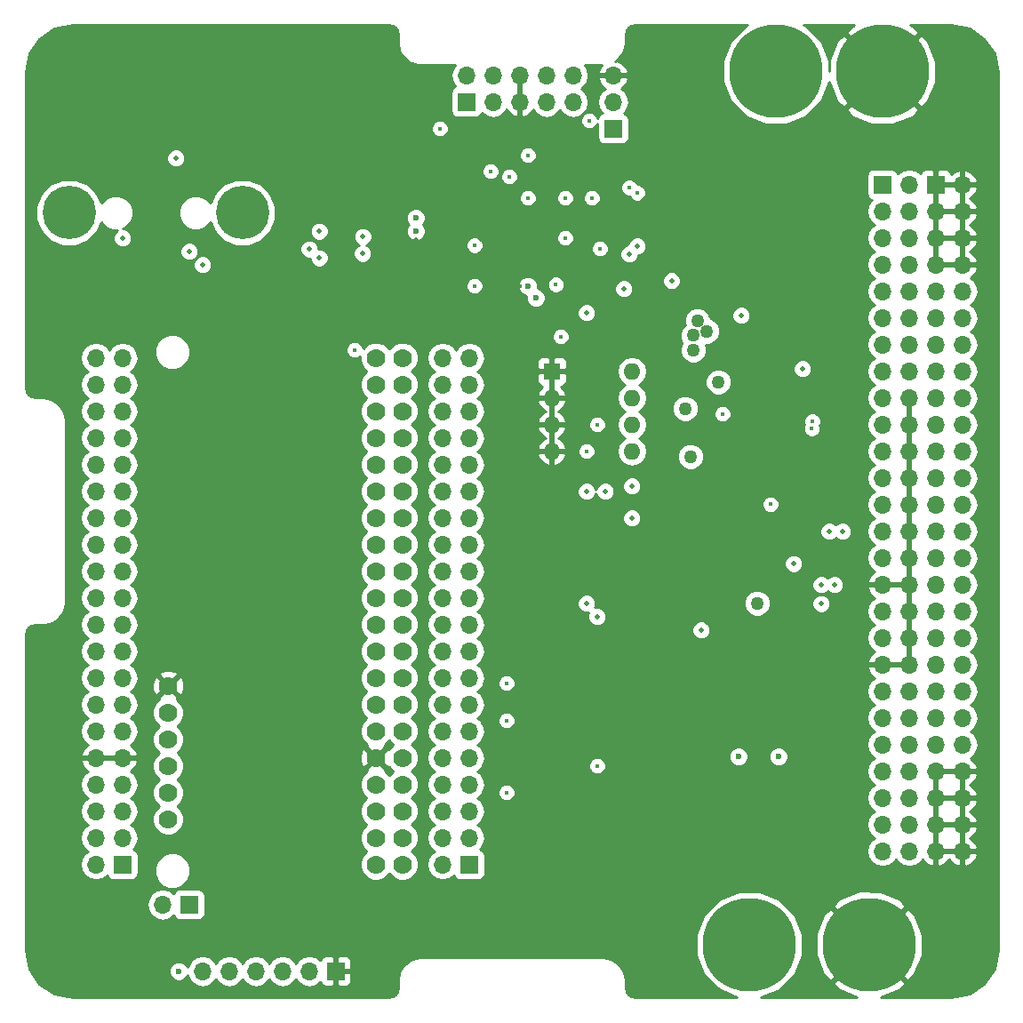
<source format=gbr>
G04 #@! TF.FileFunction,Copper,L2,Inr,Signal*
%FSLAX46Y46*%
G04 Gerber Fmt 4.6, Leading zero omitted, Abs format (unit mm)*
G04 Created by KiCad (PCBNEW 4.0.7) date 11/09/17 22:03:39*
%MOMM*%
%LPD*%
G01*
G04 APERTURE LIST*
%ADD10C,0.100000*%
%ADD11R,1.700000X1.700000*%
%ADD12O,1.700000X1.700000*%
%ADD13C,8.890000*%
%ADD14C,1.778000*%
%ADD15R,1.600000X1.600000*%
%ADD16O,1.600000X1.600000*%
%ADD17C,5.080000*%
%ADD18C,6.350000*%
%ADD19C,1.270000*%
%ADD20C,0.508000*%
%ADD21C,0.381000*%
%ADD22C,0.600000*%
%ADD23C,0.254000*%
G04 APERTURE END LIST*
D10*
D11*
X211952960Y-43408720D03*
D12*
X214492960Y-43408720D03*
X211952960Y-45948720D03*
X214492960Y-45948720D03*
X211952960Y-48488720D03*
X214492960Y-48488720D03*
X211952960Y-51028720D03*
X214492960Y-51028720D03*
X211952960Y-53568720D03*
X214492960Y-53568720D03*
X211952960Y-56108720D03*
X214492960Y-56108720D03*
X211952960Y-58648720D03*
X214492960Y-58648720D03*
X211952960Y-61188720D03*
X214492960Y-61188720D03*
X211952960Y-63728720D03*
X214492960Y-63728720D03*
X211952960Y-66268720D03*
X214492960Y-66268720D03*
X211952960Y-68808720D03*
X214492960Y-68808720D03*
X211952960Y-71348720D03*
X214492960Y-71348720D03*
X211952960Y-73888720D03*
X214492960Y-73888720D03*
X211952960Y-76428720D03*
X214492960Y-76428720D03*
X211952960Y-78968720D03*
X214492960Y-78968720D03*
X211952960Y-81508720D03*
X214492960Y-81508720D03*
X211952960Y-84048720D03*
X214492960Y-84048720D03*
X211952960Y-86588720D03*
X214492960Y-86588720D03*
X211952960Y-89128720D03*
X214492960Y-89128720D03*
X211952960Y-91668720D03*
X214492960Y-91668720D03*
X211952960Y-94208720D03*
X214492960Y-94208720D03*
X211952960Y-96748720D03*
X214492960Y-96748720D03*
X211952960Y-99288720D03*
X214492960Y-99288720D03*
X211952960Y-101828720D03*
X214492960Y-101828720D03*
X211952960Y-104368720D03*
X214492960Y-104368720D03*
X211952960Y-106908720D03*
X214492960Y-106908720D03*
D11*
X217032960Y-43408720D03*
D12*
X219572960Y-43408720D03*
X217032960Y-45948720D03*
X219572960Y-45948720D03*
X217032960Y-48488720D03*
X219572960Y-48488720D03*
X217032960Y-51028720D03*
X219572960Y-51028720D03*
X217032960Y-53568720D03*
X219572960Y-53568720D03*
X217032960Y-56108720D03*
X219572960Y-56108720D03*
X217032960Y-58648720D03*
X219572960Y-58648720D03*
X217032960Y-61188720D03*
X219572960Y-61188720D03*
X217032960Y-63728720D03*
X219572960Y-63728720D03*
X217032960Y-66268720D03*
X219572960Y-66268720D03*
X217032960Y-68808720D03*
X219572960Y-68808720D03*
X217032960Y-71348720D03*
X219572960Y-71348720D03*
X217032960Y-73888720D03*
X219572960Y-73888720D03*
X217032960Y-76428720D03*
X219572960Y-76428720D03*
X217032960Y-78968720D03*
X219572960Y-78968720D03*
X217032960Y-81508720D03*
X219572960Y-81508720D03*
X217032960Y-84048720D03*
X219572960Y-84048720D03*
X217032960Y-86588720D03*
X219572960Y-86588720D03*
X217032960Y-89128720D03*
X219572960Y-89128720D03*
X217032960Y-91668720D03*
X219572960Y-91668720D03*
X217032960Y-94208720D03*
X219572960Y-94208720D03*
X217032960Y-96748720D03*
X219572960Y-96748720D03*
X217032960Y-99288720D03*
X219572960Y-99288720D03*
X217032960Y-101828720D03*
X219572960Y-101828720D03*
X217032960Y-104368720D03*
X219572960Y-104368720D03*
X217032960Y-106908720D03*
X219572960Y-106908720D03*
D11*
X172328960Y-35534720D03*
D12*
X172328960Y-32994720D03*
X174868960Y-35534720D03*
X174868960Y-32994720D03*
X177408960Y-35534720D03*
X177408960Y-32994720D03*
X179948960Y-35534720D03*
X179948960Y-32994720D03*
X182488960Y-35534720D03*
X182488960Y-32994720D03*
D11*
X186298960Y-38074720D03*
D12*
X186298960Y-35534720D03*
X186298960Y-32994720D03*
D11*
X139562960Y-108178720D03*
D12*
X137022960Y-108178720D03*
X139562960Y-105638720D03*
X137022960Y-105638720D03*
X139562960Y-103098720D03*
X137022960Y-103098720D03*
X139562960Y-100558720D03*
X137022960Y-100558720D03*
X139562960Y-98018720D03*
X137022960Y-98018720D03*
X139562960Y-95478720D03*
X137022960Y-95478720D03*
X139562960Y-92938720D03*
X137022960Y-92938720D03*
X139562960Y-90398720D03*
X137022960Y-90398720D03*
X139562960Y-87858720D03*
X137022960Y-87858720D03*
X139562960Y-85318720D03*
X137022960Y-85318720D03*
X139562960Y-82778720D03*
X137022960Y-82778720D03*
X139562960Y-80238720D03*
X137022960Y-80238720D03*
X139562960Y-77698720D03*
X137022960Y-77698720D03*
X139562960Y-75158720D03*
X137022960Y-75158720D03*
X139562960Y-72618720D03*
X137022960Y-72618720D03*
X139562960Y-70078720D03*
X137022960Y-70078720D03*
X139562960Y-67538720D03*
X137022960Y-67538720D03*
X139562960Y-64998720D03*
X137022960Y-64998720D03*
X139562960Y-62458720D03*
X137022960Y-62458720D03*
X139562960Y-59918720D03*
X137022960Y-59918720D03*
D11*
X159882960Y-118338720D03*
D12*
X157342960Y-118338720D03*
X154802960Y-118338720D03*
X152262960Y-118338720D03*
X149722960Y-118338720D03*
X147182960Y-118338720D03*
D11*
X172582960Y-108178720D03*
D12*
X170042960Y-108178720D03*
X172582960Y-105638720D03*
X170042960Y-105638720D03*
X172582960Y-103098720D03*
X170042960Y-103098720D03*
X172582960Y-100558720D03*
X170042960Y-100558720D03*
X172582960Y-98018720D03*
X170042960Y-98018720D03*
X172582960Y-95478720D03*
X170042960Y-95478720D03*
X172582960Y-92938720D03*
X170042960Y-92938720D03*
X172582960Y-90398720D03*
X170042960Y-90398720D03*
X172582960Y-87858720D03*
X170042960Y-87858720D03*
X172582960Y-85318720D03*
X170042960Y-85318720D03*
X172582960Y-82778720D03*
X170042960Y-82778720D03*
X172582960Y-80238720D03*
X170042960Y-80238720D03*
X172582960Y-77698720D03*
X170042960Y-77698720D03*
X172582960Y-75158720D03*
X170042960Y-75158720D03*
X172582960Y-72618720D03*
X170042960Y-72618720D03*
X172582960Y-70078720D03*
X170042960Y-70078720D03*
X172582960Y-67538720D03*
X170042960Y-67538720D03*
X172582960Y-64998720D03*
X170042960Y-64998720D03*
X172582960Y-62458720D03*
X170042960Y-62458720D03*
X172582960Y-59918720D03*
X170042960Y-59918720D03*
D13*
X199252960Y-115798720D03*
X210682960Y-115798720D03*
X201792960Y-32613720D03*
X211952960Y-32613720D03*
D11*
X145912960Y-111988720D03*
D12*
X143372960Y-111988720D03*
D14*
X163692960Y-108178720D03*
X166232960Y-108178720D03*
X163692960Y-105638720D03*
X166232960Y-105638720D03*
X163692960Y-103098720D03*
X166232960Y-103098720D03*
X163692960Y-100558720D03*
X166232960Y-100558720D03*
X163692960Y-98018720D03*
X166232960Y-98018720D03*
X163692960Y-95478720D03*
X166232960Y-95478720D03*
X163692960Y-92938720D03*
X166232960Y-92938720D03*
X163692960Y-90398720D03*
X166232960Y-90398720D03*
X163692960Y-87858720D03*
X166232960Y-87858720D03*
X163692960Y-85318720D03*
X166232960Y-85318720D03*
X163692960Y-82778720D03*
X166232960Y-82778720D03*
X163692960Y-80238720D03*
X166232960Y-80238720D03*
X163692960Y-77698720D03*
X166232960Y-77698720D03*
X163692960Y-75158720D03*
X166232960Y-75158720D03*
X163692960Y-72618720D03*
X166232960Y-72618720D03*
X163692960Y-70078720D03*
X166232960Y-70078720D03*
X163692960Y-67538720D03*
X166232960Y-67538720D03*
X163692960Y-64998720D03*
X166232960Y-64998720D03*
X163692960Y-62458720D03*
X166232960Y-62458720D03*
X163692960Y-59918720D03*
X166232960Y-59918720D03*
X143912960Y-103868720D03*
X143912960Y-101328720D03*
X143912960Y-98788720D03*
X143912960Y-96248720D03*
X143912960Y-93708720D03*
X143912960Y-91168720D03*
D15*
X180456960Y-61188720D03*
D16*
X188076960Y-68808720D03*
X180456960Y-63728720D03*
X188076960Y-66268720D03*
X180456960Y-66268720D03*
X188076960Y-63728720D03*
X180456960Y-68808720D03*
X188076960Y-61188720D03*
D17*
X134467960Y-46083720D03*
X150977960Y-46083720D03*
D18*
X133847960Y-34518720D03*
X219572960Y-38328720D03*
X133847960Y-114528720D03*
X219572960Y-111988720D03*
D19*
X193944371Y-59156720D03*
D20*
X191861550Y-52552720D03*
D19*
X194325370Y-56362720D03*
X193944371Y-57782741D03*
D21*
X180837960Y-52933720D03*
D20*
X204332960Y-60934720D03*
X198490960Y-55854720D03*
X207380960Y-81508720D03*
X194680960Y-85826720D03*
D19*
X195188960Y-57378720D03*
D20*
X188076960Y-72110720D03*
X188076960Y-75158720D03*
D21*
X176392960Y-42646720D03*
X184774960Y-98780720D03*
X173090960Y-53060720D03*
X185028960Y-49504720D03*
X184012960Y-37312720D03*
X169788960Y-38074720D03*
D20*
X158299450Y-47853720D03*
X158299450Y-50393720D03*
X162454737Y-48351908D03*
X139562960Y-48488720D03*
X157342960Y-49536720D03*
X162422960Y-49970720D03*
X191861550Y-55416390D03*
D22*
X190997960Y-63093720D03*
D20*
X202554960Y-58140720D03*
X196966960Y-55346720D03*
X199760960Y-59268318D03*
X189600960Y-52806720D03*
X186552960Y-57886720D03*
X186552960Y-56616720D03*
X204586960Y-70626720D03*
X206618958Y-73634720D03*
X208523960Y-81635720D03*
X190362960Y-84810720D03*
X195188960Y-85064720D03*
X199252960Y-88112720D03*
D21*
X175376960Y-47472720D03*
X181980960Y-40868720D03*
X176392960Y-48488720D03*
X178678960Y-48488720D03*
X184774960Y-106146720D03*
X184774960Y-107416720D03*
X184520960Y-108686720D03*
X178424960Y-108940720D03*
X184774960Y-100050720D03*
X185790960Y-101828720D03*
X178424960Y-101574720D03*
X182234960Y-41884720D03*
X182488960Y-52298720D03*
X185028960Y-45186720D03*
X182234964Y-38074720D03*
X169788960Y-40868724D03*
X177408962Y-53060720D03*
D22*
X195061960Y-76174720D03*
D21*
X200776960Y-64744720D03*
X200776960Y-61888720D03*
X199341960Y-62204720D03*
X202211960Y-62204720D03*
X202046960Y-67119720D03*
X198871960Y-65719720D03*
X199151960Y-66369720D03*
X199341960Y-67284720D03*
X196966960Y-67669720D03*
X190362960Y-31978720D03*
D22*
X195382960Y-30708720D03*
X195382960Y-31978720D03*
X193482960Y-29303720D03*
X191082960Y-29303720D03*
X189182960Y-30708720D03*
X189182960Y-31978720D03*
D21*
X200141960Y-94716720D03*
X200776960Y-95351720D03*
X201132560Y-95707320D03*
D22*
X199506960Y-94081720D03*
X207126960Y-98526720D03*
X203951960Y-104241720D03*
X197601960Y-103606720D03*
X191886960Y-82016720D03*
X191886960Y-91541720D03*
D20*
X163048393Y-51038287D03*
X162730926Y-53247941D03*
X143052835Y-41201595D03*
X139562960Y-52298720D03*
X143372960Y-40868720D03*
X143372960Y-39598720D03*
X162422960Y-54203720D03*
X161999960Y-44043720D03*
X167502960Y-55473720D03*
X167502960Y-54203720D03*
X167502960Y-52933720D03*
X167502960Y-51663720D03*
X167502960Y-49758720D03*
X167502960Y-48700720D03*
X167502960Y-45313720D03*
X162422960Y-45313720D03*
X162422960Y-55473720D03*
D22*
X138292960Y-115798720D03*
X147182960Y-115798720D03*
D20*
X203472960Y-79508720D03*
X206872960Y-76428720D03*
D19*
X193156960Y-64744720D03*
D21*
X205272294Y-65950904D03*
X196712960Y-65252718D03*
D19*
X196331960Y-62204720D03*
X193664960Y-69316720D03*
D20*
X208142960Y-76428720D03*
D19*
X200014960Y-83286720D03*
D21*
X201284960Y-73868720D03*
X205221960Y-66649720D03*
D22*
X167502960Y-47853720D03*
D20*
X187822960Y-50012720D03*
X183758960Y-55600720D03*
X206110960Y-81508720D03*
X183758960Y-83286720D03*
X183758960Y-72618720D03*
X185536960Y-72618720D03*
D21*
X176138960Y-94462720D03*
X176138960Y-90906720D03*
X176138960Y-101320720D03*
X183758960Y-68808720D03*
X187822960Y-43690720D03*
D22*
X167502960Y-46583720D03*
D20*
X188584960Y-49250720D03*
X187314960Y-53314720D03*
X206110960Y-83332720D03*
X184774960Y-84556720D03*
D21*
X184774960Y-66268720D03*
X188584960Y-44190720D03*
X174614960Y-42138720D03*
X178170960Y-44678720D03*
X184266960Y-44678720D03*
X181726960Y-44678720D03*
D20*
X144642960Y-40868720D03*
X145912960Y-49758720D03*
X147182960Y-51028720D03*
D22*
X178170960Y-53060720D03*
X144914034Y-118338720D03*
D21*
X161660960Y-59156720D03*
X181307870Y-57886720D03*
D22*
X178932960Y-54203720D03*
D21*
X181726960Y-48488720D03*
X173090960Y-49190720D03*
X178170960Y-40614720D03*
D22*
X202046960Y-97891720D03*
X198236960Y-97891720D03*
D23*
G36*
X165278897Y-28294984D02*
X165546734Y-28473946D01*
X165725696Y-28741783D01*
X165801960Y-29125187D01*
X165801960Y-29819720D01*
X165815122Y-29885890D01*
X165815122Y-29953357D01*
X165931130Y-30536567D01*
X165939128Y-30555875D01*
X166033411Y-30783495D01*
X166363772Y-31277916D01*
X166552764Y-31466908D01*
X167047185Y-31797269D01*
X167191832Y-31857184D01*
X167294113Y-31899550D01*
X167877323Y-32015558D01*
X167944791Y-32015558D01*
X168010960Y-32028720D01*
X171203304Y-32028720D01*
X170956999Y-32397342D01*
X170843960Y-32965627D01*
X170843960Y-33023813D01*
X170956999Y-33592098D01*
X171278906Y-34073867D01*
X171280139Y-34074691D01*
X171243643Y-34081558D01*
X171027519Y-34220630D01*
X170882529Y-34432830D01*
X170831520Y-34684720D01*
X170831520Y-36384720D01*
X170875798Y-36620037D01*
X171014870Y-36836161D01*
X171227070Y-36981151D01*
X171478960Y-37032160D01*
X173178960Y-37032160D01*
X173414277Y-36987882D01*
X173630401Y-36848810D01*
X173775391Y-36636610D01*
X173789046Y-36569179D01*
X173818906Y-36613867D01*
X174300675Y-36935774D01*
X174868960Y-37048813D01*
X175437245Y-36935774D01*
X175919014Y-36613867D01*
X176146662Y-36273167D01*
X176213777Y-36416078D01*
X176642036Y-36806365D01*
X177052070Y-36976196D01*
X177281960Y-36854875D01*
X177281960Y-35661720D01*
X177261960Y-35661720D01*
X177261960Y-35407720D01*
X177281960Y-35407720D01*
X177281960Y-33121720D01*
X177261960Y-33121720D01*
X177261960Y-32867720D01*
X177281960Y-32867720D01*
X177281960Y-32847720D01*
X177535960Y-32847720D01*
X177535960Y-32867720D01*
X177555960Y-32867720D01*
X177555960Y-33121720D01*
X177535960Y-33121720D01*
X177535960Y-35407720D01*
X177555960Y-35407720D01*
X177555960Y-35661720D01*
X177535960Y-35661720D01*
X177535960Y-36854875D01*
X177765850Y-36976196D01*
X178175884Y-36806365D01*
X178604143Y-36416078D01*
X178671258Y-36273167D01*
X178898906Y-36613867D01*
X179380675Y-36935774D01*
X179948960Y-37048813D01*
X180517245Y-36935774D01*
X180999014Y-36613867D01*
X181218960Y-36284694D01*
X181438906Y-36613867D01*
X181920675Y-36935774D01*
X182488960Y-37048813D01*
X183057245Y-36935774D01*
X183539014Y-36613867D01*
X183860921Y-36132098D01*
X183973960Y-35563813D01*
X183973960Y-35505627D01*
X183860921Y-34937342D01*
X183539014Y-34455573D01*
X183253382Y-34264720D01*
X183539014Y-34073867D01*
X183860921Y-33592098D01*
X183973960Y-33023813D01*
X183973960Y-32965627D01*
X183860921Y-32397342D01*
X183614616Y-32028720D01*
X185208740Y-32028720D01*
X185027315Y-32227796D01*
X184857484Y-32637830D01*
X184978805Y-32867720D01*
X186171960Y-32867720D01*
X186171960Y-32847720D01*
X186425960Y-32847720D01*
X186425960Y-32867720D01*
X187619115Y-32867720D01*
X187740436Y-32637830D01*
X187570605Y-32227796D01*
X187180318Y-31799537D01*
X186655852Y-31553234D01*
X186451180Y-31660663D01*
X186741156Y-31466908D01*
X186930148Y-31277916D01*
X187260509Y-30783495D01*
X187354792Y-30555875D01*
X187362790Y-30536567D01*
X187478798Y-29953357D01*
X187478798Y-29885889D01*
X187491960Y-29819720D01*
X187491960Y-29125187D01*
X187568224Y-28741783D01*
X187747186Y-28473946D01*
X188015023Y-28294984D01*
X188398427Y-28218720D01*
X199126962Y-28218720D01*
X198919131Y-28304594D01*
X197488857Y-29732374D01*
X196713844Y-31598812D01*
X196712080Y-33619761D01*
X197483834Y-35487549D01*
X198911614Y-36917823D01*
X200778052Y-37692836D01*
X202799001Y-37694600D01*
X204666789Y-36922846D01*
X205338195Y-36252610D01*
X208493676Y-36252610D01*
X209012174Y-36877431D01*
X210867679Y-37678266D01*
X212888409Y-37708069D01*
X214766725Y-36962304D01*
X214893746Y-36877431D01*
X215412244Y-36252610D01*
X211952960Y-32793325D01*
X208493676Y-36252610D01*
X205338195Y-36252610D01*
X206097063Y-35495066D01*
X206872076Y-33628628D01*
X206872116Y-33583182D01*
X207604376Y-35427485D01*
X207689249Y-35554506D01*
X208314070Y-36073004D01*
X211773355Y-32613720D01*
X212132565Y-32613720D01*
X215591850Y-36073004D01*
X216216671Y-35554506D01*
X217017506Y-33699001D01*
X217047309Y-31678271D01*
X216301544Y-29799955D01*
X216216671Y-29672934D01*
X215591850Y-29154436D01*
X212132565Y-32613720D01*
X211773355Y-32613720D01*
X208314070Y-29154436D01*
X207689249Y-29672934D01*
X206888414Y-31528439D01*
X206872997Y-32573774D01*
X206873840Y-31607679D01*
X206102086Y-29739891D01*
X204674306Y-28309617D01*
X204455402Y-28218720D01*
X209256100Y-28218720D01*
X209139195Y-28265136D01*
X209012174Y-28350009D01*
X208493676Y-28974830D01*
X211952960Y-32434115D01*
X215412244Y-28974830D01*
X214893746Y-28350009D01*
X214589554Y-28218720D01*
X218489493Y-28218720D01*
X220233717Y-28565668D01*
X221655203Y-29515474D01*
X222605012Y-30936962D01*
X222951960Y-32681187D01*
X222951960Y-116366253D01*
X222605012Y-118110478D01*
X221655203Y-119531966D01*
X220233717Y-120481772D01*
X218489493Y-120828720D01*
X211780481Y-120828720D01*
X213496725Y-120147304D01*
X213623746Y-120062431D01*
X214142244Y-119437610D01*
X210682960Y-115978325D01*
X207223676Y-119437610D01*
X207742174Y-120062431D01*
X209517637Y-120828720D01*
X200382140Y-120828720D01*
X202126789Y-120107846D01*
X203557063Y-118680066D01*
X204332076Y-116813628D01*
X204332145Y-116734169D01*
X205588611Y-116734169D01*
X206334376Y-118612485D01*
X206419249Y-118739506D01*
X207044070Y-119258004D01*
X210503355Y-115798720D01*
X210862565Y-115798720D01*
X214321850Y-119258004D01*
X214946671Y-118739506D01*
X215747506Y-116884001D01*
X215777309Y-114863271D01*
X215031544Y-112984955D01*
X214946671Y-112857934D01*
X214321850Y-112339436D01*
X210862565Y-115798720D01*
X210503355Y-115798720D01*
X207044070Y-112339436D01*
X206419249Y-112857934D01*
X205618414Y-114713439D01*
X205588611Y-116734169D01*
X204332145Y-116734169D01*
X204333840Y-114792679D01*
X203562086Y-112924891D01*
X202798360Y-112159830D01*
X207223676Y-112159830D01*
X210682960Y-115619115D01*
X214142244Y-112159830D01*
X213623746Y-111535009D01*
X211768241Y-110734174D01*
X209747511Y-110704371D01*
X207869195Y-111450136D01*
X207742174Y-111535009D01*
X207223676Y-112159830D01*
X202798360Y-112159830D01*
X202134306Y-111494617D01*
X200267868Y-110719604D01*
X198246919Y-110717840D01*
X196379131Y-111489594D01*
X194948857Y-112917374D01*
X194173844Y-114783812D01*
X194172080Y-116804761D01*
X194943834Y-118672549D01*
X196371614Y-120102823D01*
X198119768Y-120828720D01*
X188398427Y-120828720D01*
X188015023Y-120752456D01*
X187747186Y-120573494D01*
X187568224Y-120305657D01*
X187491960Y-119922253D01*
X187491960Y-119227720D01*
X187478798Y-119161551D01*
X187478798Y-119094083D01*
X187362790Y-118510873D01*
X187268702Y-118283725D01*
X187260509Y-118263945D01*
X186930148Y-117769524D01*
X186741156Y-117580532D01*
X186246735Y-117250171D01*
X186102088Y-117190256D01*
X185999807Y-117147890D01*
X185416597Y-117031882D01*
X185349130Y-117031882D01*
X185282960Y-117018720D01*
X168010960Y-117018720D01*
X167944791Y-117031882D01*
X167877323Y-117031882D01*
X167294113Y-117147890D01*
X167191832Y-117190256D01*
X167047185Y-117250171D01*
X166552764Y-117580532D01*
X166363772Y-117769524D01*
X166033411Y-118263945D01*
X166025218Y-118283725D01*
X165931130Y-118510873D01*
X165815122Y-119094083D01*
X165815122Y-119161550D01*
X165801960Y-119227720D01*
X165801960Y-119922253D01*
X165725696Y-120305657D01*
X165546734Y-120573494D01*
X165278897Y-120752456D01*
X164895493Y-120828720D01*
X134804427Y-120828720D01*
X133060202Y-120481772D01*
X131638714Y-119531963D01*
X130965140Y-118523887D01*
X143978872Y-118523887D01*
X144120917Y-118867663D01*
X144383707Y-119130912D01*
X144727235Y-119273558D01*
X145099201Y-119273882D01*
X145442977Y-119131837D01*
X145706226Y-118869047D01*
X145768047Y-118720165D01*
X145810999Y-118936098D01*
X146132906Y-119417867D01*
X146614675Y-119739774D01*
X147182960Y-119852813D01*
X147751245Y-119739774D01*
X148233014Y-119417867D01*
X148452960Y-119088694D01*
X148672906Y-119417867D01*
X149154675Y-119739774D01*
X149722960Y-119852813D01*
X150291245Y-119739774D01*
X150773014Y-119417867D01*
X150992960Y-119088694D01*
X151212906Y-119417867D01*
X151694675Y-119739774D01*
X152262960Y-119852813D01*
X152831245Y-119739774D01*
X153313014Y-119417867D01*
X153532960Y-119088694D01*
X153752906Y-119417867D01*
X154234675Y-119739774D01*
X154802960Y-119852813D01*
X155371245Y-119739774D01*
X155853014Y-119417867D01*
X156072960Y-119088694D01*
X156292906Y-119417867D01*
X156774675Y-119739774D01*
X157342960Y-119852813D01*
X157911245Y-119739774D01*
X158393014Y-119417867D01*
X158422363Y-119373943D01*
X158494633Y-119548418D01*
X158673261Y-119727047D01*
X158906650Y-119823720D01*
X159597210Y-119823720D01*
X159755960Y-119664970D01*
X159755960Y-118465720D01*
X160009960Y-118465720D01*
X160009960Y-119664970D01*
X160168710Y-119823720D01*
X160859270Y-119823720D01*
X161092659Y-119727047D01*
X161271287Y-119548418D01*
X161367960Y-119315029D01*
X161367960Y-118624470D01*
X161209210Y-118465720D01*
X160009960Y-118465720D01*
X159755960Y-118465720D01*
X159735960Y-118465720D01*
X159735960Y-118211720D01*
X159755960Y-118211720D01*
X159755960Y-117012470D01*
X160009960Y-117012470D01*
X160009960Y-118211720D01*
X161209210Y-118211720D01*
X161367960Y-118052970D01*
X161367960Y-117362411D01*
X161271287Y-117129022D01*
X161092659Y-116950393D01*
X160859270Y-116853720D01*
X160168710Y-116853720D01*
X160009960Y-117012470D01*
X159755960Y-117012470D01*
X159597210Y-116853720D01*
X158906650Y-116853720D01*
X158673261Y-116950393D01*
X158494633Y-117129022D01*
X158422363Y-117303497D01*
X158393014Y-117259573D01*
X157911245Y-116937666D01*
X157342960Y-116824627D01*
X156774675Y-116937666D01*
X156292906Y-117259573D01*
X156072960Y-117588746D01*
X155853014Y-117259573D01*
X155371245Y-116937666D01*
X154802960Y-116824627D01*
X154234675Y-116937666D01*
X153752906Y-117259573D01*
X153532960Y-117588746D01*
X153313014Y-117259573D01*
X152831245Y-116937666D01*
X152262960Y-116824627D01*
X151694675Y-116937666D01*
X151212906Y-117259573D01*
X150992960Y-117588746D01*
X150773014Y-117259573D01*
X150291245Y-116937666D01*
X149722960Y-116824627D01*
X149154675Y-116937666D01*
X148672906Y-117259573D01*
X148452960Y-117588746D01*
X148233014Y-117259573D01*
X147751245Y-116937666D01*
X147182960Y-116824627D01*
X146614675Y-116937666D01*
X146132906Y-117259573D01*
X145810999Y-117741342D01*
X145768063Y-117957196D01*
X145707151Y-117809777D01*
X145444361Y-117546528D01*
X145100833Y-117403882D01*
X144728867Y-117403558D01*
X144385091Y-117545603D01*
X144121842Y-117808393D01*
X143979196Y-118151921D01*
X143978872Y-118523887D01*
X130965140Y-118523887D01*
X130688908Y-118110477D01*
X130341960Y-116366253D01*
X130341960Y-111959627D01*
X141887960Y-111959627D01*
X141887960Y-112017813D01*
X142000999Y-112586098D01*
X142322906Y-113067867D01*
X142804675Y-113389774D01*
X143372960Y-113502813D01*
X143941245Y-113389774D01*
X144423014Y-113067867D01*
X144450810Y-113026268D01*
X144459798Y-113074037D01*
X144598870Y-113290161D01*
X144811070Y-113435151D01*
X145062960Y-113486160D01*
X146762960Y-113486160D01*
X146998277Y-113441882D01*
X147214401Y-113302810D01*
X147359391Y-113090610D01*
X147410400Y-112838720D01*
X147410400Y-111138720D01*
X147366122Y-110903403D01*
X147227050Y-110687279D01*
X147014850Y-110542289D01*
X146762960Y-110491280D01*
X145062960Y-110491280D01*
X144827643Y-110535558D01*
X144611519Y-110674630D01*
X144466529Y-110886830D01*
X144452874Y-110954261D01*
X144423014Y-110909573D01*
X143941245Y-110587666D01*
X143372960Y-110474627D01*
X142804675Y-110587666D01*
X142322906Y-110909573D01*
X142000999Y-111391342D01*
X141887960Y-111959627D01*
X130341960Y-111959627D01*
X130341960Y-100558720D01*
X135508867Y-100558720D01*
X135621906Y-101127005D01*
X135943813Y-101608774D01*
X136272986Y-101828720D01*
X135943813Y-102048666D01*
X135621906Y-102530435D01*
X135508867Y-103098720D01*
X135621906Y-103667005D01*
X135943813Y-104148774D01*
X136272986Y-104368720D01*
X135943813Y-104588666D01*
X135621906Y-105070435D01*
X135508867Y-105638720D01*
X135621906Y-106207005D01*
X135943813Y-106688774D01*
X136272986Y-106908720D01*
X135943813Y-107128666D01*
X135621906Y-107610435D01*
X135508867Y-108178720D01*
X135621906Y-108747005D01*
X135943813Y-109228774D01*
X136425582Y-109550681D01*
X136993867Y-109663720D01*
X137052053Y-109663720D01*
X137620338Y-109550681D01*
X138102107Y-109228774D01*
X138102931Y-109227541D01*
X138109798Y-109264037D01*
X138248870Y-109480161D01*
X138461070Y-109625151D01*
X138712960Y-109676160D01*
X140412960Y-109676160D01*
X140648277Y-109631882D01*
X140864401Y-109492810D01*
X141009391Y-109280610D01*
X141048523Y-109087368D01*
X142602664Y-109087368D01*
X142862447Y-109716092D01*
X143343058Y-110197542D01*
X143971328Y-110458423D01*
X144651608Y-110459016D01*
X145280332Y-110199233D01*
X145761782Y-109718622D01*
X146022663Y-109090352D01*
X146023256Y-108410072D01*
X145763473Y-107781348D01*
X145282862Y-107299898D01*
X144654592Y-107039017D01*
X143974312Y-107038424D01*
X143345588Y-107298207D01*
X142864138Y-107778818D01*
X142603257Y-108407088D01*
X142602664Y-109087368D01*
X141048523Y-109087368D01*
X141060400Y-109028720D01*
X141060400Y-107328720D01*
X141016122Y-107093403D01*
X140877050Y-106877279D01*
X140664850Y-106732289D01*
X140597419Y-106718634D01*
X140642107Y-106688774D01*
X140964014Y-106207005D01*
X141077053Y-105638720D01*
X140964014Y-105070435D01*
X140642107Y-104588666D01*
X140312934Y-104368720D01*
X140642107Y-104148774D01*
X140964014Y-103667005D01*
X141077053Y-103098720D01*
X140964014Y-102530435D01*
X140642107Y-102048666D01*
X140312934Y-101828720D01*
X140642107Y-101608774D01*
X140964014Y-101127005D01*
X141077053Y-100558720D01*
X140964014Y-99990435D01*
X140642107Y-99508666D01*
X140301407Y-99281018D01*
X140444318Y-99213903D01*
X140834605Y-98785644D01*
X141004436Y-98375610D01*
X140883115Y-98145720D01*
X139689960Y-98145720D01*
X139689960Y-98165720D01*
X139435960Y-98165720D01*
X139435960Y-98145720D01*
X137149960Y-98145720D01*
X137149960Y-98165720D01*
X136895960Y-98165720D01*
X136895960Y-98145720D01*
X135702805Y-98145720D01*
X135581484Y-98375610D01*
X135751315Y-98785644D01*
X136141602Y-99213903D01*
X136284513Y-99281018D01*
X135943813Y-99508666D01*
X135621906Y-99990435D01*
X135508867Y-100558720D01*
X130341960Y-100558720D01*
X130341960Y-86275187D01*
X130418224Y-85891783D01*
X130597186Y-85623946D01*
X130865023Y-85444984D01*
X131248427Y-85368720D01*
X131942960Y-85368720D01*
X132009130Y-85355558D01*
X132076597Y-85355558D01*
X132659807Y-85239550D01*
X132802863Y-85180294D01*
X132906735Y-85137269D01*
X133401156Y-84806908D01*
X133590148Y-84617916D01*
X133920509Y-84123495D01*
X134004087Y-83921720D01*
X134022790Y-83876567D01*
X134138798Y-83293357D01*
X134138798Y-83225889D01*
X134151960Y-83159720D01*
X134151960Y-65887720D01*
X134138798Y-65821551D01*
X134138798Y-65754083D01*
X134022790Y-65170873D01*
X133974581Y-65054487D01*
X133920509Y-64923945D01*
X133590148Y-64429524D01*
X133401156Y-64240532D01*
X132906735Y-63910171D01*
X132714829Y-63830681D01*
X132659807Y-63807890D01*
X132076597Y-63691882D01*
X132009130Y-63691882D01*
X131942960Y-63678720D01*
X131248427Y-63678720D01*
X130865023Y-63602456D01*
X130597186Y-63423494D01*
X130418224Y-63155657D01*
X130341960Y-62772253D01*
X130341960Y-59918720D01*
X135508867Y-59918720D01*
X135621906Y-60487005D01*
X135943813Y-60968774D01*
X136272986Y-61188720D01*
X135943813Y-61408666D01*
X135621906Y-61890435D01*
X135508867Y-62458720D01*
X135621906Y-63027005D01*
X135943813Y-63508774D01*
X136272986Y-63728720D01*
X135943813Y-63948666D01*
X135621906Y-64430435D01*
X135508867Y-64998720D01*
X135621906Y-65567005D01*
X135943813Y-66048774D01*
X136272986Y-66268720D01*
X135943813Y-66488666D01*
X135621906Y-66970435D01*
X135508867Y-67538720D01*
X135621906Y-68107005D01*
X135943813Y-68588774D01*
X136272986Y-68808720D01*
X135943813Y-69028666D01*
X135621906Y-69510435D01*
X135508867Y-70078720D01*
X135621906Y-70647005D01*
X135943813Y-71128774D01*
X136272986Y-71348720D01*
X135943813Y-71568666D01*
X135621906Y-72050435D01*
X135508867Y-72618720D01*
X135621906Y-73187005D01*
X135943813Y-73668774D01*
X136272986Y-73888720D01*
X135943813Y-74108666D01*
X135621906Y-74590435D01*
X135508867Y-75158720D01*
X135621906Y-75727005D01*
X135943813Y-76208774D01*
X136272986Y-76428720D01*
X135943813Y-76648666D01*
X135621906Y-77130435D01*
X135508867Y-77698720D01*
X135621906Y-78267005D01*
X135943813Y-78748774D01*
X136272986Y-78968720D01*
X135943813Y-79188666D01*
X135621906Y-79670435D01*
X135508867Y-80238720D01*
X135621906Y-80807005D01*
X135943813Y-81288774D01*
X136272986Y-81508720D01*
X135943813Y-81728666D01*
X135621906Y-82210435D01*
X135508867Y-82778720D01*
X135621906Y-83347005D01*
X135943813Y-83828774D01*
X136272986Y-84048720D01*
X135943813Y-84268666D01*
X135621906Y-84750435D01*
X135508867Y-85318720D01*
X135621906Y-85887005D01*
X135943813Y-86368774D01*
X136272986Y-86588720D01*
X135943813Y-86808666D01*
X135621906Y-87290435D01*
X135508867Y-87858720D01*
X135621906Y-88427005D01*
X135943813Y-88908774D01*
X136272986Y-89128720D01*
X135943813Y-89348666D01*
X135621906Y-89830435D01*
X135508867Y-90398720D01*
X135621906Y-90967005D01*
X135943813Y-91448774D01*
X136272986Y-91668720D01*
X135943813Y-91888666D01*
X135621906Y-92370435D01*
X135508867Y-92938720D01*
X135621906Y-93507005D01*
X135943813Y-93988774D01*
X136272986Y-94208720D01*
X135943813Y-94428666D01*
X135621906Y-94910435D01*
X135508867Y-95478720D01*
X135621906Y-96047005D01*
X135943813Y-96528774D01*
X136284513Y-96756422D01*
X136141602Y-96823537D01*
X135751315Y-97251796D01*
X135581484Y-97661830D01*
X135702805Y-97891720D01*
X136895960Y-97891720D01*
X136895960Y-97871720D01*
X137149960Y-97871720D01*
X137149960Y-97891720D01*
X139435960Y-97891720D01*
X139435960Y-97871720D01*
X139689960Y-97871720D01*
X139689960Y-97891720D01*
X140883115Y-97891720D01*
X141004436Y-97661830D01*
X140834605Y-97251796D01*
X140444318Y-96823537D01*
X140301407Y-96756422D01*
X140642107Y-96528774D01*
X140964014Y-96047005D01*
X141077053Y-95478720D01*
X140964014Y-94910435D01*
X140642107Y-94428666D01*
X140312934Y-94208720D01*
X140609543Y-94010532D01*
X142388696Y-94010532D01*
X142620222Y-94570869D01*
X143027697Y-94979056D01*
X142621729Y-95384316D01*
X142389225Y-95944248D01*
X142388696Y-96550532D01*
X142620222Y-97110869D01*
X143027697Y-97519056D01*
X142621729Y-97924316D01*
X142389225Y-98484248D01*
X142388696Y-99090532D01*
X142620222Y-99650869D01*
X143027697Y-100059056D01*
X142621729Y-100464316D01*
X142389225Y-101024248D01*
X142388696Y-101630532D01*
X142620222Y-102190869D01*
X143027697Y-102599056D01*
X142621729Y-103004316D01*
X142389225Y-103564248D01*
X142388696Y-104170532D01*
X142620222Y-104730869D01*
X143048556Y-105159951D01*
X143608488Y-105392455D01*
X144214772Y-105392984D01*
X144775109Y-105161458D01*
X145204191Y-104733124D01*
X145436695Y-104173192D01*
X145437224Y-103566908D01*
X145205698Y-103006571D01*
X144798223Y-102598384D01*
X145204191Y-102193124D01*
X145436695Y-101633192D01*
X145437224Y-101026908D01*
X145205698Y-100466571D01*
X144798223Y-100058384D01*
X145204191Y-99653124D01*
X145436695Y-99093192D01*
X145437224Y-98486908D01*
X145205698Y-97926571D01*
X145060067Y-97780685D01*
X162157444Y-97780685D01*
X162183237Y-98386420D01*
X162365421Y-98826253D01*
X162620764Y-98911311D01*
X163513355Y-98018720D01*
X162620764Y-97126129D01*
X162365421Y-97211187D01*
X162157444Y-97780685D01*
X145060067Y-97780685D01*
X144798223Y-97518384D01*
X145204191Y-97113124D01*
X145436695Y-96553192D01*
X145437224Y-95946908D01*
X145205698Y-95386571D01*
X144798223Y-94978384D01*
X145204191Y-94573124D01*
X145436695Y-94013192D01*
X145437224Y-93406908D01*
X145205698Y-92846571D01*
X144777364Y-92417489D01*
X144750454Y-92406315D01*
X144805551Y-92240916D01*
X143912960Y-91348325D01*
X143020369Y-92240916D01*
X143075313Y-92405858D01*
X143050811Y-92415982D01*
X142621729Y-92844316D01*
X142389225Y-93404248D01*
X142388696Y-94010532D01*
X140609543Y-94010532D01*
X140642107Y-93988774D01*
X140964014Y-93507005D01*
X141077053Y-92938720D01*
X140964014Y-92370435D01*
X140642107Y-91888666D01*
X140312934Y-91668720D01*
X140642107Y-91448774D01*
X140964014Y-90967005D01*
X140971238Y-90930685D01*
X142377444Y-90930685D01*
X142403237Y-91536420D01*
X142585421Y-91976253D01*
X142840764Y-92061311D01*
X143733355Y-91168720D01*
X144092565Y-91168720D01*
X144985156Y-92061311D01*
X145240499Y-91976253D01*
X145448476Y-91406755D01*
X145422683Y-90801020D01*
X145240499Y-90361187D01*
X144985156Y-90276129D01*
X144092565Y-91168720D01*
X143733355Y-91168720D01*
X142840764Y-90276129D01*
X142585421Y-90361187D01*
X142377444Y-90930685D01*
X140971238Y-90930685D01*
X141077053Y-90398720D01*
X141016943Y-90096524D01*
X143020369Y-90096524D01*
X143912960Y-90989115D01*
X144805551Y-90096524D01*
X144720493Y-89841181D01*
X144150995Y-89633204D01*
X143545260Y-89658997D01*
X143105427Y-89841181D01*
X143020369Y-90096524D01*
X141016943Y-90096524D01*
X140964014Y-89830435D01*
X140642107Y-89348666D01*
X140312934Y-89128720D01*
X140642107Y-88908774D01*
X140964014Y-88427005D01*
X141077053Y-87858720D01*
X140964014Y-87290435D01*
X140642107Y-86808666D01*
X140312934Y-86588720D01*
X140642107Y-86368774D01*
X140964014Y-85887005D01*
X141077053Y-85318720D01*
X140964014Y-84750435D01*
X140642107Y-84268666D01*
X140312934Y-84048720D01*
X140642107Y-83828774D01*
X140964014Y-83347005D01*
X141077053Y-82778720D01*
X140964014Y-82210435D01*
X140642107Y-81728666D01*
X140312934Y-81508720D01*
X140642107Y-81288774D01*
X140964014Y-80807005D01*
X141077053Y-80238720D01*
X140964014Y-79670435D01*
X140642107Y-79188666D01*
X140312934Y-78968720D01*
X140642107Y-78748774D01*
X140964014Y-78267005D01*
X141077053Y-77698720D01*
X140964014Y-77130435D01*
X140642107Y-76648666D01*
X140312934Y-76428720D01*
X140642107Y-76208774D01*
X140964014Y-75727005D01*
X141077053Y-75158720D01*
X140964014Y-74590435D01*
X140642107Y-74108666D01*
X140312934Y-73888720D01*
X140642107Y-73668774D01*
X140964014Y-73187005D01*
X141077053Y-72618720D01*
X140964014Y-72050435D01*
X140642107Y-71568666D01*
X140312934Y-71348720D01*
X140642107Y-71128774D01*
X140964014Y-70647005D01*
X141077053Y-70078720D01*
X140964014Y-69510435D01*
X140642107Y-69028666D01*
X140312934Y-68808720D01*
X140642107Y-68588774D01*
X140964014Y-68107005D01*
X141077053Y-67538720D01*
X140964014Y-66970435D01*
X140642107Y-66488666D01*
X140312934Y-66268720D01*
X140642107Y-66048774D01*
X140964014Y-65567005D01*
X141077053Y-64998720D01*
X140964014Y-64430435D01*
X140642107Y-63948666D01*
X140312934Y-63728720D01*
X140642107Y-63508774D01*
X140964014Y-63027005D01*
X141077053Y-62458720D01*
X140964014Y-61890435D01*
X140642107Y-61408666D01*
X140312934Y-61188720D01*
X140642107Y-60968774D01*
X140964014Y-60487005D01*
X141077053Y-59918720D01*
X141031035Y-59687368D01*
X142602664Y-59687368D01*
X142862447Y-60316092D01*
X143343058Y-60797542D01*
X143971328Y-61058423D01*
X144651608Y-61059016D01*
X145280332Y-60799233D01*
X145761782Y-60318622D01*
X146022663Y-59690352D01*
X146022985Y-59320202D01*
X160835317Y-59320202D01*
X160960727Y-59623718D01*
X161192741Y-59856137D01*
X161496037Y-59982077D01*
X161824442Y-59982363D01*
X162127958Y-59856953D01*
X162169049Y-59815934D01*
X162168696Y-60220532D01*
X162400222Y-60780869D01*
X162807697Y-61189056D01*
X162401729Y-61594316D01*
X162169225Y-62154248D01*
X162168696Y-62760532D01*
X162400222Y-63320869D01*
X162807697Y-63729056D01*
X162401729Y-64134316D01*
X162169225Y-64694248D01*
X162168696Y-65300532D01*
X162400222Y-65860869D01*
X162807697Y-66269056D01*
X162401729Y-66674316D01*
X162169225Y-67234248D01*
X162168696Y-67840532D01*
X162400222Y-68400869D01*
X162807697Y-68809056D01*
X162401729Y-69214316D01*
X162169225Y-69774248D01*
X162168696Y-70380532D01*
X162400222Y-70940869D01*
X162807697Y-71349056D01*
X162401729Y-71754316D01*
X162169225Y-72314248D01*
X162168696Y-72920532D01*
X162400222Y-73480869D01*
X162807697Y-73889056D01*
X162401729Y-74294316D01*
X162169225Y-74854248D01*
X162168696Y-75460532D01*
X162400222Y-76020869D01*
X162807697Y-76429056D01*
X162401729Y-76834316D01*
X162169225Y-77394248D01*
X162168696Y-78000532D01*
X162400222Y-78560869D01*
X162807697Y-78969056D01*
X162401729Y-79374316D01*
X162169225Y-79934248D01*
X162168696Y-80540532D01*
X162400222Y-81100869D01*
X162807697Y-81509056D01*
X162401729Y-81914316D01*
X162169225Y-82474248D01*
X162168696Y-83080532D01*
X162400222Y-83640869D01*
X162807697Y-84049056D01*
X162401729Y-84454316D01*
X162169225Y-85014248D01*
X162168696Y-85620532D01*
X162400222Y-86180869D01*
X162807697Y-86589056D01*
X162401729Y-86994316D01*
X162169225Y-87554248D01*
X162168696Y-88160532D01*
X162400222Y-88720869D01*
X162807697Y-89129056D01*
X162401729Y-89534316D01*
X162169225Y-90094248D01*
X162168696Y-90700532D01*
X162400222Y-91260869D01*
X162807697Y-91669056D01*
X162401729Y-92074316D01*
X162169225Y-92634248D01*
X162168696Y-93240532D01*
X162400222Y-93800869D01*
X162807697Y-94209056D01*
X162401729Y-94614316D01*
X162169225Y-95174248D01*
X162168696Y-95780532D01*
X162400222Y-96340869D01*
X162828556Y-96769951D01*
X162855466Y-96781125D01*
X162800369Y-96946524D01*
X163692960Y-97839115D01*
X164585551Y-96946524D01*
X164530607Y-96781582D01*
X164555109Y-96771458D01*
X164963296Y-96363983D01*
X165347697Y-96749056D01*
X164941729Y-97154316D01*
X164930555Y-97181226D01*
X164765156Y-97126129D01*
X163872565Y-98018720D01*
X164765156Y-98911311D01*
X164930098Y-98856367D01*
X164940222Y-98880869D01*
X165347697Y-99289056D01*
X164962624Y-99673457D01*
X164557364Y-99267489D01*
X164530454Y-99256315D01*
X164585551Y-99090916D01*
X163692960Y-98198325D01*
X162800369Y-99090916D01*
X162855313Y-99255858D01*
X162830811Y-99265982D01*
X162401729Y-99694316D01*
X162169225Y-100254248D01*
X162168696Y-100860532D01*
X162400222Y-101420869D01*
X162807697Y-101829056D01*
X162401729Y-102234316D01*
X162169225Y-102794248D01*
X162168696Y-103400532D01*
X162400222Y-103960869D01*
X162807697Y-104369056D01*
X162401729Y-104774316D01*
X162169225Y-105334248D01*
X162168696Y-105940532D01*
X162400222Y-106500869D01*
X162807697Y-106909056D01*
X162401729Y-107314316D01*
X162169225Y-107874248D01*
X162168696Y-108480532D01*
X162400222Y-109040869D01*
X162828556Y-109469951D01*
X163388488Y-109702455D01*
X163994772Y-109702984D01*
X164555109Y-109471458D01*
X164963296Y-109063983D01*
X165368556Y-109469951D01*
X165928488Y-109702455D01*
X166534772Y-109702984D01*
X167095109Y-109471458D01*
X167524191Y-109043124D01*
X167756695Y-108483192D01*
X167757224Y-107876908D01*
X167525698Y-107316571D01*
X167118223Y-106908384D01*
X167524191Y-106503124D01*
X167756695Y-105943192D01*
X167757224Y-105336908D01*
X167525698Y-104776571D01*
X167118223Y-104368384D01*
X167524191Y-103963124D01*
X167756695Y-103403192D01*
X167757224Y-102796908D01*
X167525698Y-102236571D01*
X167118223Y-101828384D01*
X167524191Y-101423124D01*
X167756695Y-100863192D01*
X167757224Y-100256908D01*
X167525698Y-99696571D01*
X167118223Y-99288384D01*
X167524191Y-98883124D01*
X167756695Y-98323192D01*
X167757224Y-97716908D01*
X167525698Y-97156571D01*
X167118223Y-96748384D01*
X167524191Y-96343124D01*
X167756695Y-95783192D01*
X167757224Y-95176908D01*
X167525698Y-94616571D01*
X167118223Y-94208384D01*
X167524191Y-93803124D01*
X167756695Y-93243192D01*
X167757224Y-92636908D01*
X167525698Y-92076571D01*
X167118223Y-91668384D01*
X167524191Y-91263124D01*
X167756695Y-90703192D01*
X167757224Y-90096908D01*
X167525698Y-89536571D01*
X167118223Y-89128384D01*
X167524191Y-88723124D01*
X167756695Y-88163192D01*
X167757224Y-87556908D01*
X167525698Y-86996571D01*
X167118223Y-86588384D01*
X167524191Y-86183124D01*
X167756695Y-85623192D01*
X167757224Y-85016908D01*
X167525698Y-84456571D01*
X167118223Y-84048384D01*
X167524191Y-83643124D01*
X167756695Y-83083192D01*
X167757224Y-82476908D01*
X167525698Y-81916571D01*
X167118223Y-81508384D01*
X167524191Y-81103124D01*
X167756695Y-80543192D01*
X167757224Y-79936908D01*
X167525698Y-79376571D01*
X167118223Y-78968384D01*
X167524191Y-78563124D01*
X167756695Y-78003192D01*
X167757224Y-77396908D01*
X167525698Y-76836571D01*
X167118223Y-76428384D01*
X167524191Y-76023124D01*
X167756695Y-75463192D01*
X167757224Y-74856908D01*
X167525698Y-74296571D01*
X167118223Y-73888384D01*
X167524191Y-73483124D01*
X167756695Y-72923192D01*
X167757224Y-72316908D01*
X167525698Y-71756571D01*
X167118223Y-71348384D01*
X167524191Y-70943124D01*
X167756695Y-70383192D01*
X167757224Y-69776908D01*
X167525698Y-69216571D01*
X167118223Y-68808384D01*
X167524191Y-68403124D01*
X167756695Y-67843192D01*
X167757224Y-67236908D01*
X167525698Y-66676571D01*
X167118223Y-66268384D01*
X167524191Y-65863124D01*
X167756695Y-65303192D01*
X167757224Y-64696908D01*
X167525698Y-64136571D01*
X167118223Y-63728384D01*
X167524191Y-63323124D01*
X167756695Y-62763192D01*
X167757224Y-62156908D01*
X167525698Y-61596571D01*
X167118223Y-61188384D01*
X167524191Y-60783124D01*
X167756695Y-60223192D01*
X167756960Y-59918720D01*
X168528867Y-59918720D01*
X168641906Y-60487005D01*
X168963813Y-60968774D01*
X169292986Y-61188720D01*
X168963813Y-61408666D01*
X168641906Y-61890435D01*
X168528867Y-62458720D01*
X168641906Y-63027005D01*
X168963813Y-63508774D01*
X169292986Y-63728720D01*
X168963813Y-63948666D01*
X168641906Y-64430435D01*
X168528867Y-64998720D01*
X168641906Y-65567005D01*
X168963813Y-66048774D01*
X169292986Y-66268720D01*
X168963813Y-66488666D01*
X168641906Y-66970435D01*
X168528867Y-67538720D01*
X168641906Y-68107005D01*
X168963813Y-68588774D01*
X169292986Y-68808720D01*
X168963813Y-69028666D01*
X168641906Y-69510435D01*
X168528867Y-70078720D01*
X168641906Y-70647005D01*
X168963813Y-71128774D01*
X169292986Y-71348720D01*
X168963813Y-71568666D01*
X168641906Y-72050435D01*
X168528867Y-72618720D01*
X168641906Y-73187005D01*
X168963813Y-73668774D01*
X169292986Y-73888720D01*
X168963813Y-74108666D01*
X168641906Y-74590435D01*
X168528867Y-75158720D01*
X168641906Y-75727005D01*
X168963813Y-76208774D01*
X169292986Y-76428720D01*
X168963813Y-76648666D01*
X168641906Y-77130435D01*
X168528867Y-77698720D01*
X168641906Y-78267005D01*
X168963813Y-78748774D01*
X169292986Y-78968720D01*
X168963813Y-79188666D01*
X168641906Y-79670435D01*
X168528867Y-80238720D01*
X168641906Y-80807005D01*
X168963813Y-81288774D01*
X169292986Y-81508720D01*
X168963813Y-81728666D01*
X168641906Y-82210435D01*
X168528867Y-82778720D01*
X168641906Y-83347005D01*
X168963813Y-83828774D01*
X169292986Y-84048720D01*
X168963813Y-84268666D01*
X168641906Y-84750435D01*
X168528867Y-85318720D01*
X168641906Y-85887005D01*
X168963813Y-86368774D01*
X169292986Y-86588720D01*
X168963813Y-86808666D01*
X168641906Y-87290435D01*
X168528867Y-87858720D01*
X168641906Y-88427005D01*
X168963813Y-88908774D01*
X169292986Y-89128720D01*
X168963813Y-89348666D01*
X168641906Y-89830435D01*
X168528867Y-90398720D01*
X168641906Y-90967005D01*
X168963813Y-91448774D01*
X169292986Y-91668720D01*
X168963813Y-91888666D01*
X168641906Y-92370435D01*
X168528867Y-92938720D01*
X168641906Y-93507005D01*
X168963813Y-93988774D01*
X169292986Y-94208720D01*
X168963813Y-94428666D01*
X168641906Y-94910435D01*
X168528867Y-95478720D01*
X168641906Y-96047005D01*
X168963813Y-96528774D01*
X169292986Y-96748720D01*
X168963813Y-96968666D01*
X168641906Y-97450435D01*
X168528867Y-98018720D01*
X168641906Y-98587005D01*
X168963813Y-99068774D01*
X169292986Y-99288720D01*
X168963813Y-99508666D01*
X168641906Y-99990435D01*
X168528867Y-100558720D01*
X168641906Y-101127005D01*
X168963813Y-101608774D01*
X169292986Y-101828720D01*
X168963813Y-102048666D01*
X168641906Y-102530435D01*
X168528867Y-103098720D01*
X168641906Y-103667005D01*
X168963813Y-104148774D01*
X169292986Y-104368720D01*
X168963813Y-104588666D01*
X168641906Y-105070435D01*
X168528867Y-105638720D01*
X168641906Y-106207005D01*
X168963813Y-106688774D01*
X169292986Y-106908720D01*
X168963813Y-107128666D01*
X168641906Y-107610435D01*
X168528867Y-108178720D01*
X168641906Y-108747005D01*
X168963813Y-109228774D01*
X169445582Y-109550681D01*
X170013867Y-109663720D01*
X170072053Y-109663720D01*
X170640338Y-109550681D01*
X171122107Y-109228774D01*
X171122931Y-109227541D01*
X171129798Y-109264037D01*
X171268870Y-109480161D01*
X171481070Y-109625151D01*
X171732960Y-109676160D01*
X173432960Y-109676160D01*
X173668277Y-109631882D01*
X173884401Y-109492810D01*
X174029391Y-109280610D01*
X174080400Y-109028720D01*
X174080400Y-107328720D01*
X174036122Y-107093403D01*
X173897050Y-106877279D01*
X173684850Y-106732289D01*
X173617419Y-106718634D01*
X173662107Y-106688774D01*
X173984014Y-106207005D01*
X174097053Y-105638720D01*
X173984014Y-105070435D01*
X173662107Y-104588666D01*
X173332934Y-104368720D01*
X173662107Y-104148774D01*
X173984014Y-103667005D01*
X174097053Y-103098720D01*
X173984014Y-102530435D01*
X173662107Y-102048666D01*
X173332934Y-101828720D01*
X173662107Y-101608774D01*
X173745343Y-101484202D01*
X175313317Y-101484202D01*
X175438727Y-101787718D01*
X175670741Y-102020137D01*
X175974037Y-102146077D01*
X176302442Y-102146363D01*
X176605958Y-102020953D01*
X176838377Y-101788939D01*
X176964317Y-101485643D01*
X176964603Y-101157238D01*
X176839193Y-100853722D01*
X176607179Y-100621303D01*
X176303883Y-100495363D01*
X175975478Y-100495077D01*
X175671962Y-100620487D01*
X175439543Y-100852501D01*
X175313603Y-101155797D01*
X175313317Y-101484202D01*
X173745343Y-101484202D01*
X173984014Y-101127005D01*
X174097053Y-100558720D01*
X173984014Y-99990435D01*
X173662107Y-99508666D01*
X173332934Y-99288720D01*
X173662107Y-99068774D01*
X173745343Y-98944202D01*
X183949317Y-98944202D01*
X184074727Y-99247718D01*
X184306741Y-99480137D01*
X184610037Y-99606077D01*
X184938442Y-99606363D01*
X185241958Y-99480953D01*
X185474377Y-99248939D01*
X185600317Y-98945643D01*
X185600603Y-98617238D01*
X185475193Y-98313722D01*
X185243179Y-98081303D01*
X185232545Y-98076887D01*
X197301798Y-98076887D01*
X197443843Y-98420663D01*
X197706633Y-98683912D01*
X198050161Y-98826558D01*
X198422127Y-98826882D01*
X198765903Y-98684837D01*
X199029152Y-98422047D01*
X199171798Y-98078519D01*
X199171799Y-98076887D01*
X201111798Y-98076887D01*
X201253843Y-98420663D01*
X201516633Y-98683912D01*
X201860161Y-98826558D01*
X202232127Y-98826882D01*
X202575903Y-98684837D01*
X202839152Y-98422047D01*
X202981798Y-98078519D01*
X202982122Y-97706553D01*
X202840077Y-97362777D01*
X202577287Y-97099528D01*
X202233759Y-96956882D01*
X201861793Y-96956558D01*
X201518017Y-97098603D01*
X201254768Y-97361393D01*
X201112122Y-97704921D01*
X201111798Y-98076887D01*
X199171799Y-98076887D01*
X199172122Y-97706553D01*
X199030077Y-97362777D01*
X198767287Y-97099528D01*
X198423759Y-96956882D01*
X198051793Y-96956558D01*
X197708017Y-97098603D01*
X197444768Y-97361393D01*
X197302122Y-97704921D01*
X197301798Y-98076887D01*
X185232545Y-98076887D01*
X184939883Y-97955363D01*
X184611478Y-97955077D01*
X184307962Y-98080487D01*
X184075543Y-98312501D01*
X183949603Y-98615797D01*
X183949317Y-98944202D01*
X173745343Y-98944202D01*
X173984014Y-98587005D01*
X174097053Y-98018720D01*
X173984014Y-97450435D01*
X173662107Y-96968666D01*
X173332934Y-96748720D01*
X173662107Y-96528774D01*
X173984014Y-96047005D01*
X174097053Y-95478720D01*
X173984014Y-94910435D01*
X173794097Y-94626202D01*
X175313317Y-94626202D01*
X175438727Y-94929718D01*
X175670741Y-95162137D01*
X175974037Y-95288077D01*
X176302442Y-95288363D01*
X176605958Y-95162953D01*
X176838377Y-94930939D01*
X176964317Y-94627643D01*
X176964603Y-94299238D01*
X176839193Y-93995722D01*
X176607179Y-93763303D01*
X176303883Y-93637363D01*
X175975478Y-93637077D01*
X175671962Y-93762487D01*
X175439543Y-93994501D01*
X175313603Y-94297797D01*
X175313317Y-94626202D01*
X173794097Y-94626202D01*
X173662107Y-94428666D01*
X173332934Y-94208720D01*
X173662107Y-93988774D01*
X173984014Y-93507005D01*
X174097053Y-92938720D01*
X173984014Y-92370435D01*
X173662107Y-91888666D01*
X173332934Y-91668720D01*
X173662107Y-91448774D01*
X173915060Y-91070202D01*
X175313317Y-91070202D01*
X175438727Y-91373718D01*
X175670741Y-91606137D01*
X175974037Y-91732077D01*
X176302442Y-91732363D01*
X176605958Y-91606953D01*
X176838377Y-91374939D01*
X176964317Y-91071643D01*
X176964603Y-90743238D01*
X176839193Y-90439722D01*
X176607179Y-90207303D01*
X176303883Y-90081363D01*
X175975478Y-90081077D01*
X175671962Y-90206487D01*
X175439543Y-90438501D01*
X175313603Y-90741797D01*
X175313317Y-91070202D01*
X173915060Y-91070202D01*
X173984014Y-90967005D01*
X174097053Y-90398720D01*
X173984014Y-89830435D01*
X173662107Y-89348666D01*
X173332934Y-89128720D01*
X173662107Y-88908774D01*
X173984014Y-88427005D01*
X174097053Y-87858720D01*
X173984014Y-87290435D01*
X173662107Y-86808666D01*
X173332934Y-86588720D01*
X173662107Y-86368774D01*
X173906657Y-86002777D01*
X193791806Y-86002777D01*
X193926863Y-86329640D01*
X194176724Y-86579938D01*
X194503351Y-86715566D01*
X194857017Y-86715874D01*
X195183880Y-86580817D01*
X195434178Y-86330956D01*
X195569806Y-86004329D01*
X195570114Y-85650663D01*
X195435057Y-85323800D01*
X195185196Y-85073502D01*
X194858569Y-84937874D01*
X194504903Y-84937566D01*
X194178040Y-85072623D01*
X193927742Y-85322484D01*
X193792114Y-85649111D01*
X193791806Y-86002777D01*
X173906657Y-86002777D01*
X173984014Y-85887005D01*
X174097053Y-85318720D01*
X173984014Y-84750435D01*
X173662107Y-84268666D01*
X173332934Y-84048720D01*
X173662107Y-83828774D01*
X173906657Y-83462777D01*
X182869806Y-83462777D01*
X183004863Y-83789640D01*
X183254724Y-84039938D01*
X183581351Y-84175566D01*
X183935017Y-84175874D01*
X183977856Y-84158173D01*
X183886114Y-84379111D01*
X183885806Y-84732777D01*
X184020863Y-85059640D01*
X184270724Y-85309938D01*
X184597351Y-85445566D01*
X184951017Y-85445874D01*
X185277880Y-85310817D01*
X185528178Y-85060956D01*
X185663806Y-84734329D01*
X185664114Y-84380663D01*
X185529057Y-84053800D01*
X185279196Y-83803502D01*
X184952569Y-83667874D01*
X184598903Y-83667566D01*
X184556064Y-83685267D01*
X184617119Y-83538230D01*
X198744740Y-83538230D01*
X198937678Y-84005178D01*
X199294623Y-84362746D01*
X199761233Y-84556499D01*
X200266470Y-84556940D01*
X200733418Y-84364002D01*
X201090986Y-84007057D01*
X201284739Y-83540447D01*
X201284766Y-83508777D01*
X205221806Y-83508777D01*
X205356863Y-83835640D01*
X205606724Y-84085938D01*
X205933351Y-84221566D01*
X206287017Y-84221874D01*
X206613880Y-84086817D01*
X206652043Y-84048720D01*
X210438867Y-84048720D01*
X210551906Y-84617005D01*
X210873813Y-85098774D01*
X211202986Y-85318720D01*
X210873813Y-85538666D01*
X210551906Y-86020435D01*
X210438867Y-86588720D01*
X210551906Y-87157005D01*
X210873813Y-87638774D01*
X211214513Y-87866422D01*
X211071602Y-87933537D01*
X210681315Y-88361796D01*
X210511484Y-88771830D01*
X210632805Y-89001720D01*
X211825960Y-89001720D01*
X211825960Y-88981720D01*
X212079960Y-88981720D01*
X212079960Y-89001720D01*
X214365960Y-89001720D01*
X214365960Y-86715720D01*
X214345960Y-86715720D01*
X214345960Y-86461720D01*
X214365960Y-86461720D01*
X214365960Y-84175720D01*
X214345960Y-84175720D01*
X214345960Y-83921720D01*
X214365960Y-83921720D01*
X214365960Y-81635720D01*
X212079960Y-81635720D01*
X212079960Y-81655720D01*
X211825960Y-81655720D01*
X211825960Y-81635720D01*
X210632805Y-81635720D01*
X210511484Y-81865610D01*
X210681315Y-82275644D01*
X211071602Y-82703903D01*
X211214513Y-82771018D01*
X210873813Y-82998666D01*
X210551906Y-83480435D01*
X210438867Y-84048720D01*
X206652043Y-84048720D01*
X206864178Y-83836956D01*
X206999806Y-83510329D01*
X207000114Y-83156663D01*
X206865057Y-82829800D01*
X206615196Y-82579502D01*
X206288569Y-82443874D01*
X205934903Y-82443566D01*
X205608040Y-82578623D01*
X205357742Y-82828484D01*
X205222114Y-83155111D01*
X205221806Y-83508777D01*
X201284766Y-83508777D01*
X201285180Y-83035210D01*
X201092242Y-82568262D01*
X200735297Y-82210694D01*
X200268687Y-82016941D01*
X199763450Y-82016500D01*
X199296502Y-82209438D01*
X198938934Y-82566383D01*
X198745181Y-83032993D01*
X198744740Y-83538230D01*
X184617119Y-83538230D01*
X184647806Y-83464329D01*
X184648114Y-83110663D01*
X184513057Y-82783800D01*
X184263196Y-82533502D01*
X183936569Y-82397874D01*
X183582903Y-82397566D01*
X183256040Y-82532623D01*
X183005742Y-82782484D01*
X182870114Y-83109111D01*
X182869806Y-83462777D01*
X173906657Y-83462777D01*
X173984014Y-83347005D01*
X174097053Y-82778720D01*
X173984014Y-82210435D01*
X173662107Y-81728666D01*
X173596423Y-81684777D01*
X205221806Y-81684777D01*
X205356863Y-82011640D01*
X205606724Y-82261938D01*
X205933351Y-82397566D01*
X206287017Y-82397874D01*
X206613880Y-82262817D01*
X206745971Y-82130956D01*
X206876724Y-82261938D01*
X207203351Y-82397566D01*
X207557017Y-82397874D01*
X207883880Y-82262817D01*
X208134178Y-82012956D01*
X208269806Y-81686329D01*
X208270114Y-81332663D01*
X208135057Y-81005800D01*
X207885196Y-80755502D01*
X207558569Y-80619874D01*
X207204903Y-80619566D01*
X206878040Y-80754623D01*
X206745949Y-80886484D01*
X206615196Y-80755502D01*
X206288569Y-80619874D01*
X205934903Y-80619566D01*
X205608040Y-80754623D01*
X205357742Y-81004484D01*
X205222114Y-81331111D01*
X205221806Y-81684777D01*
X173596423Y-81684777D01*
X173332934Y-81508720D01*
X173662107Y-81288774D01*
X173984014Y-80807005D01*
X174097053Y-80238720D01*
X173986867Y-79684777D01*
X202583806Y-79684777D01*
X202718863Y-80011640D01*
X202968724Y-80261938D01*
X203295351Y-80397566D01*
X203649017Y-80397874D01*
X203975880Y-80262817D01*
X204226178Y-80012956D01*
X204361806Y-79686329D01*
X204362114Y-79332663D01*
X204227057Y-79005800D01*
X203977196Y-78755502D01*
X203650569Y-78619874D01*
X203296903Y-78619566D01*
X202970040Y-78754623D01*
X202719742Y-79004484D01*
X202584114Y-79331111D01*
X202583806Y-79684777D01*
X173986867Y-79684777D01*
X173984014Y-79670435D01*
X173662107Y-79188666D01*
X173332934Y-78968720D01*
X173662107Y-78748774D01*
X173984014Y-78267005D01*
X174097053Y-77698720D01*
X173984014Y-77130435D01*
X173662107Y-76648666D01*
X173596423Y-76604777D01*
X205983806Y-76604777D01*
X206118863Y-76931640D01*
X206368724Y-77181938D01*
X206695351Y-77317566D01*
X207049017Y-77317874D01*
X207375880Y-77182817D01*
X207507971Y-77050956D01*
X207638724Y-77181938D01*
X207965351Y-77317566D01*
X208319017Y-77317874D01*
X208645880Y-77182817D01*
X208896178Y-76932956D01*
X209031806Y-76606329D01*
X209032114Y-76252663D01*
X208897057Y-75925800D01*
X208647196Y-75675502D01*
X208320569Y-75539874D01*
X207966903Y-75539566D01*
X207640040Y-75674623D01*
X207507949Y-75806484D01*
X207377196Y-75675502D01*
X207050569Y-75539874D01*
X206696903Y-75539566D01*
X206370040Y-75674623D01*
X206119742Y-75924484D01*
X205984114Y-76251111D01*
X205983806Y-76604777D01*
X173596423Y-76604777D01*
X173332934Y-76428720D01*
X173662107Y-76208774D01*
X173984014Y-75727005D01*
X174062033Y-75334777D01*
X187187806Y-75334777D01*
X187322863Y-75661640D01*
X187572724Y-75911938D01*
X187899351Y-76047566D01*
X188253017Y-76047874D01*
X188579880Y-75912817D01*
X188830178Y-75662956D01*
X188965806Y-75336329D01*
X188966114Y-74982663D01*
X188831057Y-74655800D01*
X188581196Y-74405502D01*
X188254569Y-74269874D01*
X187900903Y-74269566D01*
X187574040Y-74404623D01*
X187323742Y-74654484D01*
X187188114Y-74981111D01*
X187187806Y-75334777D01*
X174062033Y-75334777D01*
X174097053Y-75158720D01*
X173984014Y-74590435D01*
X173662107Y-74108666D01*
X173547671Y-74032202D01*
X200459317Y-74032202D01*
X200584727Y-74335718D01*
X200816741Y-74568137D01*
X201120037Y-74694077D01*
X201448442Y-74694363D01*
X201751958Y-74568953D01*
X201984377Y-74336939D01*
X202110317Y-74033643D01*
X202110603Y-73705238D01*
X201985193Y-73401722D01*
X201753179Y-73169303D01*
X201449883Y-73043363D01*
X201121478Y-73043077D01*
X200817962Y-73168487D01*
X200585543Y-73400501D01*
X200459603Y-73703797D01*
X200459317Y-74032202D01*
X173547671Y-74032202D01*
X173332934Y-73888720D01*
X173662107Y-73668774D01*
X173984014Y-73187005D01*
X174062033Y-72794777D01*
X182869806Y-72794777D01*
X183004863Y-73121640D01*
X183254724Y-73371938D01*
X183581351Y-73507566D01*
X183935017Y-73507874D01*
X184261880Y-73372817D01*
X184512178Y-73122956D01*
X184647806Y-72796329D01*
X184647807Y-72794780D01*
X184782863Y-73121640D01*
X185032724Y-73371938D01*
X185359351Y-73507566D01*
X185713017Y-73507874D01*
X186039880Y-73372817D01*
X186290178Y-73122956D01*
X186425806Y-72796329D01*
X186426114Y-72442663D01*
X186361704Y-72286777D01*
X187187806Y-72286777D01*
X187322863Y-72613640D01*
X187572724Y-72863938D01*
X187899351Y-72999566D01*
X188253017Y-72999874D01*
X188579880Y-72864817D01*
X188830178Y-72614956D01*
X188965806Y-72288329D01*
X188966114Y-71934663D01*
X188831057Y-71607800D01*
X188581196Y-71357502D01*
X188254569Y-71221874D01*
X187900903Y-71221566D01*
X187574040Y-71356623D01*
X187323742Y-71606484D01*
X187188114Y-71933111D01*
X187187806Y-72286777D01*
X186361704Y-72286777D01*
X186291057Y-72115800D01*
X186041196Y-71865502D01*
X185714569Y-71729874D01*
X185360903Y-71729566D01*
X185034040Y-71864623D01*
X184783742Y-72114484D01*
X184648114Y-72441111D01*
X184648113Y-72442660D01*
X184513057Y-72115800D01*
X184263196Y-71865502D01*
X183936569Y-71729874D01*
X183582903Y-71729566D01*
X183256040Y-71864623D01*
X183005742Y-72114484D01*
X182870114Y-72441111D01*
X182869806Y-72794777D01*
X174062033Y-72794777D01*
X174097053Y-72618720D01*
X173984014Y-72050435D01*
X173662107Y-71568666D01*
X173332934Y-71348720D01*
X173662107Y-71128774D01*
X173984014Y-70647005D01*
X174097053Y-70078720D01*
X173984014Y-69510435D01*
X173748364Y-69157759D01*
X179065056Y-69157759D01*
X179225919Y-69546143D01*
X179601826Y-69961109D01*
X180107919Y-70200634D01*
X180329960Y-70079349D01*
X180329960Y-68935720D01*
X180583960Y-68935720D01*
X180583960Y-70079349D01*
X180806001Y-70200634D01*
X181312094Y-69961109D01*
X181688001Y-69546143D01*
X181848864Y-69157759D01*
X181746919Y-68972202D01*
X182933317Y-68972202D01*
X183058727Y-69275718D01*
X183290741Y-69508137D01*
X183594037Y-69634077D01*
X183922442Y-69634363D01*
X184225958Y-69508953D01*
X184458377Y-69276939D01*
X184584317Y-68973643D01*
X184584603Y-68645238D01*
X184459193Y-68341722D01*
X184227179Y-68109303D01*
X183923883Y-67983363D01*
X183595478Y-67983077D01*
X183291962Y-68108487D01*
X183059543Y-68340501D01*
X182933603Y-68643797D01*
X182933317Y-68972202D01*
X181746919Y-68972202D01*
X181726875Y-68935720D01*
X180583960Y-68935720D01*
X180329960Y-68935720D01*
X179187045Y-68935720D01*
X179065056Y-69157759D01*
X173748364Y-69157759D01*
X173662107Y-69028666D01*
X173332934Y-68808720D01*
X173662107Y-68588774D01*
X173984014Y-68107005D01*
X174097053Y-67538720D01*
X173984014Y-66970435D01*
X173748364Y-66617759D01*
X179065056Y-66617759D01*
X179225919Y-67006143D01*
X179601826Y-67421109D01*
X179850327Y-67538720D01*
X179601826Y-67656331D01*
X179225919Y-68071297D01*
X179065056Y-68459681D01*
X179187045Y-68681720D01*
X180329960Y-68681720D01*
X180329960Y-66395720D01*
X180583960Y-66395720D01*
X180583960Y-68681720D01*
X181726875Y-68681720D01*
X181848864Y-68459681D01*
X181688001Y-68071297D01*
X181312094Y-67656331D01*
X181063593Y-67538720D01*
X181312094Y-67421109D01*
X181688001Y-67006143D01*
X181848864Y-66617759D01*
X181746919Y-66432202D01*
X183949317Y-66432202D01*
X184074727Y-66735718D01*
X184306741Y-66968137D01*
X184610037Y-67094077D01*
X184938442Y-67094363D01*
X185241958Y-66968953D01*
X185474377Y-66736939D01*
X185600317Y-66433643D01*
X185600603Y-66105238D01*
X185475193Y-65801722D01*
X185243179Y-65569303D01*
X184939883Y-65443363D01*
X184611478Y-65443077D01*
X184307962Y-65568487D01*
X184075543Y-65800501D01*
X183949603Y-66103797D01*
X183949317Y-66432202D01*
X181746919Y-66432202D01*
X181726875Y-66395720D01*
X180583960Y-66395720D01*
X180329960Y-66395720D01*
X179187045Y-66395720D01*
X179065056Y-66617759D01*
X173748364Y-66617759D01*
X173662107Y-66488666D01*
X173332934Y-66268720D01*
X173662107Y-66048774D01*
X173984014Y-65567005D01*
X174097053Y-64998720D01*
X173984014Y-64430435D01*
X173748364Y-64077759D01*
X179065056Y-64077759D01*
X179225919Y-64466143D01*
X179601826Y-64881109D01*
X179850327Y-64998720D01*
X179601826Y-65116331D01*
X179225919Y-65531297D01*
X179065056Y-65919681D01*
X179187045Y-66141720D01*
X180329960Y-66141720D01*
X180329960Y-63855720D01*
X180583960Y-63855720D01*
X180583960Y-66141720D01*
X181726875Y-66141720D01*
X181848864Y-65919681D01*
X181688001Y-65531297D01*
X181312094Y-65116331D01*
X181063593Y-64998720D01*
X181312094Y-64881109D01*
X181688001Y-64466143D01*
X181848864Y-64077759D01*
X181726875Y-63855720D01*
X180583960Y-63855720D01*
X180329960Y-63855720D01*
X179187045Y-63855720D01*
X179065056Y-64077759D01*
X173748364Y-64077759D01*
X173662107Y-63948666D01*
X173332934Y-63728720D01*
X173662107Y-63508774D01*
X173984014Y-63027005D01*
X174097053Y-62458720D01*
X173984014Y-61890435D01*
X173706076Y-61474470D01*
X179021960Y-61474470D01*
X179021960Y-62115030D01*
X179118633Y-62348419D01*
X179297262Y-62527047D01*
X179530651Y-62623720D01*
X179558898Y-62623720D01*
X179225919Y-62991297D01*
X179065056Y-63379681D01*
X179187045Y-63601720D01*
X180329960Y-63601720D01*
X180329960Y-61315720D01*
X180583960Y-61315720D01*
X180583960Y-63601720D01*
X181726875Y-63601720D01*
X181848864Y-63379681D01*
X181688001Y-62991297D01*
X181355022Y-62623720D01*
X181383269Y-62623720D01*
X181616658Y-62527047D01*
X181795287Y-62348419D01*
X181891960Y-62115030D01*
X181891960Y-61474470D01*
X181733210Y-61315720D01*
X180583960Y-61315720D01*
X180329960Y-61315720D01*
X179180710Y-61315720D01*
X179021960Y-61474470D01*
X173706076Y-61474470D01*
X173662107Y-61408666D01*
X173332934Y-61188720D01*
X186613847Y-61188720D01*
X186723080Y-61737871D01*
X187034149Y-62203418D01*
X187416235Y-62458720D01*
X187034149Y-62714022D01*
X186723080Y-63179569D01*
X186613847Y-63728720D01*
X186723080Y-64277871D01*
X187034149Y-64743418D01*
X187416235Y-64998720D01*
X187034149Y-65254022D01*
X186723080Y-65719569D01*
X186613847Y-66268720D01*
X186723080Y-66817871D01*
X187034149Y-67283418D01*
X187416235Y-67538720D01*
X187034149Y-67794022D01*
X186723080Y-68259569D01*
X186613847Y-68808720D01*
X186723080Y-69357871D01*
X187034149Y-69823418D01*
X187499696Y-70134487D01*
X188048847Y-70243720D01*
X188105073Y-70243720D01*
X188654224Y-70134487D01*
X189119771Y-69823418D01*
X189290282Y-69568230D01*
X192394740Y-69568230D01*
X192587678Y-70035178D01*
X192944623Y-70392746D01*
X193411233Y-70586499D01*
X193916470Y-70586940D01*
X194383418Y-70394002D01*
X194740986Y-70037057D01*
X194934739Y-69570447D01*
X194935180Y-69065210D01*
X194742242Y-68598262D01*
X194385297Y-68240694D01*
X193918687Y-68046941D01*
X193413450Y-68046500D01*
X192946502Y-68239438D01*
X192588934Y-68596383D01*
X192395181Y-69062993D01*
X192394740Y-69568230D01*
X189290282Y-69568230D01*
X189430840Y-69357871D01*
X189540073Y-68808720D01*
X189430840Y-68259569D01*
X189119771Y-67794022D01*
X188737685Y-67538720D01*
X189119771Y-67283418D01*
X189430840Y-66817871D01*
X189431768Y-66813202D01*
X204396317Y-66813202D01*
X204521727Y-67116718D01*
X204753741Y-67349137D01*
X205057037Y-67475077D01*
X205385442Y-67475363D01*
X205688958Y-67349953D01*
X205921377Y-67117939D01*
X206047317Y-66814643D01*
X206047603Y-66486238D01*
X205995851Y-66360988D01*
X206097651Y-66115827D01*
X206097937Y-65787422D01*
X205972527Y-65483906D01*
X205740513Y-65251487D01*
X205437217Y-65125547D01*
X205108812Y-65125261D01*
X204805296Y-65250671D01*
X204572877Y-65482685D01*
X204446937Y-65785981D01*
X204446651Y-66114386D01*
X204498403Y-66239636D01*
X204396603Y-66484797D01*
X204396317Y-66813202D01*
X189431768Y-66813202D01*
X189540073Y-66268720D01*
X189430840Y-65719569D01*
X189119771Y-65254022D01*
X188737685Y-64998720D01*
X188741411Y-64996230D01*
X191886740Y-64996230D01*
X192079678Y-65463178D01*
X192436623Y-65820746D01*
X192903233Y-66014499D01*
X193408470Y-66014940D01*
X193875418Y-65822002D01*
X194232986Y-65465057D01*
X194253273Y-65416200D01*
X195887317Y-65416200D01*
X196012727Y-65719716D01*
X196244741Y-65952135D01*
X196548037Y-66078075D01*
X196876442Y-66078361D01*
X197179958Y-65952951D01*
X197412377Y-65720937D01*
X197538317Y-65417641D01*
X197538603Y-65089236D01*
X197413193Y-64785720D01*
X197181179Y-64553301D01*
X196877883Y-64427361D01*
X196549478Y-64427075D01*
X196245962Y-64552485D01*
X196013543Y-64784499D01*
X195887603Y-65087795D01*
X195887317Y-65416200D01*
X194253273Y-65416200D01*
X194426739Y-64998447D01*
X194427180Y-64493210D01*
X194234242Y-64026262D01*
X193877297Y-63668694D01*
X193410687Y-63474941D01*
X192905450Y-63474500D01*
X192438502Y-63667438D01*
X192080934Y-64024383D01*
X191887181Y-64490993D01*
X191886740Y-64996230D01*
X188741411Y-64996230D01*
X189119771Y-64743418D01*
X189430840Y-64277871D01*
X189540073Y-63728720D01*
X189430840Y-63179569D01*
X189119771Y-62714022D01*
X188737685Y-62458720D01*
X188741411Y-62456230D01*
X195061740Y-62456230D01*
X195254678Y-62923178D01*
X195611623Y-63280746D01*
X196078233Y-63474499D01*
X196583470Y-63474940D01*
X197050418Y-63282002D01*
X197407986Y-62925057D01*
X197601739Y-62458447D01*
X197602180Y-61953210D01*
X197409242Y-61486262D01*
X197052297Y-61128694D01*
X197009148Y-61110777D01*
X203443806Y-61110777D01*
X203578863Y-61437640D01*
X203828724Y-61687938D01*
X204155351Y-61823566D01*
X204509017Y-61823874D01*
X204835880Y-61688817D01*
X205086178Y-61438956D01*
X205221806Y-61112329D01*
X205222114Y-60758663D01*
X205087057Y-60431800D01*
X204837196Y-60181502D01*
X204510569Y-60045874D01*
X204156903Y-60045566D01*
X203830040Y-60180623D01*
X203579742Y-60430484D01*
X203444114Y-60757111D01*
X203443806Y-61110777D01*
X197009148Y-61110777D01*
X196585687Y-60934941D01*
X196080450Y-60934500D01*
X195613502Y-61127438D01*
X195255934Y-61484383D01*
X195062181Y-61950993D01*
X195061740Y-62456230D01*
X188741411Y-62456230D01*
X189119771Y-62203418D01*
X189430840Y-61737871D01*
X189540073Y-61188720D01*
X189430840Y-60639569D01*
X189119771Y-60174022D01*
X188654224Y-59862953D01*
X188105073Y-59753720D01*
X188048847Y-59753720D01*
X187499696Y-59862953D01*
X187034149Y-60174022D01*
X186723080Y-60639569D01*
X186613847Y-61188720D01*
X173332934Y-61188720D01*
X173662107Y-60968774D01*
X173984014Y-60487005D01*
X174028688Y-60262410D01*
X179021960Y-60262410D01*
X179021960Y-60902970D01*
X179180710Y-61061720D01*
X180329960Y-61061720D01*
X180329960Y-59912470D01*
X180583960Y-59912470D01*
X180583960Y-61061720D01*
X181733210Y-61061720D01*
X181891960Y-60902970D01*
X181891960Y-60262410D01*
X181795287Y-60029021D01*
X181616658Y-59850393D01*
X181383269Y-59753720D01*
X180742710Y-59753720D01*
X180583960Y-59912470D01*
X180329960Y-59912470D01*
X180171210Y-59753720D01*
X179530651Y-59753720D01*
X179297262Y-59850393D01*
X179118633Y-60029021D01*
X179021960Y-60262410D01*
X174028688Y-60262410D01*
X174097053Y-59918720D01*
X173984014Y-59350435D01*
X173662107Y-58868666D01*
X173180338Y-58546759D01*
X172612053Y-58433720D01*
X172553867Y-58433720D01*
X171985582Y-58546759D01*
X171503813Y-58868666D01*
X171312960Y-59154298D01*
X171122107Y-58868666D01*
X170640338Y-58546759D01*
X170072053Y-58433720D01*
X170013867Y-58433720D01*
X169445582Y-58546759D01*
X168963813Y-58868666D01*
X168641906Y-59350435D01*
X168528867Y-59918720D01*
X167756960Y-59918720D01*
X167757224Y-59616908D01*
X167525698Y-59056571D01*
X167097364Y-58627489D01*
X166537432Y-58394985D01*
X165931148Y-58394456D01*
X165370811Y-58625982D01*
X164962624Y-59033457D01*
X164557364Y-58627489D01*
X163997432Y-58394985D01*
X163391148Y-58394456D01*
X162830811Y-58625982D01*
X162479685Y-58976496D01*
X162361193Y-58689722D01*
X162129179Y-58457303D01*
X161825883Y-58331363D01*
X161497478Y-58331077D01*
X161193962Y-58456487D01*
X160961543Y-58688501D01*
X160835603Y-58991797D01*
X160835317Y-59320202D01*
X146022985Y-59320202D01*
X146023256Y-59010072D01*
X145763473Y-58381348D01*
X145432905Y-58050202D01*
X180482227Y-58050202D01*
X180607637Y-58353718D01*
X180839651Y-58586137D01*
X181142947Y-58712077D01*
X181471352Y-58712363D01*
X181774868Y-58586953D01*
X182007287Y-58354939D01*
X182133227Y-58051643D01*
X182133242Y-58034251D01*
X192674151Y-58034251D01*
X192854292Y-58470227D01*
X192674592Y-58902993D01*
X192674151Y-59408230D01*
X192867089Y-59875178D01*
X193224034Y-60232746D01*
X193690644Y-60426499D01*
X194195881Y-60426940D01*
X194662829Y-60234002D01*
X195020397Y-59877057D01*
X195214150Y-59410447D01*
X195214591Y-58905210D01*
X195108583Y-58648650D01*
X195440470Y-58648940D01*
X195907418Y-58456002D01*
X196264986Y-58099057D01*
X196458739Y-57632447D01*
X196459180Y-57127210D01*
X196266242Y-56660262D01*
X195909297Y-56302694D01*
X195595537Y-56172410D01*
X195595590Y-56111210D01*
X195562356Y-56030777D01*
X197601806Y-56030777D01*
X197736863Y-56357640D01*
X197986724Y-56607938D01*
X198313351Y-56743566D01*
X198667017Y-56743874D01*
X198993880Y-56608817D01*
X199244178Y-56358956D01*
X199379806Y-56032329D01*
X199380114Y-55678663D01*
X199245057Y-55351800D01*
X198995196Y-55101502D01*
X198668569Y-54965874D01*
X198314903Y-54965566D01*
X197988040Y-55100623D01*
X197737742Y-55350484D01*
X197602114Y-55677111D01*
X197601806Y-56030777D01*
X195562356Y-56030777D01*
X195402652Y-55644262D01*
X195045707Y-55286694D01*
X194579097Y-55092941D01*
X194073860Y-55092500D01*
X193606912Y-55285438D01*
X193249344Y-55642383D01*
X193055591Y-56108993D01*
X193055150Y-56614230D01*
X193131703Y-56799504D01*
X192868345Y-57062404D01*
X192674592Y-57529014D01*
X192674151Y-58034251D01*
X182133242Y-58034251D01*
X182133513Y-57723238D01*
X182008103Y-57419722D01*
X181776089Y-57187303D01*
X181472793Y-57061363D01*
X181144388Y-57061077D01*
X180840872Y-57186487D01*
X180608453Y-57418501D01*
X180482513Y-57721797D01*
X180482227Y-58050202D01*
X145432905Y-58050202D01*
X145282862Y-57899898D01*
X144654592Y-57639017D01*
X143974312Y-57638424D01*
X143345588Y-57898207D01*
X142864138Y-58378818D01*
X142603257Y-59007088D01*
X142602664Y-59687368D01*
X141031035Y-59687368D01*
X140964014Y-59350435D01*
X140642107Y-58868666D01*
X140160338Y-58546759D01*
X139592053Y-58433720D01*
X139533867Y-58433720D01*
X138965582Y-58546759D01*
X138483813Y-58868666D01*
X138292960Y-59154298D01*
X138102107Y-58868666D01*
X137620338Y-58546759D01*
X137052053Y-58433720D01*
X136993867Y-58433720D01*
X136425582Y-58546759D01*
X135943813Y-58868666D01*
X135621906Y-59350435D01*
X135508867Y-59918720D01*
X130341960Y-59918720D01*
X130341960Y-55776777D01*
X182869806Y-55776777D01*
X183004863Y-56103640D01*
X183254724Y-56353938D01*
X183581351Y-56489566D01*
X183935017Y-56489874D01*
X184261880Y-56354817D01*
X184512178Y-56104956D01*
X184647806Y-55778329D01*
X184648114Y-55424663D01*
X184513057Y-55097800D01*
X184263196Y-54847502D01*
X183936569Y-54711874D01*
X183582903Y-54711566D01*
X183256040Y-54846623D01*
X183005742Y-55096484D01*
X182870114Y-55423111D01*
X182869806Y-55776777D01*
X130341960Y-55776777D01*
X130341960Y-53224202D01*
X172265317Y-53224202D01*
X172390727Y-53527718D01*
X172622741Y-53760137D01*
X172926037Y-53886077D01*
X173254442Y-53886363D01*
X173557958Y-53760953D01*
X173790377Y-53528939D01*
X173907910Y-53245887D01*
X177235798Y-53245887D01*
X177377843Y-53589663D01*
X177640633Y-53852912D01*
X177984161Y-53995558D01*
X178006984Y-53995578D01*
X177998122Y-54016921D01*
X177997798Y-54388887D01*
X178139843Y-54732663D01*
X178402633Y-54995912D01*
X178746161Y-55138558D01*
X179118127Y-55138882D01*
X179461903Y-54996837D01*
X179725152Y-54734047D01*
X179867798Y-54390519D01*
X179868122Y-54018553D01*
X179726077Y-53674777D01*
X179463287Y-53411528D01*
X179119759Y-53268882D01*
X179096936Y-53268862D01*
X179105798Y-53247519D01*
X179105928Y-53097202D01*
X180012317Y-53097202D01*
X180137727Y-53400718D01*
X180369741Y-53633137D01*
X180673037Y-53759077D01*
X181001442Y-53759363D01*
X181304958Y-53633953D01*
X181448383Y-53490777D01*
X186425806Y-53490777D01*
X186560863Y-53817640D01*
X186810724Y-54067938D01*
X187137351Y-54203566D01*
X187491017Y-54203874D01*
X187817880Y-54068817D01*
X188068178Y-53818956D01*
X188203806Y-53492329D01*
X188204114Y-53138663D01*
X188069057Y-52811800D01*
X187986179Y-52728777D01*
X190972396Y-52728777D01*
X191107453Y-53055640D01*
X191357314Y-53305938D01*
X191683941Y-53441566D01*
X192037607Y-53441874D01*
X192364470Y-53306817D01*
X192614768Y-53056956D01*
X192750396Y-52730329D01*
X192750704Y-52376663D01*
X192615647Y-52049800D01*
X192365786Y-51799502D01*
X192039159Y-51663874D01*
X191685493Y-51663566D01*
X191358630Y-51798623D01*
X191108332Y-52048484D01*
X190972704Y-52375111D01*
X190972396Y-52728777D01*
X187986179Y-52728777D01*
X187819196Y-52561502D01*
X187492569Y-52425874D01*
X187138903Y-52425566D01*
X186812040Y-52560623D01*
X186561742Y-52810484D01*
X186426114Y-53137111D01*
X186425806Y-53490777D01*
X181448383Y-53490777D01*
X181537377Y-53401939D01*
X181663317Y-53098643D01*
X181663603Y-52770238D01*
X181538193Y-52466722D01*
X181306179Y-52234303D01*
X181002883Y-52108363D01*
X180674478Y-52108077D01*
X180370962Y-52233487D01*
X180138543Y-52465501D01*
X180012603Y-52768797D01*
X180012317Y-53097202D01*
X179105928Y-53097202D01*
X179106122Y-52875553D01*
X178964077Y-52531777D01*
X178701287Y-52268528D01*
X178357759Y-52125882D01*
X177985793Y-52125558D01*
X177642017Y-52267603D01*
X177378768Y-52530393D01*
X177236122Y-52873921D01*
X177235798Y-53245887D01*
X173907910Y-53245887D01*
X173916317Y-53225643D01*
X173916603Y-52897238D01*
X173791193Y-52593722D01*
X173559179Y-52361303D01*
X173255883Y-52235363D01*
X172927478Y-52235077D01*
X172623962Y-52360487D01*
X172391543Y-52592501D01*
X172265603Y-52895797D01*
X172265317Y-53224202D01*
X130341960Y-53224202D01*
X130341960Y-51204777D01*
X146293806Y-51204777D01*
X146428863Y-51531640D01*
X146678724Y-51781938D01*
X147005351Y-51917566D01*
X147359017Y-51917874D01*
X147685880Y-51782817D01*
X147936178Y-51532956D01*
X148071806Y-51206329D01*
X148072114Y-50852663D01*
X147937057Y-50525800D01*
X147687196Y-50275502D01*
X147360569Y-50139874D01*
X147006903Y-50139566D01*
X146680040Y-50274623D01*
X146429742Y-50524484D01*
X146294114Y-50851111D01*
X146293806Y-51204777D01*
X130341960Y-51204777D01*
X130341960Y-49934777D01*
X145023806Y-49934777D01*
X145158863Y-50261640D01*
X145408724Y-50511938D01*
X145735351Y-50647566D01*
X146089017Y-50647874D01*
X146415880Y-50512817D01*
X146666178Y-50262956D01*
X146801806Y-49936329D01*
X146802000Y-49712777D01*
X156453806Y-49712777D01*
X156588863Y-50039640D01*
X156838724Y-50289938D01*
X157165351Y-50425566D01*
X157410421Y-50425779D01*
X157410296Y-50569777D01*
X157545353Y-50896640D01*
X157795214Y-51146938D01*
X158121841Y-51282566D01*
X158475507Y-51282874D01*
X158802370Y-51147817D01*
X159052668Y-50897956D01*
X159188296Y-50571329D01*
X159188604Y-50217663D01*
X159159315Y-50146777D01*
X161533806Y-50146777D01*
X161668863Y-50473640D01*
X161918724Y-50723938D01*
X162245351Y-50859566D01*
X162599017Y-50859874D01*
X162925880Y-50724817D01*
X163176178Y-50474956D01*
X163311806Y-50148329D01*
X163312114Y-49794663D01*
X163177057Y-49467800D01*
X163063658Y-49354202D01*
X172265317Y-49354202D01*
X172390727Y-49657718D01*
X172622741Y-49890137D01*
X172926037Y-50016077D01*
X173254442Y-50016363D01*
X173557958Y-49890953D01*
X173781097Y-49668202D01*
X184203317Y-49668202D01*
X184328727Y-49971718D01*
X184560741Y-50204137D01*
X184864037Y-50330077D01*
X185192442Y-50330363D01*
X185495958Y-50204953D01*
X185512162Y-50188777D01*
X186933806Y-50188777D01*
X187068863Y-50515640D01*
X187318724Y-50765938D01*
X187645351Y-50901566D01*
X187999017Y-50901874D01*
X188325880Y-50766817D01*
X188576178Y-50516956D01*
X188711806Y-50190329D01*
X188711850Y-50139831D01*
X188761017Y-50139874D01*
X189087880Y-50004817D01*
X189338178Y-49754956D01*
X189473806Y-49428329D01*
X189474114Y-49074663D01*
X189339057Y-48747800D01*
X189089196Y-48497502D01*
X188762569Y-48361874D01*
X188408903Y-48361566D01*
X188082040Y-48496623D01*
X187831742Y-48746484D01*
X187696114Y-49073111D01*
X187696070Y-49123609D01*
X187646903Y-49123566D01*
X187320040Y-49258623D01*
X187069742Y-49508484D01*
X186934114Y-49835111D01*
X186933806Y-50188777D01*
X185512162Y-50188777D01*
X185728377Y-49972939D01*
X185854317Y-49669643D01*
X185854603Y-49341238D01*
X185729193Y-49037722D01*
X185497179Y-48805303D01*
X185193883Y-48679363D01*
X184865478Y-48679077D01*
X184561962Y-48804487D01*
X184329543Y-49036501D01*
X184203603Y-49339797D01*
X184203317Y-49668202D01*
X173781097Y-49668202D01*
X173790377Y-49658939D01*
X173916317Y-49355643D01*
X173916603Y-49027238D01*
X173791193Y-48723722D01*
X173719798Y-48652202D01*
X180901317Y-48652202D01*
X181026727Y-48955718D01*
X181258741Y-49188137D01*
X181562037Y-49314077D01*
X181890442Y-49314363D01*
X182193958Y-49188953D01*
X182426377Y-48956939D01*
X182552317Y-48653643D01*
X182552603Y-48325238D01*
X182427193Y-48021722D01*
X182195179Y-47789303D01*
X181891883Y-47663363D01*
X181563478Y-47663077D01*
X181259962Y-47788487D01*
X181027543Y-48020501D01*
X180901603Y-48323797D01*
X180901317Y-48652202D01*
X173719798Y-48652202D01*
X173559179Y-48491303D01*
X173255883Y-48365363D01*
X172927478Y-48365077D01*
X172623962Y-48490487D01*
X172391543Y-48722501D01*
X172265603Y-49025797D01*
X172265317Y-49354202D01*
X163063658Y-49354202D01*
X162927196Y-49217502D01*
X162807800Y-49167924D01*
X162957657Y-49106005D01*
X163207955Y-48856144D01*
X163343583Y-48529517D01*
X163343891Y-48175851D01*
X163208834Y-47848988D01*
X162958973Y-47598690D01*
X162632346Y-47463062D01*
X162278680Y-47462754D01*
X161951817Y-47597811D01*
X161701519Y-47847672D01*
X161565891Y-48174299D01*
X161565583Y-48527965D01*
X161700640Y-48854828D01*
X161950501Y-49105126D01*
X162069897Y-49154704D01*
X161920040Y-49216623D01*
X161669742Y-49466484D01*
X161534114Y-49793111D01*
X161533806Y-50146777D01*
X159159315Y-50146777D01*
X159053547Y-49890800D01*
X158803686Y-49640502D01*
X158477059Y-49504874D01*
X158231989Y-49504661D01*
X158232114Y-49360663D01*
X158097057Y-49033800D01*
X157847196Y-48783502D01*
X157520569Y-48647874D01*
X157166903Y-48647566D01*
X156840040Y-48782623D01*
X156589742Y-49032484D01*
X156454114Y-49359111D01*
X156453806Y-49712777D01*
X146802000Y-49712777D01*
X146802114Y-49582663D01*
X146667057Y-49255800D01*
X146417196Y-49005502D01*
X146090569Y-48869874D01*
X145736903Y-48869566D01*
X145410040Y-49004623D01*
X145159742Y-49254484D01*
X145024114Y-49581111D01*
X145023806Y-49934777D01*
X130341960Y-49934777D01*
X130341960Y-46712496D01*
X131292410Y-46712496D01*
X131774756Y-47879863D01*
X132667119Y-48773785D01*
X133833643Y-49258168D01*
X135096736Y-49259270D01*
X136264103Y-48776924D01*
X137158025Y-47884561D01*
X137516362Y-47021590D01*
X137976523Y-47482554D01*
X138583115Y-47734433D01*
X139059814Y-47734849D01*
X138809742Y-47984484D01*
X138674114Y-48311111D01*
X138673806Y-48664777D01*
X138808863Y-48991640D01*
X139058724Y-49241938D01*
X139385351Y-49377566D01*
X139739017Y-49377874D01*
X140065880Y-49242817D01*
X140316178Y-48992956D01*
X140451806Y-48666329D01*
X140452114Y-48312663D01*
X140317057Y-47985800D01*
X140067196Y-47735502D01*
X139740569Y-47599874D01*
X139567333Y-47599723D01*
X139846955Y-47484186D01*
X140311794Y-47020157D01*
X140563673Y-46413565D01*
X140563675Y-46410683D01*
X144881674Y-46410683D01*
X145132494Y-47017715D01*
X145596523Y-47482554D01*
X146203115Y-47734433D01*
X146859923Y-47735006D01*
X147466955Y-47484186D01*
X147930193Y-47021755D01*
X148284756Y-47879863D01*
X149177119Y-48773785D01*
X150343643Y-49258168D01*
X151606736Y-49259270D01*
X152774103Y-48776924D01*
X153522555Y-48029777D01*
X157410296Y-48029777D01*
X157545353Y-48356640D01*
X157795214Y-48606938D01*
X158121841Y-48742566D01*
X158475507Y-48742874D01*
X158802370Y-48607817D01*
X159052668Y-48357956D01*
X159188296Y-48031329D01*
X159188604Y-47677663D01*
X159053547Y-47350800D01*
X158803686Y-47100502D01*
X158477059Y-46964874D01*
X158123393Y-46964566D01*
X157796530Y-47099623D01*
X157546232Y-47349484D01*
X157410604Y-47676111D01*
X157410296Y-48029777D01*
X153522555Y-48029777D01*
X153668025Y-47884561D01*
X154131293Y-46768887D01*
X166567798Y-46768887D01*
X166709843Y-47112663D01*
X166815670Y-47218674D01*
X166710768Y-47323393D01*
X166568122Y-47666921D01*
X166567798Y-48038887D01*
X166709843Y-48382663D01*
X166972633Y-48645912D01*
X167316161Y-48788558D01*
X167688127Y-48788882D01*
X168031903Y-48646837D01*
X168295152Y-48384047D01*
X168437798Y-48040519D01*
X168438122Y-47668553D01*
X168296077Y-47324777D01*
X168190250Y-47218766D01*
X168295152Y-47114047D01*
X168437798Y-46770519D01*
X168438122Y-46398553D01*
X168296077Y-46054777D01*
X168190205Y-45948720D01*
X210438867Y-45948720D01*
X210551906Y-46517005D01*
X210873813Y-46998774D01*
X211202986Y-47218720D01*
X210873813Y-47438666D01*
X210551906Y-47920435D01*
X210438867Y-48488720D01*
X210551906Y-49057005D01*
X210873813Y-49538774D01*
X211202986Y-49758720D01*
X210873813Y-49978666D01*
X210551906Y-50460435D01*
X210438867Y-51028720D01*
X210551906Y-51597005D01*
X210873813Y-52078774D01*
X211202986Y-52298720D01*
X210873813Y-52518666D01*
X210551906Y-53000435D01*
X210438867Y-53568720D01*
X210551906Y-54137005D01*
X210873813Y-54618774D01*
X211202986Y-54838720D01*
X210873813Y-55058666D01*
X210551906Y-55540435D01*
X210438867Y-56108720D01*
X210551906Y-56677005D01*
X210873813Y-57158774D01*
X211202986Y-57378720D01*
X210873813Y-57598666D01*
X210551906Y-58080435D01*
X210438867Y-58648720D01*
X210551906Y-59217005D01*
X210873813Y-59698774D01*
X211202986Y-59918720D01*
X210873813Y-60138666D01*
X210551906Y-60620435D01*
X210438867Y-61188720D01*
X210551906Y-61757005D01*
X210873813Y-62238774D01*
X211202986Y-62458720D01*
X210873813Y-62678666D01*
X210551906Y-63160435D01*
X210438867Y-63728720D01*
X210551906Y-64297005D01*
X210873813Y-64778774D01*
X211202986Y-64998720D01*
X210873813Y-65218666D01*
X210551906Y-65700435D01*
X210438867Y-66268720D01*
X210551906Y-66837005D01*
X210873813Y-67318774D01*
X211202986Y-67538720D01*
X210873813Y-67758666D01*
X210551906Y-68240435D01*
X210438867Y-68808720D01*
X210551906Y-69377005D01*
X210873813Y-69858774D01*
X211202986Y-70078720D01*
X210873813Y-70298666D01*
X210551906Y-70780435D01*
X210438867Y-71348720D01*
X210551906Y-71917005D01*
X210873813Y-72398774D01*
X211202986Y-72618720D01*
X210873813Y-72838666D01*
X210551906Y-73320435D01*
X210438867Y-73888720D01*
X210551906Y-74457005D01*
X210873813Y-74938774D01*
X211202986Y-75158720D01*
X210873813Y-75378666D01*
X210551906Y-75860435D01*
X210438867Y-76428720D01*
X210551906Y-76997005D01*
X210873813Y-77478774D01*
X211202986Y-77698720D01*
X210873813Y-77918666D01*
X210551906Y-78400435D01*
X210438867Y-78968720D01*
X210551906Y-79537005D01*
X210873813Y-80018774D01*
X211214513Y-80246422D01*
X211071602Y-80313537D01*
X210681315Y-80741796D01*
X210511484Y-81151830D01*
X210632805Y-81381720D01*
X211825960Y-81381720D01*
X211825960Y-81361720D01*
X212079960Y-81361720D01*
X212079960Y-81381720D01*
X214365960Y-81381720D01*
X214365960Y-79095720D01*
X214345960Y-79095720D01*
X214345960Y-78841720D01*
X214365960Y-78841720D01*
X214365960Y-76555720D01*
X214345960Y-76555720D01*
X214345960Y-76301720D01*
X214365960Y-76301720D01*
X214365960Y-74015720D01*
X214345960Y-74015720D01*
X214345960Y-73761720D01*
X214365960Y-73761720D01*
X214365960Y-71475720D01*
X214345960Y-71475720D01*
X214345960Y-71221720D01*
X214365960Y-71221720D01*
X214365960Y-68935720D01*
X214345960Y-68935720D01*
X214345960Y-68681720D01*
X214365960Y-68681720D01*
X214365960Y-66395720D01*
X214345960Y-66395720D01*
X214345960Y-66141720D01*
X214365960Y-66141720D01*
X214365960Y-63855720D01*
X214345960Y-63855720D01*
X214345960Y-63601720D01*
X214365960Y-63601720D01*
X214365960Y-63581720D01*
X214619960Y-63581720D01*
X214619960Y-63601720D01*
X214639960Y-63601720D01*
X214639960Y-63855720D01*
X214619960Y-63855720D01*
X214619960Y-66141720D01*
X214639960Y-66141720D01*
X214639960Y-66395720D01*
X214619960Y-66395720D01*
X214619960Y-68681720D01*
X214639960Y-68681720D01*
X214639960Y-68935720D01*
X214619960Y-68935720D01*
X214619960Y-71221720D01*
X214639960Y-71221720D01*
X214639960Y-71475720D01*
X214619960Y-71475720D01*
X214619960Y-73761720D01*
X214639960Y-73761720D01*
X214639960Y-74015720D01*
X214619960Y-74015720D01*
X214619960Y-76301720D01*
X214639960Y-76301720D01*
X214639960Y-76555720D01*
X214619960Y-76555720D01*
X214619960Y-78841720D01*
X214639960Y-78841720D01*
X214639960Y-79095720D01*
X214619960Y-79095720D01*
X214619960Y-81381720D01*
X214639960Y-81381720D01*
X214639960Y-81635720D01*
X214619960Y-81635720D01*
X214619960Y-83921720D01*
X214639960Y-83921720D01*
X214639960Y-84175720D01*
X214619960Y-84175720D01*
X214619960Y-86461720D01*
X214639960Y-86461720D01*
X214639960Y-86715720D01*
X214619960Y-86715720D01*
X214619960Y-89001720D01*
X214639960Y-89001720D01*
X214639960Y-89255720D01*
X214619960Y-89255720D01*
X214619960Y-89275720D01*
X214365960Y-89275720D01*
X214365960Y-89255720D01*
X212079960Y-89255720D01*
X212079960Y-89275720D01*
X211825960Y-89275720D01*
X211825960Y-89255720D01*
X210632805Y-89255720D01*
X210511484Y-89485610D01*
X210681315Y-89895644D01*
X211071602Y-90323903D01*
X211214513Y-90391018D01*
X210873813Y-90618666D01*
X210551906Y-91100435D01*
X210438867Y-91668720D01*
X210551906Y-92237005D01*
X210873813Y-92718774D01*
X211202986Y-92938720D01*
X210873813Y-93158666D01*
X210551906Y-93640435D01*
X210438867Y-94208720D01*
X210551906Y-94777005D01*
X210873813Y-95258774D01*
X211202986Y-95478720D01*
X210873813Y-95698666D01*
X210551906Y-96180435D01*
X210438867Y-96748720D01*
X210551906Y-97317005D01*
X210873813Y-97798774D01*
X211202986Y-98018720D01*
X210873813Y-98238666D01*
X210551906Y-98720435D01*
X210438867Y-99288720D01*
X210551906Y-99857005D01*
X210873813Y-100338774D01*
X211202986Y-100558720D01*
X210873813Y-100778666D01*
X210551906Y-101260435D01*
X210438867Y-101828720D01*
X210551906Y-102397005D01*
X210873813Y-102878774D01*
X211202986Y-103098720D01*
X210873813Y-103318666D01*
X210551906Y-103800435D01*
X210438867Y-104368720D01*
X210551906Y-104937005D01*
X210873813Y-105418774D01*
X211202986Y-105638720D01*
X210873813Y-105858666D01*
X210551906Y-106340435D01*
X210438867Y-106908720D01*
X210551906Y-107477005D01*
X210873813Y-107958774D01*
X211355582Y-108280681D01*
X211923867Y-108393720D01*
X211982053Y-108393720D01*
X212550338Y-108280681D01*
X213032107Y-107958774D01*
X213222960Y-107673142D01*
X213413813Y-107958774D01*
X213895582Y-108280681D01*
X214463867Y-108393720D01*
X214522053Y-108393720D01*
X215090338Y-108280681D01*
X215572107Y-107958774D01*
X215761305Y-107675619D01*
X215761315Y-107675644D01*
X216151602Y-108103903D01*
X216676068Y-108350206D01*
X216905960Y-108229539D01*
X216905960Y-107035720D01*
X217159960Y-107035720D01*
X217159960Y-108229539D01*
X217389852Y-108350206D01*
X217914318Y-108103903D01*
X218302960Y-107677449D01*
X218691602Y-108103903D01*
X219216068Y-108350206D01*
X219445960Y-108229539D01*
X219445960Y-107035720D01*
X219699960Y-107035720D01*
X219699960Y-108229539D01*
X219929852Y-108350206D01*
X220454318Y-108103903D01*
X220844605Y-107675644D01*
X221014436Y-107265610D01*
X220893115Y-107035720D01*
X219699960Y-107035720D01*
X219445960Y-107035720D01*
X217159960Y-107035720D01*
X216905960Y-107035720D01*
X216885960Y-107035720D01*
X216885960Y-106781720D01*
X216905960Y-106781720D01*
X216905960Y-104495720D01*
X217159960Y-104495720D01*
X217159960Y-106781720D01*
X219445960Y-106781720D01*
X219445960Y-104495720D01*
X219699960Y-104495720D01*
X219699960Y-106781720D01*
X220893115Y-106781720D01*
X221014436Y-106551830D01*
X220844605Y-106141796D01*
X220454318Y-105713537D01*
X220295006Y-105638720D01*
X220454318Y-105563903D01*
X220844605Y-105135644D01*
X221014436Y-104725610D01*
X220893115Y-104495720D01*
X219699960Y-104495720D01*
X219445960Y-104495720D01*
X217159960Y-104495720D01*
X216905960Y-104495720D01*
X216885960Y-104495720D01*
X216885960Y-104241720D01*
X216905960Y-104241720D01*
X216905960Y-101955720D01*
X217159960Y-101955720D01*
X217159960Y-104241720D01*
X219445960Y-104241720D01*
X219445960Y-101955720D01*
X219699960Y-101955720D01*
X219699960Y-104241720D01*
X220893115Y-104241720D01*
X221014436Y-104011830D01*
X220844605Y-103601796D01*
X220454318Y-103173537D01*
X220295006Y-103098720D01*
X220454318Y-103023903D01*
X220844605Y-102595644D01*
X221014436Y-102185610D01*
X220893115Y-101955720D01*
X219699960Y-101955720D01*
X219445960Y-101955720D01*
X217159960Y-101955720D01*
X216905960Y-101955720D01*
X216885960Y-101955720D01*
X216885960Y-101701720D01*
X216905960Y-101701720D01*
X216905960Y-99415720D01*
X217159960Y-99415720D01*
X217159960Y-101701720D01*
X219445960Y-101701720D01*
X219445960Y-99415720D01*
X219699960Y-99415720D01*
X219699960Y-101701720D01*
X220893115Y-101701720D01*
X221014436Y-101471830D01*
X220844605Y-101061796D01*
X220454318Y-100633537D01*
X220295006Y-100558720D01*
X220454318Y-100483903D01*
X220844605Y-100055644D01*
X221014436Y-99645610D01*
X220893115Y-99415720D01*
X219699960Y-99415720D01*
X219445960Y-99415720D01*
X217159960Y-99415720D01*
X216905960Y-99415720D01*
X216885960Y-99415720D01*
X216885960Y-99161720D01*
X216905960Y-99161720D01*
X216905960Y-99141720D01*
X217159960Y-99141720D01*
X217159960Y-99161720D01*
X219445960Y-99161720D01*
X219445960Y-99141720D01*
X219699960Y-99141720D01*
X219699960Y-99161720D01*
X220893115Y-99161720D01*
X221014436Y-98931830D01*
X220844605Y-98521796D01*
X220454318Y-98093537D01*
X220311407Y-98026422D01*
X220652107Y-97798774D01*
X220974014Y-97317005D01*
X221087053Y-96748720D01*
X220974014Y-96180435D01*
X220652107Y-95698666D01*
X220322934Y-95478720D01*
X220652107Y-95258774D01*
X220974014Y-94777005D01*
X221087053Y-94208720D01*
X220974014Y-93640435D01*
X220652107Y-93158666D01*
X220322934Y-92938720D01*
X220652107Y-92718774D01*
X220974014Y-92237005D01*
X221087053Y-91668720D01*
X220974014Y-91100435D01*
X220652107Y-90618666D01*
X220322934Y-90398720D01*
X220652107Y-90178774D01*
X220974014Y-89697005D01*
X221087053Y-89128720D01*
X220974014Y-88560435D01*
X220652107Y-88078666D01*
X220322934Y-87858720D01*
X220652107Y-87638774D01*
X220974014Y-87157005D01*
X221087053Y-86588720D01*
X220974014Y-86020435D01*
X220652107Y-85538666D01*
X220322934Y-85318720D01*
X220652107Y-85098774D01*
X220974014Y-84617005D01*
X221087053Y-84048720D01*
X220974014Y-83480435D01*
X220652107Y-82998666D01*
X220322934Y-82778720D01*
X220652107Y-82558774D01*
X220974014Y-82077005D01*
X221087053Y-81508720D01*
X220974014Y-80940435D01*
X220652107Y-80458666D01*
X220322934Y-80238720D01*
X220652107Y-80018774D01*
X220974014Y-79537005D01*
X221087053Y-78968720D01*
X220974014Y-78400435D01*
X220652107Y-77918666D01*
X220322934Y-77698720D01*
X220652107Y-77478774D01*
X220974014Y-76997005D01*
X221087053Y-76428720D01*
X220974014Y-75860435D01*
X220652107Y-75378666D01*
X220322934Y-75158720D01*
X220652107Y-74938774D01*
X220974014Y-74457005D01*
X221087053Y-73888720D01*
X220974014Y-73320435D01*
X220652107Y-72838666D01*
X220322934Y-72618720D01*
X220652107Y-72398774D01*
X220974014Y-71917005D01*
X221087053Y-71348720D01*
X220974014Y-70780435D01*
X220652107Y-70298666D01*
X220322934Y-70078720D01*
X220652107Y-69858774D01*
X220974014Y-69377005D01*
X221087053Y-68808720D01*
X220974014Y-68240435D01*
X220652107Y-67758666D01*
X220322934Y-67538720D01*
X220652107Y-67318774D01*
X220974014Y-66837005D01*
X221087053Y-66268720D01*
X220974014Y-65700435D01*
X220652107Y-65218666D01*
X220322934Y-64998720D01*
X220652107Y-64778774D01*
X220974014Y-64297005D01*
X221087053Y-63728720D01*
X220974014Y-63160435D01*
X220652107Y-62678666D01*
X220322934Y-62458720D01*
X220652107Y-62238774D01*
X220974014Y-61757005D01*
X221087053Y-61188720D01*
X220974014Y-60620435D01*
X220652107Y-60138666D01*
X220322934Y-59918720D01*
X220652107Y-59698774D01*
X220974014Y-59217005D01*
X221087053Y-58648720D01*
X220974014Y-58080435D01*
X220652107Y-57598666D01*
X220322934Y-57378720D01*
X220652107Y-57158774D01*
X220974014Y-56677005D01*
X221087053Y-56108720D01*
X220974014Y-55540435D01*
X220652107Y-55058666D01*
X220322934Y-54838720D01*
X220652107Y-54618774D01*
X220974014Y-54137005D01*
X221087053Y-53568720D01*
X220974014Y-53000435D01*
X220652107Y-52518666D01*
X220311407Y-52291018D01*
X220454318Y-52223903D01*
X220844605Y-51795644D01*
X221014436Y-51385610D01*
X220893115Y-51155720D01*
X219699960Y-51155720D01*
X219699960Y-51175720D01*
X219445960Y-51175720D01*
X219445960Y-51155720D01*
X217159960Y-51155720D01*
X217159960Y-51175720D01*
X216905960Y-51175720D01*
X216905960Y-51155720D01*
X216885960Y-51155720D01*
X216885960Y-50901720D01*
X216905960Y-50901720D01*
X216905960Y-48615720D01*
X217159960Y-48615720D01*
X217159960Y-50901720D01*
X219445960Y-50901720D01*
X219445960Y-48615720D01*
X219699960Y-48615720D01*
X219699960Y-50901720D01*
X220893115Y-50901720D01*
X221014436Y-50671830D01*
X220844605Y-50261796D01*
X220454318Y-49833537D01*
X220295006Y-49758720D01*
X220454318Y-49683903D01*
X220844605Y-49255644D01*
X221014436Y-48845610D01*
X220893115Y-48615720D01*
X219699960Y-48615720D01*
X219445960Y-48615720D01*
X217159960Y-48615720D01*
X216905960Y-48615720D01*
X216885960Y-48615720D01*
X216885960Y-48361720D01*
X216905960Y-48361720D01*
X216905960Y-46075720D01*
X217159960Y-46075720D01*
X217159960Y-48361720D01*
X219445960Y-48361720D01*
X219445960Y-46075720D01*
X219699960Y-46075720D01*
X219699960Y-48361720D01*
X220893115Y-48361720D01*
X221014436Y-48131830D01*
X220844605Y-47721796D01*
X220454318Y-47293537D01*
X220295006Y-47218720D01*
X220454318Y-47143903D01*
X220844605Y-46715644D01*
X221014436Y-46305610D01*
X220893115Y-46075720D01*
X219699960Y-46075720D01*
X219445960Y-46075720D01*
X217159960Y-46075720D01*
X216905960Y-46075720D01*
X216885960Y-46075720D01*
X216885960Y-45821720D01*
X216905960Y-45821720D01*
X216905960Y-43535720D01*
X217159960Y-43535720D01*
X217159960Y-45821720D01*
X219445960Y-45821720D01*
X219445960Y-43535720D01*
X219699960Y-43535720D01*
X219699960Y-45821720D01*
X220893115Y-45821720D01*
X221014436Y-45591830D01*
X220844605Y-45181796D01*
X220454318Y-44753537D01*
X220295006Y-44678720D01*
X220454318Y-44603903D01*
X220844605Y-44175644D01*
X221014436Y-43765610D01*
X220893115Y-43535720D01*
X219699960Y-43535720D01*
X219445960Y-43535720D01*
X217159960Y-43535720D01*
X216905960Y-43535720D01*
X216885960Y-43535720D01*
X216885960Y-43281720D01*
X216905960Y-43281720D01*
X216905960Y-42082470D01*
X217159960Y-42082470D01*
X217159960Y-43281720D01*
X219445960Y-43281720D01*
X219445960Y-42087901D01*
X219699960Y-42087901D01*
X219699960Y-43281720D01*
X220893115Y-43281720D01*
X221014436Y-43051830D01*
X220844605Y-42641796D01*
X220454318Y-42213537D01*
X219929852Y-41967234D01*
X219699960Y-42087901D01*
X219445960Y-42087901D01*
X219216068Y-41967234D01*
X218691602Y-42213537D01*
X218509890Y-42412928D01*
X218421287Y-42199021D01*
X218242658Y-42020393D01*
X218009269Y-41923720D01*
X217318710Y-41923720D01*
X217159960Y-42082470D01*
X216905960Y-42082470D01*
X216747210Y-41923720D01*
X216056651Y-41923720D01*
X215823262Y-42020393D01*
X215644633Y-42199021D01*
X215576057Y-42364578D01*
X215572107Y-42358666D01*
X215090338Y-42036759D01*
X214522053Y-41923720D01*
X214463867Y-41923720D01*
X213895582Y-42036759D01*
X213413813Y-42358666D01*
X213412989Y-42359899D01*
X213406122Y-42323403D01*
X213267050Y-42107279D01*
X213054850Y-41962289D01*
X212802960Y-41911280D01*
X211102960Y-41911280D01*
X210867643Y-41955558D01*
X210651519Y-42094630D01*
X210506529Y-42306830D01*
X210455520Y-42558720D01*
X210455520Y-44258720D01*
X210499798Y-44494037D01*
X210638870Y-44710161D01*
X210851070Y-44855151D01*
X210918501Y-44868806D01*
X210873813Y-44898666D01*
X210551906Y-45380435D01*
X210438867Y-45948720D01*
X168190205Y-45948720D01*
X168033287Y-45791528D01*
X167689759Y-45648882D01*
X167317793Y-45648558D01*
X166974017Y-45790603D01*
X166710768Y-46053393D01*
X166568122Y-46396921D01*
X166567798Y-46768887D01*
X154131293Y-46768887D01*
X154152408Y-46718037D01*
X154153510Y-45454944D01*
X153900331Y-44842202D01*
X177345317Y-44842202D01*
X177470727Y-45145718D01*
X177702741Y-45378137D01*
X178006037Y-45504077D01*
X178334442Y-45504363D01*
X178637958Y-45378953D01*
X178870377Y-45146939D01*
X178996317Y-44843643D01*
X178996318Y-44842202D01*
X180901317Y-44842202D01*
X181026727Y-45145718D01*
X181258741Y-45378137D01*
X181562037Y-45504077D01*
X181890442Y-45504363D01*
X182193958Y-45378953D01*
X182426377Y-45146939D01*
X182552317Y-44843643D01*
X182552318Y-44842202D01*
X183441317Y-44842202D01*
X183566727Y-45145718D01*
X183798741Y-45378137D01*
X184102037Y-45504077D01*
X184430442Y-45504363D01*
X184733958Y-45378953D01*
X184966377Y-45146939D01*
X185092317Y-44843643D01*
X185092603Y-44515238D01*
X184967193Y-44211722D01*
X184735179Y-43979303D01*
X184433904Y-43854202D01*
X186997317Y-43854202D01*
X187122727Y-44157718D01*
X187354741Y-44390137D01*
X187658037Y-44516077D01*
X187826263Y-44516224D01*
X187884727Y-44657718D01*
X188116741Y-44890137D01*
X188420037Y-45016077D01*
X188748442Y-45016363D01*
X189051958Y-44890953D01*
X189284377Y-44658939D01*
X189410317Y-44355643D01*
X189410603Y-44027238D01*
X189285193Y-43723722D01*
X189053179Y-43491303D01*
X188749883Y-43365363D01*
X188581657Y-43365216D01*
X188523193Y-43223722D01*
X188291179Y-42991303D01*
X187987883Y-42865363D01*
X187659478Y-42865077D01*
X187355962Y-42990487D01*
X187123543Y-43222501D01*
X186997603Y-43525797D01*
X186997317Y-43854202D01*
X184433904Y-43854202D01*
X184431883Y-43853363D01*
X184103478Y-43853077D01*
X183799962Y-43978487D01*
X183567543Y-44210501D01*
X183441603Y-44513797D01*
X183441317Y-44842202D01*
X182552318Y-44842202D01*
X182552603Y-44515238D01*
X182427193Y-44211722D01*
X182195179Y-43979303D01*
X181891883Y-43853363D01*
X181563478Y-43853077D01*
X181259962Y-43978487D01*
X181027543Y-44210501D01*
X180901603Y-44513797D01*
X180901317Y-44842202D01*
X178996318Y-44842202D01*
X178996603Y-44515238D01*
X178871193Y-44211722D01*
X178639179Y-43979303D01*
X178335883Y-43853363D01*
X178007478Y-43853077D01*
X177703962Y-43978487D01*
X177471543Y-44210501D01*
X177345603Y-44513797D01*
X177345317Y-44842202D01*
X153900331Y-44842202D01*
X153671164Y-44287577D01*
X152778801Y-43393655D01*
X151612277Y-42909272D01*
X150349184Y-42908170D01*
X149181817Y-43390516D01*
X148287895Y-44282879D01*
X147929558Y-45145850D01*
X147469397Y-44684886D01*
X146862805Y-44433007D01*
X146205997Y-44432434D01*
X145598965Y-44683254D01*
X145134126Y-45147283D01*
X144882247Y-45753875D01*
X144881674Y-46410683D01*
X140563675Y-46410683D01*
X140564246Y-45756757D01*
X140313426Y-45149725D01*
X139849397Y-44684886D01*
X139242805Y-44433007D01*
X138585997Y-44432434D01*
X137978965Y-44683254D01*
X137515727Y-45145685D01*
X137161164Y-44287577D01*
X136268801Y-43393655D01*
X135102277Y-42909272D01*
X133839184Y-42908170D01*
X132671817Y-43390516D01*
X131777895Y-44282879D01*
X131293512Y-45449403D01*
X131292410Y-46712496D01*
X130341960Y-46712496D01*
X130341960Y-42302202D01*
X173789317Y-42302202D01*
X173914727Y-42605718D01*
X174146741Y-42838137D01*
X174450037Y-42964077D01*
X174778442Y-42964363D01*
X175081958Y-42838953D01*
X175110759Y-42810202D01*
X175567317Y-42810202D01*
X175692727Y-43113718D01*
X175924741Y-43346137D01*
X176228037Y-43472077D01*
X176556442Y-43472363D01*
X176859958Y-43346953D01*
X177092377Y-43114939D01*
X177218317Y-42811643D01*
X177218603Y-42483238D01*
X177093193Y-42179722D01*
X176861179Y-41947303D01*
X176557883Y-41821363D01*
X176229478Y-41821077D01*
X175925962Y-41946487D01*
X175693543Y-42178501D01*
X175567603Y-42481797D01*
X175567317Y-42810202D01*
X175110759Y-42810202D01*
X175314377Y-42606939D01*
X175440317Y-42303643D01*
X175440603Y-41975238D01*
X175315193Y-41671722D01*
X175083179Y-41439303D01*
X174779883Y-41313363D01*
X174451478Y-41313077D01*
X174147962Y-41438487D01*
X173915543Y-41670501D01*
X173789603Y-41973797D01*
X173789317Y-42302202D01*
X130341960Y-42302202D01*
X130341960Y-41044777D01*
X143753806Y-41044777D01*
X143888863Y-41371640D01*
X144138724Y-41621938D01*
X144465351Y-41757566D01*
X144819017Y-41757874D01*
X145145880Y-41622817D01*
X145396178Y-41372956D01*
X145531806Y-41046329D01*
X145532039Y-40778202D01*
X177345317Y-40778202D01*
X177470727Y-41081718D01*
X177702741Y-41314137D01*
X178006037Y-41440077D01*
X178334442Y-41440363D01*
X178637958Y-41314953D01*
X178870377Y-41082939D01*
X178996317Y-40779643D01*
X178996603Y-40451238D01*
X178871193Y-40147722D01*
X178639179Y-39915303D01*
X178335883Y-39789363D01*
X178007478Y-39789077D01*
X177703962Y-39914487D01*
X177471543Y-40146501D01*
X177345603Y-40449797D01*
X177345317Y-40778202D01*
X145532039Y-40778202D01*
X145532114Y-40692663D01*
X145397057Y-40365800D01*
X145147196Y-40115502D01*
X144820569Y-39979874D01*
X144466903Y-39979566D01*
X144140040Y-40114623D01*
X143889742Y-40364484D01*
X143754114Y-40691111D01*
X143753806Y-41044777D01*
X130341960Y-41044777D01*
X130341960Y-38238202D01*
X168963317Y-38238202D01*
X169088727Y-38541718D01*
X169320741Y-38774137D01*
X169624037Y-38900077D01*
X169952442Y-38900363D01*
X170255958Y-38774953D01*
X170488377Y-38542939D01*
X170614317Y-38239643D01*
X170614603Y-37911238D01*
X170489193Y-37607722D01*
X170357903Y-37476202D01*
X183187317Y-37476202D01*
X183312727Y-37779718D01*
X183544741Y-38012137D01*
X183848037Y-38138077D01*
X184176442Y-38138363D01*
X184479958Y-38012953D01*
X184712377Y-37780939D01*
X184801520Y-37566260D01*
X184801520Y-38924720D01*
X184845798Y-39160037D01*
X184984870Y-39376161D01*
X185197070Y-39521151D01*
X185448960Y-39572160D01*
X187148960Y-39572160D01*
X187384277Y-39527882D01*
X187600401Y-39388810D01*
X187745391Y-39176610D01*
X187796400Y-38924720D01*
X187796400Y-37224720D01*
X187752122Y-36989403D01*
X187613050Y-36773279D01*
X187400850Y-36628289D01*
X187333419Y-36614634D01*
X187378107Y-36584774D01*
X187700014Y-36103005D01*
X187813053Y-35534720D01*
X187700014Y-34966435D01*
X187378107Y-34484666D01*
X187037407Y-34257018D01*
X187180318Y-34189903D01*
X187570605Y-33761644D01*
X187740436Y-33351610D01*
X187619115Y-33121720D01*
X186425960Y-33121720D01*
X186425960Y-33141720D01*
X186171960Y-33141720D01*
X186171960Y-33121720D01*
X184978805Y-33121720D01*
X184857484Y-33351610D01*
X185027315Y-33761644D01*
X185417602Y-34189903D01*
X185560513Y-34257018D01*
X185219813Y-34484666D01*
X184897906Y-34966435D01*
X184784867Y-35534720D01*
X184897906Y-36103005D01*
X185219813Y-36584774D01*
X185261412Y-36612570D01*
X185213643Y-36621558D01*
X184997519Y-36760630D01*
X184852529Y-36972830D01*
X184823975Y-37113835D01*
X184713193Y-36845722D01*
X184481179Y-36613303D01*
X184177883Y-36487363D01*
X183849478Y-36487077D01*
X183545962Y-36612487D01*
X183313543Y-36844501D01*
X183187603Y-37147797D01*
X183187317Y-37476202D01*
X170357903Y-37476202D01*
X170257179Y-37375303D01*
X169953883Y-37249363D01*
X169625478Y-37249077D01*
X169321962Y-37374487D01*
X169089543Y-37606501D01*
X168963603Y-37909797D01*
X168963317Y-38238202D01*
X130341960Y-38238202D01*
X130341960Y-32681187D01*
X130688908Y-30936963D01*
X131638714Y-29515477D01*
X133060202Y-28565668D01*
X134804427Y-28218720D01*
X164895493Y-28218720D01*
X165278897Y-28294984D01*
X165278897Y-28294984D01*
G37*
X165278897Y-28294984D02*
X165546734Y-28473946D01*
X165725696Y-28741783D01*
X165801960Y-29125187D01*
X165801960Y-29819720D01*
X165815122Y-29885890D01*
X165815122Y-29953357D01*
X165931130Y-30536567D01*
X165939128Y-30555875D01*
X166033411Y-30783495D01*
X166363772Y-31277916D01*
X166552764Y-31466908D01*
X167047185Y-31797269D01*
X167191832Y-31857184D01*
X167294113Y-31899550D01*
X167877323Y-32015558D01*
X167944791Y-32015558D01*
X168010960Y-32028720D01*
X171203304Y-32028720D01*
X170956999Y-32397342D01*
X170843960Y-32965627D01*
X170843960Y-33023813D01*
X170956999Y-33592098D01*
X171278906Y-34073867D01*
X171280139Y-34074691D01*
X171243643Y-34081558D01*
X171027519Y-34220630D01*
X170882529Y-34432830D01*
X170831520Y-34684720D01*
X170831520Y-36384720D01*
X170875798Y-36620037D01*
X171014870Y-36836161D01*
X171227070Y-36981151D01*
X171478960Y-37032160D01*
X173178960Y-37032160D01*
X173414277Y-36987882D01*
X173630401Y-36848810D01*
X173775391Y-36636610D01*
X173789046Y-36569179D01*
X173818906Y-36613867D01*
X174300675Y-36935774D01*
X174868960Y-37048813D01*
X175437245Y-36935774D01*
X175919014Y-36613867D01*
X176146662Y-36273167D01*
X176213777Y-36416078D01*
X176642036Y-36806365D01*
X177052070Y-36976196D01*
X177281960Y-36854875D01*
X177281960Y-35661720D01*
X177261960Y-35661720D01*
X177261960Y-35407720D01*
X177281960Y-35407720D01*
X177281960Y-33121720D01*
X177261960Y-33121720D01*
X177261960Y-32867720D01*
X177281960Y-32867720D01*
X177281960Y-32847720D01*
X177535960Y-32847720D01*
X177535960Y-32867720D01*
X177555960Y-32867720D01*
X177555960Y-33121720D01*
X177535960Y-33121720D01*
X177535960Y-35407720D01*
X177555960Y-35407720D01*
X177555960Y-35661720D01*
X177535960Y-35661720D01*
X177535960Y-36854875D01*
X177765850Y-36976196D01*
X178175884Y-36806365D01*
X178604143Y-36416078D01*
X178671258Y-36273167D01*
X178898906Y-36613867D01*
X179380675Y-36935774D01*
X179948960Y-37048813D01*
X180517245Y-36935774D01*
X180999014Y-36613867D01*
X181218960Y-36284694D01*
X181438906Y-36613867D01*
X181920675Y-36935774D01*
X182488960Y-37048813D01*
X183057245Y-36935774D01*
X183539014Y-36613867D01*
X183860921Y-36132098D01*
X183973960Y-35563813D01*
X183973960Y-35505627D01*
X183860921Y-34937342D01*
X183539014Y-34455573D01*
X183253382Y-34264720D01*
X183539014Y-34073867D01*
X183860921Y-33592098D01*
X183973960Y-33023813D01*
X183973960Y-32965627D01*
X183860921Y-32397342D01*
X183614616Y-32028720D01*
X185208740Y-32028720D01*
X185027315Y-32227796D01*
X184857484Y-32637830D01*
X184978805Y-32867720D01*
X186171960Y-32867720D01*
X186171960Y-32847720D01*
X186425960Y-32847720D01*
X186425960Y-32867720D01*
X187619115Y-32867720D01*
X187740436Y-32637830D01*
X187570605Y-32227796D01*
X187180318Y-31799537D01*
X186655852Y-31553234D01*
X186451180Y-31660663D01*
X186741156Y-31466908D01*
X186930148Y-31277916D01*
X187260509Y-30783495D01*
X187354792Y-30555875D01*
X187362790Y-30536567D01*
X187478798Y-29953357D01*
X187478798Y-29885889D01*
X187491960Y-29819720D01*
X187491960Y-29125187D01*
X187568224Y-28741783D01*
X187747186Y-28473946D01*
X188015023Y-28294984D01*
X188398427Y-28218720D01*
X199126962Y-28218720D01*
X198919131Y-28304594D01*
X197488857Y-29732374D01*
X196713844Y-31598812D01*
X196712080Y-33619761D01*
X197483834Y-35487549D01*
X198911614Y-36917823D01*
X200778052Y-37692836D01*
X202799001Y-37694600D01*
X204666789Y-36922846D01*
X205338195Y-36252610D01*
X208493676Y-36252610D01*
X209012174Y-36877431D01*
X210867679Y-37678266D01*
X212888409Y-37708069D01*
X214766725Y-36962304D01*
X214893746Y-36877431D01*
X215412244Y-36252610D01*
X211952960Y-32793325D01*
X208493676Y-36252610D01*
X205338195Y-36252610D01*
X206097063Y-35495066D01*
X206872076Y-33628628D01*
X206872116Y-33583182D01*
X207604376Y-35427485D01*
X207689249Y-35554506D01*
X208314070Y-36073004D01*
X211773355Y-32613720D01*
X212132565Y-32613720D01*
X215591850Y-36073004D01*
X216216671Y-35554506D01*
X217017506Y-33699001D01*
X217047309Y-31678271D01*
X216301544Y-29799955D01*
X216216671Y-29672934D01*
X215591850Y-29154436D01*
X212132565Y-32613720D01*
X211773355Y-32613720D01*
X208314070Y-29154436D01*
X207689249Y-29672934D01*
X206888414Y-31528439D01*
X206872997Y-32573774D01*
X206873840Y-31607679D01*
X206102086Y-29739891D01*
X204674306Y-28309617D01*
X204455402Y-28218720D01*
X209256100Y-28218720D01*
X209139195Y-28265136D01*
X209012174Y-28350009D01*
X208493676Y-28974830D01*
X211952960Y-32434115D01*
X215412244Y-28974830D01*
X214893746Y-28350009D01*
X214589554Y-28218720D01*
X218489493Y-28218720D01*
X220233717Y-28565668D01*
X221655203Y-29515474D01*
X222605012Y-30936962D01*
X222951960Y-32681187D01*
X222951960Y-116366253D01*
X222605012Y-118110478D01*
X221655203Y-119531966D01*
X220233717Y-120481772D01*
X218489493Y-120828720D01*
X211780481Y-120828720D01*
X213496725Y-120147304D01*
X213623746Y-120062431D01*
X214142244Y-119437610D01*
X210682960Y-115978325D01*
X207223676Y-119437610D01*
X207742174Y-120062431D01*
X209517637Y-120828720D01*
X200382140Y-120828720D01*
X202126789Y-120107846D01*
X203557063Y-118680066D01*
X204332076Y-116813628D01*
X204332145Y-116734169D01*
X205588611Y-116734169D01*
X206334376Y-118612485D01*
X206419249Y-118739506D01*
X207044070Y-119258004D01*
X210503355Y-115798720D01*
X210862565Y-115798720D01*
X214321850Y-119258004D01*
X214946671Y-118739506D01*
X215747506Y-116884001D01*
X215777309Y-114863271D01*
X215031544Y-112984955D01*
X214946671Y-112857934D01*
X214321850Y-112339436D01*
X210862565Y-115798720D01*
X210503355Y-115798720D01*
X207044070Y-112339436D01*
X206419249Y-112857934D01*
X205618414Y-114713439D01*
X205588611Y-116734169D01*
X204332145Y-116734169D01*
X204333840Y-114792679D01*
X203562086Y-112924891D01*
X202798360Y-112159830D01*
X207223676Y-112159830D01*
X210682960Y-115619115D01*
X214142244Y-112159830D01*
X213623746Y-111535009D01*
X211768241Y-110734174D01*
X209747511Y-110704371D01*
X207869195Y-111450136D01*
X207742174Y-111535009D01*
X207223676Y-112159830D01*
X202798360Y-112159830D01*
X202134306Y-111494617D01*
X200267868Y-110719604D01*
X198246919Y-110717840D01*
X196379131Y-111489594D01*
X194948857Y-112917374D01*
X194173844Y-114783812D01*
X194172080Y-116804761D01*
X194943834Y-118672549D01*
X196371614Y-120102823D01*
X198119768Y-120828720D01*
X188398427Y-120828720D01*
X188015023Y-120752456D01*
X187747186Y-120573494D01*
X187568224Y-120305657D01*
X187491960Y-119922253D01*
X187491960Y-119227720D01*
X187478798Y-119161551D01*
X187478798Y-119094083D01*
X187362790Y-118510873D01*
X187268702Y-118283725D01*
X187260509Y-118263945D01*
X186930148Y-117769524D01*
X186741156Y-117580532D01*
X186246735Y-117250171D01*
X186102088Y-117190256D01*
X185999807Y-117147890D01*
X185416597Y-117031882D01*
X185349130Y-117031882D01*
X185282960Y-117018720D01*
X168010960Y-117018720D01*
X167944791Y-117031882D01*
X167877323Y-117031882D01*
X167294113Y-117147890D01*
X167191832Y-117190256D01*
X167047185Y-117250171D01*
X166552764Y-117580532D01*
X166363772Y-117769524D01*
X166033411Y-118263945D01*
X166025218Y-118283725D01*
X165931130Y-118510873D01*
X165815122Y-119094083D01*
X165815122Y-119161550D01*
X165801960Y-119227720D01*
X165801960Y-119922253D01*
X165725696Y-120305657D01*
X165546734Y-120573494D01*
X165278897Y-120752456D01*
X164895493Y-120828720D01*
X134804427Y-120828720D01*
X133060202Y-120481772D01*
X131638714Y-119531963D01*
X130965140Y-118523887D01*
X143978872Y-118523887D01*
X144120917Y-118867663D01*
X144383707Y-119130912D01*
X144727235Y-119273558D01*
X145099201Y-119273882D01*
X145442977Y-119131837D01*
X145706226Y-118869047D01*
X145768047Y-118720165D01*
X145810999Y-118936098D01*
X146132906Y-119417867D01*
X146614675Y-119739774D01*
X147182960Y-119852813D01*
X147751245Y-119739774D01*
X148233014Y-119417867D01*
X148452960Y-119088694D01*
X148672906Y-119417867D01*
X149154675Y-119739774D01*
X149722960Y-119852813D01*
X150291245Y-119739774D01*
X150773014Y-119417867D01*
X150992960Y-119088694D01*
X151212906Y-119417867D01*
X151694675Y-119739774D01*
X152262960Y-119852813D01*
X152831245Y-119739774D01*
X153313014Y-119417867D01*
X153532960Y-119088694D01*
X153752906Y-119417867D01*
X154234675Y-119739774D01*
X154802960Y-119852813D01*
X155371245Y-119739774D01*
X155853014Y-119417867D01*
X156072960Y-119088694D01*
X156292906Y-119417867D01*
X156774675Y-119739774D01*
X157342960Y-119852813D01*
X157911245Y-119739774D01*
X158393014Y-119417867D01*
X158422363Y-119373943D01*
X158494633Y-119548418D01*
X158673261Y-119727047D01*
X158906650Y-119823720D01*
X159597210Y-119823720D01*
X159755960Y-119664970D01*
X159755960Y-118465720D01*
X160009960Y-118465720D01*
X160009960Y-119664970D01*
X160168710Y-119823720D01*
X160859270Y-119823720D01*
X161092659Y-119727047D01*
X161271287Y-119548418D01*
X161367960Y-119315029D01*
X161367960Y-118624470D01*
X161209210Y-118465720D01*
X160009960Y-118465720D01*
X159755960Y-118465720D01*
X159735960Y-118465720D01*
X159735960Y-118211720D01*
X159755960Y-118211720D01*
X159755960Y-117012470D01*
X160009960Y-117012470D01*
X160009960Y-118211720D01*
X161209210Y-118211720D01*
X161367960Y-118052970D01*
X161367960Y-117362411D01*
X161271287Y-117129022D01*
X161092659Y-116950393D01*
X160859270Y-116853720D01*
X160168710Y-116853720D01*
X160009960Y-117012470D01*
X159755960Y-117012470D01*
X159597210Y-116853720D01*
X158906650Y-116853720D01*
X158673261Y-116950393D01*
X158494633Y-117129022D01*
X158422363Y-117303497D01*
X158393014Y-117259573D01*
X157911245Y-116937666D01*
X157342960Y-116824627D01*
X156774675Y-116937666D01*
X156292906Y-117259573D01*
X156072960Y-117588746D01*
X155853014Y-117259573D01*
X155371245Y-116937666D01*
X154802960Y-116824627D01*
X154234675Y-116937666D01*
X153752906Y-117259573D01*
X153532960Y-117588746D01*
X153313014Y-117259573D01*
X152831245Y-116937666D01*
X152262960Y-116824627D01*
X151694675Y-116937666D01*
X151212906Y-117259573D01*
X150992960Y-117588746D01*
X150773014Y-117259573D01*
X150291245Y-116937666D01*
X149722960Y-116824627D01*
X149154675Y-116937666D01*
X148672906Y-117259573D01*
X148452960Y-117588746D01*
X148233014Y-117259573D01*
X147751245Y-116937666D01*
X147182960Y-116824627D01*
X146614675Y-116937666D01*
X146132906Y-117259573D01*
X145810999Y-117741342D01*
X145768063Y-117957196D01*
X145707151Y-117809777D01*
X145444361Y-117546528D01*
X145100833Y-117403882D01*
X144728867Y-117403558D01*
X144385091Y-117545603D01*
X144121842Y-117808393D01*
X143979196Y-118151921D01*
X143978872Y-118523887D01*
X130965140Y-118523887D01*
X130688908Y-118110477D01*
X130341960Y-116366253D01*
X130341960Y-111959627D01*
X141887960Y-111959627D01*
X141887960Y-112017813D01*
X142000999Y-112586098D01*
X142322906Y-113067867D01*
X142804675Y-113389774D01*
X143372960Y-113502813D01*
X143941245Y-113389774D01*
X144423014Y-113067867D01*
X144450810Y-113026268D01*
X144459798Y-113074037D01*
X144598870Y-113290161D01*
X144811070Y-113435151D01*
X145062960Y-113486160D01*
X146762960Y-113486160D01*
X146998277Y-113441882D01*
X147214401Y-113302810D01*
X147359391Y-113090610D01*
X147410400Y-112838720D01*
X147410400Y-111138720D01*
X147366122Y-110903403D01*
X147227050Y-110687279D01*
X147014850Y-110542289D01*
X146762960Y-110491280D01*
X145062960Y-110491280D01*
X144827643Y-110535558D01*
X144611519Y-110674630D01*
X144466529Y-110886830D01*
X144452874Y-110954261D01*
X144423014Y-110909573D01*
X143941245Y-110587666D01*
X143372960Y-110474627D01*
X142804675Y-110587666D01*
X142322906Y-110909573D01*
X142000999Y-111391342D01*
X141887960Y-111959627D01*
X130341960Y-111959627D01*
X130341960Y-100558720D01*
X135508867Y-100558720D01*
X135621906Y-101127005D01*
X135943813Y-101608774D01*
X136272986Y-101828720D01*
X135943813Y-102048666D01*
X135621906Y-102530435D01*
X135508867Y-103098720D01*
X135621906Y-103667005D01*
X135943813Y-104148774D01*
X136272986Y-104368720D01*
X135943813Y-104588666D01*
X135621906Y-105070435D01*
X135508867Y-105638720D01*
X135621906Y-106207005D01*
X135943813Y-106688774D01*
X136272986Y-106908720D01*
X135943813Y-107128666D01*
X135621906Y-107610435D01*
X135508867Y-108178720D01*
X135621906Y-108747005D01*
X135943813Y-109228774D01*
X136425582Y-109550681D01*
X136993867Y-109663720D01*
X137052053Y-109663720D01*
X137620338Y-109550681D01*
X138102107Y-109228774D01*
X138102931Y-109227541D01*
X138109798Y-109264037D01*
X138248870Y-109480161D01*
X138461070Y-109625151D01*
X138712960Y-109676160D01*
X140412960Y-109676160D01*
X140648277Y-109631882D01*
X140864401Y-109492810D01*
X141009391Y-109280610D01*
X141048523Y-109087368D01*
X142602664Y-109087368D01*
X142862447Y-109716092D01*
X143343058Y-110197542D01*
X143971328Y-110458423D01*
X144651608Y-110459016D01*
X145280332Y-110199233D01*
X145761782Y-109718622D01*
X146022663Y-109090352D01*
X146023256Y-108410072D01*
X145763473Y-107781348D01*
X145282862Y-107299898D01*
X144654592Y-107039017D01*
X143974312Y-107038424D01*
X143345588Y-107298207D01*
X142864138Y-107778818D01*
X142603257Y-108407088D01*
X142602664Y-109087368D01*
X141048523Y-109087368D01*
X141060400Y-109028720D01*
X141060400Y-107328720D01*
X141016122Y-107093403D01*
X140877050Y-106877279D01*
X140664850Y-106732289D01*
X140597419Y-106718634D01*
X140642107Y-106688774D01*
X140964014Y-106207005D01*
X141077053Y-105638720D01*
X140964014Y-105070435D01*
X140642107Y-104588666D01*
X140312934Y-104368720D01*
X140642107Y-104148774D01*
X140964014Y-103667005D01*
X141077053Y-103098720D01*
X140964014Y-102530435D01*
X140642107Y-102048666D01*
X140312934Y-101828720D01*
X140642107Y-101608774D01*
X140964014Y-101127005D01*
X141077053Y-100558720D01*
X140964014Y-99990435D01*
X140642107Y-99508666D01*
X140301407Y-99281018D01*
X140444318Y-99213903D01*
X140834605Y-98785644D01*
X141004436Y-98375610D01*
X140883115Y-98145720D01*
X139689960Y-98145720D01*
X139689960Y-98165720D01*
X139435960Y-98165720D01*
X139435960Y-98145720D01*
X137149960Y-98145720D01*
X137149960Y-98165720D01*
X136895960Y-98165720D01*
X136895960Y-98145720D01*
X135702805Y-98145720D01*
X135581484Y-98375610D01*
X135751315Y-98785644D01*
X136141602Y-99213903D01*
X136284513Y-99281018D01*
X135943813Y-99508666D01*
X135621906Y-99990435D01*
X135508867Y-100558720D01*
X130341960Y-100558720D01*
X130341960Y-86275187D01*
X130418224Y-85891783D01*
X130597186Y-85623946D01*
X130865023Y-85444984D01*
X131248427Y-85368720D01*
X131942960Y-85368720D01*
X132009130Y-85355558D01*
X132076597Y-85355558D01*
X132659807Y-85239550D01*
X132802863Y-85180294D01*
X132906735Y-85137269D01*
X133401156Y-84806908D01*
X133590148Y-84617916D01*
X133920509Y-84123495D01*
X134004087Y-83921720D01*
X134022790Y-83876567D01*
X134138798Y-83293357D01*
X134138798Y-83225889D01*
X134151960Y-83159720D01*
X134151960Y-65887720D01*
X134138798Y-65821551D01*
X134138798Y-65754083D01*
X134022790Y-65170873D01*
X133974581Y-65054487D01*
X133920509Y-64923945D01*
X133590148Y-64429524D01*
X133401156Y-64240532D01*
X132906735Y-63910171D01*
X132714829Y-63830681D01*
X132659807Y-63807890D01*
X132076597Y-63691882D01*
X132009130Y-63691882D01*
X131942960Y-63678720D01*
X131248427Y-63678720D01*
X130865023Y-63602456D01*
X130597186Y-63423494D01*
X130418224Y-63155657D01*
X130341960Y-62772253D01*
X130341960Y-59918720D01*
X135508867Y-59918720D01*
X135621906Y-60487005D01*
X135943813Y-60968774D01*
X136272986Y-61188720D01*
X135943813Y-61408666D01*
X135621906Y-61890435D01*
X135508867Y-62458720D01*
X135621906Y-63027005D01*
X135943813Y-63508774D01*
X136272986Y-63728720D01*
X135943813Y-63948666D01*
X135621906Y-64430435D01*
X135508867Y-64998720D01*
X135621906Y-65567005D01*
X135943813Y-66048774D01*
X136272986Y-66268720D01*
X135943813Y-66488666D01*
X135621906Y-66970435D01*
X135508867Y-67538720D01*
X135621906Y-68107005D01*
X135943813Y-68588774D01*
X136272986Y-68808720D01*
X135943813Y-69028666D01*
X135621906Y-69510435D01*
X135508867Y-70078720D01*
X135621906Y-70647005D01*
X135943813Y-71128774D01*
X136272986Y-71348720D01*
X135943813Y-71568666D01*
X135621906Y-72050435D01*
X135508867Y-72618720D01*
X135621906Y-73187005D01*
X135943813Y-73668774D01*
X136272986Y-73888720D01*
X135943813Y-74108666D01*
X135621906Y-74590435D01*
X135508867Y-75158720D01*
X135621906Y-75727005D01*
X135943813Y-76208774D01*
X136272986Y-76428720D01*
X135943813Y-76648666D01*
X135621906Y-77130435D01*
X135508867Y-77698720D01*
X135621906Y-78267005D01*
X135943813Y-78748774D01*
X136272986Y-78968720D01*
X135943813Y-79188666D01*
X135621906Y-79670435D01*
X135508867Y-80238720D01*
X135621906Y-80807005D01*
X135943813Y-81288774D01*
X136272986Y-81508720D01*
X135943813Y-81728666D01*
X135621906Y-82210435D01*
X135508867Y-82778720D01*
X135621906Y-83347005D01*
X135943813Y-83828774D01*
X136272986Y-84048720D01*
X135943813Y-84268666D01*
X135621906Y-84750435D01*
X135508867Y-85318720D01*
X135621906Y-85887005D01*
X135943813Y-86368774D01*
X136272986Y-86588720D01*
X135943813Y-86808666D01*
X135621906Y-87290435D01*
X135508867Y-87858720D01*
X135621906Y-88427005D01*
X135943813Y-88908774D01*
X136272986Y-89128720D01*
X135943813Y-89348666D01*
X135621906Y-89830435D01*
X135508867Y-90398720D01*
X135621906Y-90967005D01*
X135943813Y-91448774D01*
X136272986Y-91668720D01*
X135943813Y-91888666D01*
X135621906Y-92370435D01*
X135508867Y-92938720D01*
X135621906Y-93507005D01*
X135943813Y-93988774D01*
X136272986Y-94208720D01*
X135943813Y-94428666D01*
X135621906Y-94910435D01*
X135508867Y-95478720D01*
X135621906Y-96047005D01*
X135943813Y-96528774D01*
X136284513Y-96756422D01*
X136141602Y-96823537D01*
X135751315Y-97251796D01*
X135581484Y-97661830D01*
X135702805Y-97891720D01*
X136895960Y-97891720D01*
X136895960Y-97871720D01*
X137149960Y-97871720D01*
X137149960Y-97891720D01*
X139435960Y-97891720D01*
X139435960Y-97871720D01*
X139689960Y-97871720D01*
X139689960Y-97891720D01*
X140883115Y-97891720D01*
X141004436Y-97661830D01*
X140834605Y-97251796D01*
X140444318Y-96823537D01*
X140301407Y-96756422D01*
X140642107Y-96528774D01*
X140964014Y-96047005D01*
X141077053Y-95478720D01*
X140964014Y-94910435D01*
X140642107Y-94428666D01*
X140312934Y-94208720D01*
X140609543Y-94010532D01*
X142388696Y-94010532D01*
X142620222Y-94570869D01*
X143027697Y-94979056D01*
X142621729Y-95384316D01*
X142389225Y-95944248D01*
X142388696Y-96550532D01*
X142620222Y-97110869D01*
X143027697Y-97519056D01*
X142621729Y-97924316D01*
X142389225Y-98484248D01*
X142388696Y-99090532D01*
X142620222Y-99650869D01*
X143027697Y-100059056D01*
X142621729Y-100464316D01*
X142389225Y-101024248D01*
X142388696Y-101630532D01*
X142620222Y-102190869D01*
X143027697Y-102599056D01*
X142621729Y-103004316D01*
X142389225Y-103564248D01*
X142388696Y-104170532D01*
X142620222Y-104730869D01*
X143048556Y-105159951D01*
X143608488Y-105392455D01*
X144214772Y-105392984D01*
X144775109Y-105161458D01*
X145204191Y-104733124D01*
X145436695Y-104173192D01*
X145437224Y-103566908D01*
X145205698Y-103006571D01*
X144798223Y-102598384D01*
X145204191Y-102193124D01*
X145436695Y-101633192D01*
X145437224Y-101026908D01*
X145205698Y-100466571D01*
X144798223Y-100058384D01*
X145204191Y-99653124D01*
X145436695Y-99093192D01*
X145437224Y-98486908D01*
X145205698Y-97926571D01*
X145060067Y-97780685D01*
X162157444Y-97780685D01*
X162183237Y-98386420D01*
X162365421Y-98826253D01*
X162620764Y-98911311D01*
X163513355Y-98018720D01*
X162620764Y-97126129D01*
X162365421Y-97211187D01*
X162157444Y-97780685D01*
X145060067Y-97780685D01*
X144798223Y-97518384D01*
X145204191Y-97113124D01*
X145436695Y-96553192D01*
X145437224Y-95946908D01*
X145205698Y-95386571D01*
X144798223Y-94978384D01*
X145204191Y-94573124D01*
X145436695Y-94013192D01*
X145437224Y-93406908D01*
X145205698Y-92846571D01*
X144777364Y-92417489D01*
X144750454Y-92406315D01*
X144805551Y-92240916D01*
X143912960Y-91348325D01*
X143020369Y-92240916D01*
X143075313Y-92405858D01*
X143050811Y-92415982D01*
X142621729Y-92844316D01*
X142389225Y-93404248D01*
X142388696Y-94010532D01*
X140609543Y-94010532D01*
X140642107Y-93988774D01*
X140964014Y-93507005D01*
X141077053Y-92938720D01*
X140964014Y-92370435D01*
X140642107Y-91888666D01*
X140312934Y-91668720D01*
X140642107Y-91448774D01*
X140964014Y-90967005D01*
X140971238Y-90930685D01*
X142377444Y-90930685D01*
X142403237Y-91536420D01*
X142585421Y-91976253D01*
X142840764Y-92061311D01*
X143733355Y-91168720D01*
X144092565Y-91168720D01*
X144985156Y-92061311D01*
X145240499Y-91976253D01*
X145448476Y-91406755D01*
X145422683Y-90801020D01*
X145240499Y-90361187D01*
X144985156Y-90276129D01*
X144092565Y-91168720D01*
X143733355Y-91168720D01*
X142840764Y-90276129D01*
X142585421Y-90361187D01*
X142377444Y-90930685D01*
X140971238Y-90930685D01*
X141077053Y-90398720D01*
X141016943Y-90096524D01*
X143020369Y-90096524D01*
X143912960Y-90989115D01*
X144805551Y-90096524D01*
X144720493Y-89841181D01*
X144150995Y-89633204D01*
X143545260Y-89658997D01*
X143105427Y-89841181D01*
X143020369Y-90096524D01*
X141016943Y-90096524D01*
X140964014Y-89830435D01*
X140642107Y-89348666D01*
X140312934Y-89128720D01*
X140642107Y-88908774D01*
X140964014Y-88427005D01*
X141077053Y-87858720D01*
X140964014Y-87290435D01*
X140642107Y-86808666D01*
X140312934Y-86588720D01*
X140642107Y-86368774D01*
X140964014Y-85887005D01*
X141077053Y-85318720D01*
X140964014Y-84750435D01*
X140642107Y-84268666D01*
X140312934Y-84048720D01*
X140642107Y-83828774D01*
X140964014Y-83347005D01*
X141077053Y-82778720D01*
X140964014Y-82210435D01*
X140642107Y-81728666D01*
X140312934Y-81508720D01*
X140642107Y-81288774D01*
X140964014Y-80807005D01*
X141077053Y-80238720D01*
X140964014Y-79670435D01*
X140642107Y-79188666D01*
X140312934Y-78968720D01*
X140642107Y-78748774D01*
X140964014Y-78267005D01*
X141077053Y-77698720D01*
X140964014Y-77130435D01*
X140642107Y-76648666D01*
X140312934Y-76428720D01*
X140642107Y-76208774D01*
X140964014Y-75727005D01*
X141077053Y-75158720D01*
X140964014Y-74590435D01*
X140642107Y-74108666D01*
X140312934Y-73888720D01*
X140642107Y-73668774D01*
X140964014Y-73187005D01*
X141077053Y-72618720D01*
X140964014Y-72050435D01*
X140642107Y-71568666D01*
X140312934Y-71348720D01*
X140642107Y-71128774D01*
X140964014Y-70647005D01*
X141077053Y-70078720D01*
X140964014Y-69510435D01*
X140642107Y-69028666D01*
X140312934Y-68808720D01*
X140642107Y-68588774D01*
X140964014Y-68107005D01*
X141077053Y-67538720D01*
X140964014Y-66970435D01*
X140642107Y-66488666D01*
X140312934Y-66268720D01*
X140642107Y-66048774D01*
X140964014Y-65567005D01*
X141077053Y-64998720D01*
X140964014Y-64430435D01*
X140642107Y-63948666D01*
X140312934Y-63728720D01*
X140642107Y-63508774D01*
X140964014Y-63027005D01*
X141077053Y-62458720D01*
X140964014Y-61890435D01*
X140642107Y-61408666D01*
X140312934Y-61188720D01*
X140642107Y-60968774D01*
X140964014Y-60487005D01*
X141077053Y-59918720D01*
X141031035Y-59687368D01*
X142602664Y-59687368D01*
X142862447Y-60316092D01*
X143343058Y-60797542D01*
X143971328Y-61058423D01*
X144651608Y-61059016D01*
X145280332Y-60799233D01*
X145761782Y-60318622D01*
X146022663Y-59690352D01*
X146022985Y-59320202D01*
X160835317Y-59320202D01*
X160960727Y-59623718D01*
X161192741Y-59856137D01*
X161496037Y-59982077D01*
X161824442Y-59982363D01*
X162127958Y-59856953D01*
X162169049Y-59815934D01*
X162168696Y-60220532D01*
X162400222Y-60780869D01*
X162807697Y-61189056D01*
X162401729Y-61594316D01*
X162169225Y-62154248D01*
X162168696Y-62760532D01*
X162400222Y-63320869D01*
X162807697Y-63729056D01*
X162401729Y-64134316D01*
X162169225Y-64694248D01*
X162168696Y-65300532D01*
X162400222Y-65860869D01*
X162807697Y-66269056D01*
X162401729Y-66674316D01*
X162169225Y-67234248D01*
X162168696Y-67840532D01*
X162400222Y-68400869D01*
X162807697Y-68809056D01*
X162401729Y-69214316D01*
X162169225Y-69774248D01*
X162168696Y-70380532D01*
X162400222Y-70940869D01*
X162807697Y-71349056D01*
X162401729Y-71754316D01*
X162169225Y-72314248D01*
X162168696Y-72920532D01*
X162400222Y-73480869D01*
X162807697Y-73889056D01*
X162401729Y-74294316D01*
X162169225Y-74854248D01*
X162168696Y-75460532D01*
X162400222Y-76020869D01*
X162807697Y-76429056D01*
X162401729Y-76834316D01*
X162169225Y-77394248D01*
X162168696Y-78000532D01*
X162400222Y-78560869D01*
X162807697Y-78969056D01*
X162401729Y-79374316D01*
X162169225Y-79934248D01*
X162168696Y-80540532D01*
X162400222Y-81100869D01*
X162807697Y-81509056D01*
X162401729Y-81914316D01*
X162169225Y-82474248D01*
X162168696Y-83080532D01*
X162400222Y-83640869D01*
X162807697Y-84049056D01*
X162401729Y-84454316D01*
X162169225Y-85014248D01*
X162168696Y-85620532D01*
X162400222Y-86180869D01*
X162807697Y-86589056D01*
X162401729Y-86994316D01*
X162169225Y-87554248D01*
X162168696Y-88160532D01*
X162400222Y-88720869D01*
X162807697Y-89129056D01*
X162401729Y-89534316D01*
X162169225Y-90094248D01*
X162168696Y-90700532D01*
X162400222Y-91260869D01*
X162807697Y-91669056D01*
X162401729Y-92074316D01*
X162169225Y-92634248D01*
X162168696Y-93240532D01*
X162400222Y-93800869D01*
X162807697Y-94209056D01*
X162401729Y-94614316D01*
X162169225Y-95174248D01*
X162168696Y-95780532D01*
X162400222Y-96340869D01*
X162828556Y-96769951D01*
X162855466Y-96781125D01*
X162800369Y-96946524D01*
X163692960Y-97839115D01*
X164585551Y-96946524D01*
X164530607Y-96781582D01*
X164555109Y-96771458D01*
X164963296Y-96363983D01*
X165347697Y-96749056D01*
X164941729Y-97154316D01*
X164930555Y-97181226D01*
X164765156Y-97126129D01*
X163872565Y-98018720D01*
X164765156Y-98911311D01*
X164930098Y-98856367D01*
X164940222Y-98880869D01*
X165347697Y-99289056D01*
X164962624Y-99673457D01*
X164557364Y-99267489D01*
X164530454Y-99256315D01*
X164585551Y-99090916D01*
X163692960Y-98198325D01*
X162800369Y-99090916D01*
X162855313Y-99255858D01*
X162830811Y-99265982D01*
X162401729Y-99694316D01*
X162169225Y-100254248D01*
X162168696Y-100860532D01*
X162400222Y-101420869D01*
X162807697Y-101829056D01*
X162401729Y-102234316D01*
X162169225Y-102794248D01*
X162168696Y-103400532D01*
X162400222Y-103960869D01*
X162807697Y-104369056D01*
X162401729Y-104774316D01*
X162169225Y-105334248D01*
X162168696Y-105940532D01*
X162400222Y-106500869D01*
X162807697Y-106909056D01*
X162401729Y-107314316D01*
X162169225Y-107874248D01*
X162168696Y-108480532D01*
X162400222Y-109040869D01*
X162828556Y-109469951D01*
X163388488Y-109702455D01*
X163994772Y-109702984D01*
X164555109Y-109471458D01*
X164963296Y-109063983D01*
X165368556Y-109469951D01*
X165928488Y-109702455D01*
X166534772Y-109702984D01*
X167095109Y-109471458D01*
X167524191Y-109043124D01*
X167756695Y-108483192D01*
X167757224Y-107876908D01*
X167525698Y-107316571D01*
X167118223Y-106908384D01*
X167524191Y-106503124D01*
X167756695Y-105943192D01*
X167757224Y-105336908D01*
X167525698Y-104776571D01*
X167118223Y-104368384D01*
X167524191Y-103963124D01*
X167756695Y-103403192D01*
X167757224Y-102796908D01*
X167525698Y-102236571D01*
X167118223Y-101828384D01*
X167524191Y-101423124D01*
X167756695Y-100863192D01*
X167757224Y-100256908D01*
X167525698Y-99696571D01*
X167118223Y-99288384D01*
X167524191Y-98883124D01*
X167756695Y-98323192D01*
X167757224Y-97716908D01*
X167525698Y-97156571D01*
X167118223Y-96748384D01*
X167524191Y-96343124D01*
X167756695Y-95783192D01*
X167757224Y-95176908D01*
X167525698Y-94616571D01*
X167118223Y-94208384D01*
X167524191Y-93803124D01*
X167756695Y-93243192D01*
X167757224Y-92636908D01*
X167525698Y-92076571D01*
X167118223Y-91668384D01*
X167524191Y-91263124D01*
X167756695Y-90703192D01*
X167757224Y-90096908D01*
X167525698Y-89536571D01*
X167118223Y-89128384D01*
X167524191Y-88723124D01*
X167756695Y-88163192D01*
X167757224Y-87556908D01*
X167525698Y-86996571D01*
X167118223Y-86588384D01*
X167524191Y-86183124D01*
X167756695Y-85623192D01*
X167757224Y-85016908D01*
X167525698Y-84456571D01*
X167118223Y-84048384D01*
X167524191Y-83643124D01*
X167756695Y-83083192D01*
X167757224Y-82476908D01*
X167525698Y-81916571D01*
X167118223Y-81508384D01*
X167524191Y-81103124D01*
X167756695Y-80543192D01*
X167757224Y-79936908D01*
X167525698Y-79376571D01*
X167118223Y-78968384D01*
X167524191Y-78563124D01*
X167756695Y-78003192D01*
X167757224Y-77396908D01*
X167525698Y-76836571D01*
X167118223Y-76428384D01*
X167524191Y-76023124D01*
X167756695Y-75463192D01*
X167757224Y-74856908D01*
X167525698Y-74296571D01*
X167118223Y-73888384D01*
X167524191Y-73483124D01*
X167756695Y-72923192D01*
X167757224Y-72316908D01*
X167525698Y-71756571D01*
X167118223Y-71348384D01*
X167524191Y-70943124D01*
X167756695Y-70383192D01*
X167757224Y-69776908D01*
X167525698Y-69216571D01*
X167118223Y-68808384D01*
X167524191Y-68403124D01*
X167756695Y-67843192D01*
X167757224Y-67236908D01*
X167525698Y-66676571D01*
X167118223Y-66268384D01*
X167524191Y-65863124D01*
X167756695Y-65303192D01*
X167757224Y-64696908D01*
X167525698Y-64136571D01*
X167118223Y-63728384D01*
X167524191Y-63323124D01*
X167756695Y-62763192D01*
X167757224Y-62156908D01*
X167525698Y-61596571D01*
X167118223Y-61188384D01*
X167524191Y-60783124D01*
X167756695Y-60223192D01*
X167756960Y-59918720D01*
X168528867Y-59918720D01*
X168641906Y-60487005D01*
X168963813Y-60968774D01*
X169292986Y-61188720D01*
X168963813Y-61408666D01*
X168641906Y-61890435D01*
X168528867Y-62458720D01*
X168641906Y-63027005D01*
X168963813Y-63508774D01*
X169292986Y-63728720D01*
X168963813Y-63948666D01*
X168641906Y-64430435D01*
X168528867Y-64998720D01*
X168641906Y-65567005D01*
X168963813Y-66048774D01*
X169292986Y-66268720D01*
X168963813Y-66488666D01*
X168641906Y-66970435D01*
X168528867Y-67538720D01*
X168641906Y-68107005D01*
X168963813Y-68588774D01*
X169292986Y-68808720D01*
X168963813Y-69028666D01*
X168641906Y-69510435D01*
X168528867Y-70078720D01*
X168641906Y-70647005D01*
X168963813Y-71128774D01*
X169292986Y-71348720D01*
X168963813Y-71568666D01*
X168641906Y-72050435D01*
X168528867Y-72618720D01*
X168641906Y-73187005D01*
X168963813Y-73668774D01*
X169292986Y-73888720D01*
X168963813Y-74108666D01*
X168641906Y-74590435D01*
X168528867Y-75158720D01*
X168641906Y-75727005D01*
X168963813Y-76208774D01*
X169292986Y-76428720D01*
X168963813Y-76648666D01*
X168641906Y-77130435D01*
X168528867Y-77698720D01*
X168641906Y-78267005D01*
X168963813Y-78748774D01*
X169292986Y-78968720D01*
X168963813Y-79188666D01*
X168641906Y-79670435D01*
X168528867Y-80238720D01*
X168641906Y-80807005D01*
X168963813Y-81288774D01*
X169292986Y-81508720D01*
X168963813Y-81728666D01*
X168641906Y-82210435D01*
X168528867Y-82778720D01*
X168641906Y-83347005D01*
X168963813Y-83828774D01*
X169292986Y-84048720D01*
X168963813Y-84268666D01*
X168641906Y-84750435D01*
X168528867Y-85318720D01*
X168641906Y-85887005D01*
X168963813Y-86368774D01*
X169292986Y-86588720D01*
X168963813Y-86808666D01*
X168641906Y-87290435D01*
X168528867Y-87858720D01*
X168641906Y-88427005D01*
X168963813Y-88908774D01*
X169292986Y-89128720D01*
X168963813Y-89348666D01*
X168641906Y-89830435D01*
X168528867Y-90398720D01*
X168641906Y-90967005D01*
X168963813Y-91448774D01*
X169292986Y-91668720D01*
X168963813Y-91888666D01*
X168641906Y-92370435D01*
X168528867Y-92938720D01*
X168641906Y-93507005D01*
X168963813Y-93988774D01*
X169292986Y-94208720D01*
X168963813Y-94428666D01*
X168641906Y-94910435D01*
X168528867Y-95478720D01*
X168641906Y-96047005D01*
X168963813Y-96528774D01*
X169292986Y-96748720D01*
X168963813Y-96968666D01*
X168641906Y-97450435D01*
X168528867Y-98018720D01*
X168641906Y-98587005D01*
X168963813Y-99068774D01*
X169292986Y-99288720D01*
X168963813Y-99508666D01*
X168641906Y-99990435D01*
X168528867Y-100558720D01*
X168641906Y-101127005D01*
X168963813Y-101608774D01*
X169292986Y-101828720D01*
X168963813Y-102048666D01*
X168641906Y-102530435D01*
X168528867Y-103098720D01*
X168641906Y-103667005D01*
X168963813Y-104148774D01*
X169292986Y-104368720D01*
X168963813Y-104588666D01*
X168641906Y-105070435D01*
X168528867Y-105638720D01*
X168641906Y-106207005D01*
X168963813Y-106688774D01*
X169292986Y-106908720D01*
X168963813Y-107128666D01*
X168641906Y-107610435D01*
X168528867Y-108178720D01*
X168641906Y-108747005D01*
X168963813Y-109228774D01*
X169445582Y-109550681D01*
X170013867Y-109663720D01*
X170072053Y-109663720D01*
X170640338Y-109550681D01*
X171122107Y-109228774D01*
X171122931Y-109227541D01*
X171129798Y-109264037D01*
X171268870Y-109480161D01*
X171481070Y-109625151D01*
X171732960Y-109676160D01*
X173432960Y-109676160D01*
X173668277Y-109631882D01*
X173884401Y-109492810D01*
X174029391Y-109280610D01*
X174080400Y-109028720D01*
X174080400Y-107328720D01*
X174036122Y-107093403D01*
X173897050Y-106877279D01*
X173684850Y-106732289D01*
X173617419Y-106718634D01*
X173662107Y-106688774D01*
X173984014Y-106207005D01*
X174097053Y-105638720D01*
X173984014Y-105070435D01*
X173662107Y-104588666D01*
X173332934Y-104368720D01*
X173662107Y-104148774D01*
X173984014Y-103667005D01*
X174097053Y-103098720D01*
X173984014Y-102530435D01*
X173662107Y-102048666D01*
X173332934Y-101828720D01*
X173662107Y-101608774D01*
X173745343Y-101484202D01*
X175313317Y-101484202D01*
X175438727Y-101787718D01*
X175670741Y-102020137D01*
X175974037Y-102146077D01*
X176302442Y-102146363D01*
X176605958Y-102020953D01*
X176838377Y-101788939D01*
X176964317Y-101485643D01*
X176964603Y-101157238D01*
X176839193Y-100853722D01*
X176607179Y-100621303D01*
X176303883Y-100495363D01*
X175975478Y-100495077D01*
X175671962Y-100620487D01*
X175439543Y-100852501D01*
X175313603Y-101155797D01*
X175313317Y-101484202D01*
X173745343Y-101484202D01*
X173984014Y-101127005D01*
X174097053Y-100558720D01*
X173984014Y-99990435D01*
X173662107Y-99508666D01*
X173332934Y-99288720D01*
X173662107Y-99068774D01*
X173745343Y-98944202D01*
X183949317Y-98944202D01*
X184074727Y-99247718D01*
X184306741Y-99480137D01*
X184610037Y-99606077D01*
X184938442Y-99606363D01*
X185241958Y-99480953D01*
X185474377Y-99248939D01*
X185600317Y-98945643D01*
X185600603Y-98617238D01*
X185475193Y-98313722D01*
X185243179Y-98081303D01*
X185232545Y-98076887D01*
X197301798Y-98076887D01*
X197443843Y-98420663D01*
X197706633Y-98683912D01*
X198050161Y-98826558D01*
X198422127Y-98826882D01*
X198765903Y-98684837D01*
X199029152Y-98422047D01*
X199171798Y-98078519D01*
X199171799Y-98076887D01*
X201111798Y-98076887D01*
X201253843Y-98420663D01*
X201516633Y-98683912D01*
X201860161Y-98826558D01*
X202232127Y-98826882D01*
X202575903Y-98684837D01*
X202839152Y-98422047D01*
X202981798Y-98078519D01*
X202982122Y-97706553D01*
X202840077Y-97362777D01*
X202577287Y-97099528D01*
X202233759Y-96956882D01*
X201861793Y-96956558D01*
X201518017Y-97098603D01*
X201254768Y-97361393D01*
X201112122Y-97704921D01*
X201111798Y-98076887D01*
X199171799Y-98076887D01*
X199172122Y-97706553D01*
X199030077Y-97362777D01*
X198767287Y-97099528D01*
X198423759Y-96956882D01*
X198051793Y-96956558D01*
X197708017Y-97098603D01*
X197444768Y-97361393D01*
X197302122Y-97704921D01*
X197301798Y-98076887D01*
X185232545Y-98076887D01*
X184939883Y-97955363D01*
X184611478Y-97955077D01*
X184307962Y-98080487D01*
X184075543Y-98312501D01*
X183949603Y-98615797D01*
X183949317Y-98944202D01*
X173745343Y-98944202D01*
X173984014Y-98587005D01*
X174097053Y-98018720D01*
X173984014Y-97450435D01*
X173662107Y-96968666D01*
X173332934Y-96748720D01*
X173662107Y-96528774D01*
X173984014Y-96047005D01*
X174097053Y-95478720D01*
X173984014Y-94910435D01*
X173794097Y-94626202D01*
X175313317Y-94626202D01*
X175438727Y-94929718D01*
X175670741Y-95162137D01*
X175974037Y-95288077D01*
X176302442Y-95288363D01*
X176605958Y-95162953D01*
X176838377Y-94930939D01*
X176964317Y-94627643D01*
X176964603Y-94299238D01*
X176839193Y-93995722D01*
X176607179Y-93763303D01*
X176303883Y-93637363D01*
X175975478Y-93637077D01*
X175671962Y-93762487D01*
X175439543Y-93994501D01*
X175313603Y-94297797D01*
X175313317Y-94626202D01*
X173794097Y-94626202D01*
X173662107Y-94428666D01*
X173332934Y-94208720D01*
X173662107Y-93988774D01*
X173984014Y-93507005D01*
X174097053Y-92938720D01*
X173984014Y-92370435D01*
X173662107Y-91888666D01*
X173332934Y-91668720D01*
X173662107Y-91448774D01*
X173915060Y-91070202D01*
X175313317Y-91070202D01*
X175438727Y-91373718D01*
X175670741Y-91606137D01*
X175974037Y-91732077D01*
X176302442Y-91732363D01*
X176605958Y-91606953D01*
X176838377Y-91374939D01*
X176964317Y-91071643D01*
X176964603Y-90743238D01*
X176839193Y-90439722D01*
X176607179Y-90207303D01*
X176303883Y-90081363D01*
X175975478Y-90081077D01*
X175671962Y-90206487D01*
X175439543Y-90438501D01*
X175313603Y-90741797D01*
X175313317Y-91070202D01*
X173915060Y-91070202D01*
X173984014Y-90967005D01*
X174097053Y-90398720D01*
X173984014Y-89830435D01*
X173662107Y-89348666D01*
X173332934Y-89128720D01*
X173662107Y-88908774D01*
X173984014Y-88427005D01*
X174097053Y-87858720D01*
X173984014Y-87290435D01*
X173662107Y-86808666D01*
X173332934Y-86588720D01*
X173662107Y-86368774D01*
X173906657Y-86002777D01*
X193791806Y-86002777D01*
X193926863Y-86329640D01*
X194176724Y-86579938D01*
X194503351Y-86715566D01*
X194857017Y-86715874D01*
X195183880Y-86580817D01*
X195434178Y-86330956D01*
X195569806Y-86004329D01*
X195570114Y-85650663D01*
X195435057Y-85323800D01*
X195185196Y-85073502D01*
X194858569Y-84937874D01*
X194504903Y-84937566D01*
X194178040Y-85072623D01*
X193927742Y-85322484D01*
X193792114Y-85649111D01*
X193791806Y-86002777D01*
X173906657Y-86002777D01*
X173984014Y-85887005D01*
X174097053Y-85318720D01*
X173984014Y-84750435D01*
X173662107Y-84268666D01*
X173332934Y-84048720D01*
X173662107Y-83828774D01*
X173906657Y-83462777D01*
X182869806Y-83462777D01*
X183004863Y-83789640D01*
X183254724Y-84039938D01*
X183581351Y-84175566D01*
X183935017Y-84175874D01*
X183977856Y-84158173D01*
X183886114Y-84379111D01*
X183885806Y-84732777D01*
X184020863Y-85059640D01*
X184270724Y-85309938D01*
X184597351Y-85445566D01*
X184951017Y-85445874D01*
X185277880Y-85310817D01*
X185528178Y-85060956D01*
X185663806Y-84734329D01*
X185664114Y-84380663D01*
X185529057Y-84053800D01*
X185279196Y-83803502D01*
X184952569Y-83667874D01*
X184598903Y-83667566D01*
X184556064Y-83685267D01*
X184617119Y-83538230D01*
X198744740Y-83538230D01*
X198937678Y-84005178D01*
X199294623Y-84362746D01*
X199761233Y-84556499D01*
X200266470Y-84556940D01*
X200733418Y-84364002D01*
X201090986Y-84007057D01*
X201284739Y-83540447D01*
X201284766Y-83508777D01*
X205221806Y-83508777D01*
X205356863Y-83835640D01*
X205606724Y-84085938D01*
X205933351Y-84221566D01*
X206287017Y-84221874D01*
X206613880Y-84086817D01*
X206652043Y-84048720D01*
X210438867Y-84048720D01*
X210551906Y-84617005D01*
X210873813Y-85098774D01*
X211202986Y-85318720D01*
X210873813Y-85538666D01*
X210551906Y-86020435D01*
X210438867Y-86588720D01*
X210551906Y-87157005D01*
X210873813Y-87638774D01*
X211214513Y-87866422D01*
X211071602Y-87933537D01*
X210681315Y-88361796D01*
X210511484Y-88771830D01*
X210632805Y-89001720D01*
X211825960Y-89001720D01*
X211825960Y-88981720D01*
X212079960Y-88981720D01*
X212079960Y-89001720D01*
X214365960Y-89001720D01*
X214365960Y-86715720D01*
X214345960Y-86715720D01*
X214345960Y-86461720D01*
X214365960Y-86461720D01*
X214365960Y-84175720D01*
X214345960Y-84175720D01*
X214345960Y-83921720D01*
X214365960Y-83921720D01*
X214365960Y-81635720D01*
X212079960Y-81635720D01*
X212079960Y-81655720D01*
X211825960Y-81655720D01*
X211825960Y-81635720D01*
X210632805Y-81635720D01*
X210511484Y-81865610D01*
X210681315Y-82275644D01*
X211071602Y-82703903D01*
X211214513Y-82771018D01*
X210873813Y-82998666D01*
X210551906Y-83480435D01*
X210438867Y-84048720D01*
X206652043Y-84048720D01*
X206864178Y-83836956D01*
X206999806Y-83510329D01*
X207000114Y-83156663D01*
X206865057Y-82829800D01*
X206615196Y-82579502D01*
X206288569Y-82443874D01*
X205934903Y-82443566D01*
X205608040Y-82578623D01*
X205357742Y-82828484D01*
X205222114Y-83155111D01*
X205221806Y-83508777D01*
X201284766Y-83508777D01*
X201285180Y-83035210D01*
X201092242Y-82568262D01*
X200735297Y-82210694D01*
X200268687Y-82016941D01*
X199763450Y-82016500D01*
X199296502Y-82209438D01*
X198938934Y-82566383D01*
X198745181Y-83032993D01*
X198744740Y-83538230D01*
X184617119Y-83538230D01*
X184647806Y-83464329D01*
X184648114Y-83110663D01*
X184513057Y-82783800D01*
X184263196Y-82533502D01*
X183936569Y-82397874D01*
X183582903Y-82397566D01*
X183256040Y-82532623D01*
X183005742Y-82782484D01*
X182870114Y-83109111D01*
X182869806Y-83462777D01*
X173906657Y-83462777D01*
X173984014Y-83347005D01*
X174097053Y-82778720D01*
X173984014Y-82210435D01*
X173662107Y-81728666D01*
X173596423Y-81684777D01*
X205221806Y-81684777D01*
X205356863Y-82011640D01*
X205606724Y-82261938D01*
X205933351Y-82397566D01*
X206287017Y-82397874D01*
X206613880Y-82262817D01*
X206745971Y-82130956D01*
X206876724Y-82261938D01*
X207203351Y-82397566D01*
X207557017Y-82397874D01*
X207883880Y-82262817D01*
X208134178Y-82012956D01*
X208269806Y-81686329D01*
X208270114Y-81332663D01*
X208135057Y-81005800D01*
X207885196Y-80755502D01*
X207558569Y-80619874D01*
X207204903Y-80619566D01*
X206878040Y-80754623D01*
X206745949Y-80886484D01*
X206615196Y-80755502D01*
X206288569Y-80619874D01*
X205934903Y-80619566D01*
X205608040Y-80754623D01*
X205357742Y-81004484D01*
X205222114Y-81331111D01*
X205221806Y-81684777D01*
X173596423Y-81684777D01*
X173332934Y-81508720D01*
X173662107Y-81288774D01*
X173984014Y-80807005D01*
X174097053Y-80238720D01*
X173986867Y-79684777D01*
X202583806Y-79684777D01*
X202718863Y-80011640D01*
X202968724Y-80261938D01*
X203295351Y-80397566D01*
X203649017Y-80397874D01*
X203975880Y-80262817D01*
X204226178Y-80012956D01*
X204361806Y-79686329D01*
X204362114Y-79332663D01*
X204227057Y-79005800D01*
X203977196Y-78755502D01*
X203650569Y-78619874D01*
X203296903Y-78619566D01*
X202970040Y-78754623D01*
X202719742Y-79004484D01*
X202584114Y-79331111D01*
X202583806Y-79684777D01*
X173986867Y-79684777D01*
X173984014Y-79670435D01*
X173662107Y-79188666D01*
X173332934Y-78968720D01*
X173662107Y-78748774D01*
X173984014Y-78267005D01*
X174097053Y-77698720D01*
X173984014Y-77130435D01*
X173662107Y-76648666D01*
X173596423Y-76604777D01*
X205983806Y-76604777D01*
X206118863Y-76931640D01*
X206368724Y-77181938D01*
X206695351Y-77317566D01*
X207049017Y-77317874D01*
X207375880Y-77182817D01*
X207507971Y-77050956D01*
X207638724Y-77181938D01*
X207965351Y-77317566D01*
X208319017Y-77317874D01*
X208645880Y-77182817D01*
X208896178Y-76932956D01*
X209031806Y-76606329D01*
X209032114Y-76252663D01*
X208897057Y-75925800D01*
X208647196Y-75675502D01*
X208320569Y-75539874D01*
X207966903Y-75539566D01*
X207640040Y-75674623D01*
X207507949Y-75806484D01*
X207377196Y-75675502D01*
X207050569Y-75539874D01*
X206696903Y-75539566D01*
X206370040Y-75674623D01*
X206119742Y-75924484D01*
X205984114Y-76251111D01*
X205983806Y-76604777D01*
X173596423Y-76604777D01*
X173332934Y-76428720D01*
X173662107Y-76208774D01*
X173984014Y-75727005D01*
X174062033Y-75334777D01*
X187187806Y-75334777D01*
X187322863Y-75661640D01*
X187572724Y-75911938D01*
X187899351Y-76047566D01*
X188253017Y-76047874D01*
X188579880Y-75912817D01*
X188830178Y-75662956D01*
X188965806Y-75336329D01*
X188966114Y-74982663D01*
X188831057Y-74655800D01*
X188581196Y-74405502D01*
X188254569Y-74269874D01*
X187900903Y-74269566D01*
X187574040Y-74404623D01*
X187323742Y-74654484D01*
X187188114Y-74981111D01*
X187187806Y-75334777D01*
X174062033Y-75334777D01*
X174097053Y-75158720D01*
X173984014Y-74590435D01*
X173662107Y-74108666D01*
X173547671Y-74032202D01*
X200459317Y-74032202D01*
X200584727Y-74335718D01*
X200816741Y-74568137D01*
X201120037Y-74694077D01*
X201448442Y-74694363D01*
X201751958Y-74568953D01*
X201984377Y-74336939D01*
X202110317Y-74033643D01*
X202110603Y-73705238D01*
X201985193Y-73401722D01*
X201753179Y-73169303D01*
X201449883Y-73043363D01*
X201121478Y-73043077D01*
X200817962Y-73168487D01*
X200585543Y-73400501D01*
X200459603Y-73703797D01*
X200459317Y-74032202D01*
X173547671Y-74032202D01*
X173332934Y-73888720D01*
X173662107Y-73668774D01*
X173984014Y-73187005D01*
X174062033Y-72794777D01*
X182869806Y-72794777D01*
X183004863Y-73121640D01*
X183254724Y-73371938D01*
X183581351Y-73507566D01*
X183935017Y-73507874D01*
X184261880Y-73372817D01*
X184512178Y-73122956D01*
X184647806Y-72796329D01*
X184647807Y-72794780D01*
X184782863Y-73121640D01*
X185032724Y-73371938D01*
X185359351Y-73507566D01*
X185713017Y-73507874D01*
X186039880Y-73372817D01*
X186290178Y-73122956D01*
X186425806Y-72796329D01*
X186426114Y-72442663D01*
X186361704Y-72286777D01*
X187187806Y-72286777D01*
X187322863Y-72613640D01*
X187572724Y-72863938D01*
X187899351Y-72999566D01*
X188253017Y-72999874D01*
X188579880Y-72864817D01*
X188830178Y-72614956D01*
X188965806Y-72288329D01*
X188966114Y-71934663D01*
X188831057Y-71607800D01*
X188581196Y-71357502D01*
X188254569Y-71221874D01*
X187900903Y-71221566D01*
X187574040Y-71356623D01*
X187323742Y-71606484D01*
X187188114Y-71933111D01*
X187187806Y-72286777D01*
X186361704Y-72286777D01*
X186291057Y-72115800D01*
X186041196Y-71865502D01*
X185714569Y-71729874D01*
X185360903Y-71729566D01*
X185034040Y-71864623D01*
X184783742Y-72114484D01*
X184648114Y-72441111D01*
X184648113Y-72442660D01*
X184513057Y-72115800D01*
X184263196Y-71865502D01*
X183936569Y-71729874D01*
X183582903Y-71729566D01*
X183256040Y-71864623D01*
X183005742Y-72114484D01*
X182870114Y-72441111D01*
X182869806Y-72794777D01*
X174062033Y-72794777D01*
X174097053Y-72618720D01*
X173984014Y-72050435D01*
X173662107Y-71568666D01*
X173332934Y-71348720D01*
X173662107Y-71128774D01*
X173984014Y-70647005D01*
X174097053Y-70078720D01*
X173984014Y-69510435D01*
X173748364Y-69157759D01*
X179065056Y-69157759D01*
X179225919Y-69546143D01*
X179601826Y-69961109D01*
X180107919Y-70200634D01*
X180329960Y-70079349D01*
X180329960Y-68935720D01*
X180583960Y-68935720D01*
X180583960Y-70079349D01*
X180806001Y-70200634D01*
X181312094Y-69961109D01*
X181688001Y-69546143D01*
X181848864Y-69157759D01*
X181746919Y-68972202D01*
X182933317Y-68972202D01*
X183058727Y-69275718D01*
X183290741Y-69508137D01*
X183594037Y-69634077D01*
X183922442Y-69634363D01*
X184225958Y-69508953D01*
X184458377Y-69276939D01*
X184584317Y-68973643D01*
X184584603Y-68645238D01*
X184459193Y-68341722D01*
X184227179Y-68109303D01*
X183923883Y-67983363D01*
X183595478Y-67983077D01*
X183291962Y-68108487D01*
X183059543Y-68340501D01*
X182933603Y-68643797D01*
X182933317Y-68972202D01*
X181746919Y-68972202D01*
X181726875Y-68935720D01*
X180583960Y-68935720D01*
X180329960Y-68935720D01*
X179187045Y-68935720D01*
X179065056Y-69157759D01*
X173748364Y-69157759D01*
X173662107Y-69028666D01*
X173332934Y-68808720D01*
X173662107Y-68588774D01*
X173984014Y-68107005D01*
X174097053Y-67538720D01*
X173984014Y-66970435D01*
X173748364Y-66617759D01*
X179065056Y-66617759D01*
X179225919Y-67006143D01*
X179601826Y-67421109D01*
X179850327Y-67538720D01*
X179601826Y-67656331D01*
X179225919Y-68071297D01*
X179065056Y-68459681D01*
X179187045Y-68681720D01*
X180329960Y-68681720D01*
X180329960Y-66395720D01*
X180583960Y-66395720D01*
X180583960Y-68681720D01*
X181726875Y-68681720D01*
X181848864Y-68459681D01*
X181688001Y-68071297D01*
X181312094Y-67656331D01*
X181063593Y-67538720D01*
X181312094Y-67421109D01*
X181688001Y-67006143D01*
X181848864Y-66617759D01*
X181746919Y-66432202D01*
X183949317Y-66432202D01*
X184074727Y-66735718D01*
X184306741Y-66968137D01*
X184610037Y-67094077D01*
X184938442Y-67094363D01*
X185241958Y-66968953D01*
X185474377Y-66736939D01*
X185600317Y-66433643D01*
X185600603Y-66105238D01*
X185475193Y-65801722D01*
X185243179Y-65569303D01*
X184939883Y-65443363D01*
X184611478Y-65443077D01*
X184307962Y-65568487D01*
X184075543Y-65800501D01*
X183949603Y-66103797D01*
X183949317Y-66432202D01*
X181746919Y-66432202D01*
X181726875Y-66395720D01*
X180583960Y-66395720D01*
X180329960Y-66395720D01*
X179187045Y-66395720D01*
X179065056Y-66617759D01*
X173748364Y-66617759D01*
X173662107Y-66488666D01*
X173332934Y-66268720D01*
X173662107Y-66048774D01*
X173984014Y-65567005D01*
X174097053Y-64998720D01*
X173984014Y-64430435D01*
X173748364Y-64077759D01*
X179065056Y-64077759D01*
X179225919Y-64466143D01*
X179601826Y-64881109D01*
X179850327Y-64998720D01*
X179601826Y-65116331D01*
X179225919Y-65531297D01*
X179065056Y-65919681D01*
X179187045Y-66141720D01*
X180329960Y-66141720D01*
X180329960Y-63855720D01*
X180583960Y-63855720D01*
X180583960Y-66141720D01*
X181726875Y-66141720D01*
X181848864Y-65919681D01*
X181688001Y-65531297D01*
X181312094Y-65116331D01*
X181063593Y-64998720D01*
X181312094Y-64881109D01*
X181688001Y-64466143D01*
X181848864Y-64077759D01*
X181726875Y-63855720D01*
X180583960Y-63855720D01*
X180329960Y-63855720D01*
X179187045Y-63855720D01*
X179065056Y-64077759D01*
X173748364Y-64077759D01*
X173662107Y-63948666D01*
X173332934Y-63728720D01*
X173662107Y-63508774D01*
X173984014Y-63027005D01*
X174097053Y-62458720D01*
X173984014Y-61890435D01*
X173706076Y-61474470D01*
X179021960Y-61474470D01*
X179021960Y-62115030D01*
X179118633Y-62348419D01*
X179297262Y-62527047D01*
X179530651Y-62623720D01*
X179558898Y-62623720D01*
X179225919Y-62991297D01*
X179065056Y-63379681D01*
X179187045Y-63601720D01*
X180329960Y-63601720D01*
X180329960Y-61315720D01*
X180583960Y-61315720D01*
X180583960Y-63601720D01*
X181726875Y-63601720D01*
X181848864Y-63379681D01*
X181688001Y-62991297D01*
X181355022Y-62623720D01*
X181383269Y-62623720D01*
X181616658Y-62527047D01*
X181795287Y-62348419D01*
X181891960Y-62115030D01*
X181891960Y-61474470D01*
X181733210Y-61315720D01*
X180583960Y-61315720D01*
X180329960Y-61315720D01*
X179180710Y-61315720D01*
X179021960Y-61474470D01*
X173706076Y-61474470D01*
X173662107Y-61408666D01*
X173332934Y-61188720D01*
X186613847Y-61188720D01*
X186723080Y-61737871D01*
X187034149Y-62203418D01*
X187416235Y-62458720D01*
X187034149Y-62714022D01*
X186723080Y-63179569D01*
X186613847Y-63728720D01*
X186723080Y-64277871D01*
X187034149Y-64743418D01*
X187416235Y-64998720D01*
X187034149Y-65254022D01*
X186723080Y-65719569D01*
X186613847Y-66268720D01*
X186723080Y-66817871D01*
X187034149Y-67283418D01*
X187416235Y-67538720D01*
X187034149Y-67794022D01*
X186723080Y-68259569D01*
X186613847Y-68808720D01*
X186723080Y-69357871D01*
X187034149Y-69823418D01*
X187499696Y-70134487D01*
X188048847Y-70243720D01*
X188105073Y-70243720D01*
X188654224Y-70134487D01*
X189119771Y-69823418D01*
X189290282Y-69568230D01*
X192394740Y-69568230D01*
X192587678Y-70035178D01*
X192944623Y-70392746D01*
X193411233Y-70586499D01*
X193916470Y-70586940D01*
X194383418Y-70394002D01*
X194740986Y-70037057D01*
X194934739Y-69570447D01*
X194935180Y-69065210D01*
X194742242Y-68598262D01*
X194385297Y-68240694D01*
X193918687Y-68046941D01*
X193413450Y-68046500D01*
X192946502Y-68239438D01*
X192588934Y-68596383D01*
X192395181Y-69062993D01*
X192394740Y-69568230D01*
X189290282Y-69568230D01*
X189430840Y-69357871D01*
X189540073Y-68808720D01*
X189430840Y-68259569D01*
X189119771Y-67794022D01*
X188737685Y-67538720D01*
X189119771Y-67283418D01*
X189430840Y-66817871D01*
X189431768Y-66813202D01*
X204396317Y-66813202D01*
X204521727Y-67116718D01*
X204753741Y-67349137D01*
X205057037Y-67475077D01*
X205385442Y-67475363D01*
X205688958Y-67349953D01*
X205921377Y-67117939D01*
X206047317Y-66814643D01*
X206047603Y-66486238D01*
X205995851Y-66360988D01*
X206097651Y-66115827D01*
X206097937Y-65787422D01*
X205972527Y-65483906D01*
X205740513Y-65251487D01*
X205437217Y-65125547D01*
X205108812Y-65125261D01*
X204805296Y-65250671D01*
X204572877Y-65482685D01*
X204446937Y-65785981D01*
X204446651Y-66114386D01*
X204498403Y-66239636D01*
X204396603Y-66484797D01*
X204396317Y-66813202D01*
X189431768Y-66813202D01*
X189540073Y-66268720D01*
X189430840Y-65719569D01*
X189119771Y-65254022D01*
X188737685Y-64998720D01*
X188741411Y-64996230D01*
X191886740Y-64996230D01*
X192079678Y-65463178D01*
X192436623Y-65820746D01*
X192903233Y-66014499D01*
X193408470Y-66014940D01*
X193875418Y-65822002D01*
X194232986Y-65465057D01*
X194253273Y-65416200D01*
X195887317Y-65416200D01*
X196012727Y-65719716D01*
X196244741Y-65952135D01*
X196548037Y-66078075D01*
X196876442Y-66078361D01*
X197179958Y-65952951D01*
X197412377Y-65720937D01*
X197538317Y-65417641D01*
X197538603Y-65089236D01*
X197413193Y-64785720D01*
X197181179Y-64553301D01*
X196877883Y-64427361D01*
X196549478Y-64427075D01*
X196245962Y-64552485D01*
X196013543Y-64784499D01*
X195887603Y-65087795D01*
X195887317Y-65416200D01*
X194253273Y-65416200D01*
X194426739Y-64998447D01*
X194427180Y-64493210D01*
X194234242Y-64026262D01*
X193877297Y-63668694D01*
X193410687Y-63474941D01*
X192905450Y-63474500D01*
X192438502Y-63667438D01*
X192080934Y-64024383D01*
X191887181Y-64490993D01*
X191886740Y-64996230D01*
X188741411Y-64996230D01*
X189119771Y-64743418D01*
X189430840Y-64277871D01*
X189540073Y-63728720D01*
X189430840Y-63179569D01*
X189119771Y-62714022D01*
X188737685Y-62458720D01*
X188741411Y-62456230D01*
X195061740Y-62456230D01*
X195254678Y-62923178D01*
X195611623Y-63280746D01*
X196078233Y-63474499D01*
X196583470Y-63474940D01*
X197050418Y-63282002D01*
X197407986Y-62925057D01*
X197601739Y-62458447D01*
X197602180Y-61953210D01*
X197409242Y-61486262D01*
X197052297Y-61128694D01*
X197009148Y-61110777D01*
X203443806Y-61110777D01*
X203578863Y-61437640D01*
X203828724Y-61687938D01*
X204155351Y-61823566D01*
X204509017Y-61823874D01*
X204835880Y-61688817D01*
X205086178Y-61438956D01*
X205221806Y-61112329D01*
X205222114Y-60758663D01*
X205087057Y-60431800D01*
X204837196Y-60181502D01*
X204510569Y-60045874D01*
X204156903Y-60045566D01*
X203830040Y-60180623D01*
X203579742Y-60430484D01*
X203444114Y-60757111D01*
X203443806Y-61110777D01*
X197009148Y-61110777D01*
X196585687Y-60934941D01*
X196080450Y-60934500D01*
X195613502Y-61127438D01*
X195255934Y-61484383D01*
X195062181Y-61950993D01*
X195061740Y-62456230D01*
X188741411Y-62456230D01*
X189119771Y-62203418D01*
X189430840Y-61737871D01*
X189540073Y-61188720D01*
X189430840Y-60639569D01*
X189119771Y-60174022D01*
X188654224Y-59862953D01*
X188105073Y-59753720D01*
X188048847Y-59753720D01*
X187499696Y-59862953D01*
X187034149Y-60174022D01*
X186723080Y-60639569D01*
X186613847Y-61188720D01*
X173332934Y-61188720D01*
X173662107Y-60968774D01*
X173984014Y-60487005D01*
X174028688Y-60262410D01*
X179021960Y-60262410D01*
X179021960Y-60902970D01*
X179180710Y-61061720D01*
X180329960Y-61061720D01*
X180329960Y-59912470D01*
X180583960Y-59912470D01*
X180583960Y-61061720D01*
X181733210Y-61061720D01*
X181891960Y-60902970D01*
X181891960Y-60262410D01*
X181795287Y-60029021D01*
X181616658Y-59850393D01*
X181383269Y-59753720D01*
X180742710Y-59753720D01*
X180583960Y-59912470D01*
X180329960Y-59912470D01*
X180171210Y-59753720D01*
X179530651Y-59753720D01*
X179297262Y-59850393D01*
X179118633Y-60029021D01*
X179021960Y-60262410D01*
X174028688Y-60262410D01*
X174097053Y-59918720D01*
X173984014Y-59350435D01*
X173662107Y-58868666D01*
X173180338Y-58546759D01*
X172612053Y-58433720D01*
X172553867Y-58433720D01*
X171985582Y-58546759D01*
X171503813Y-58868666D01*
X171312960Y-59154298D01*
X171122107Y-58868666D01*
X170640338Y-58546759D01*
X170072053Y-58433720D01*
X170013867Y-58433720D01*
X169445582Y-58546759D01*
X168963813Y-58868666D01*
X168641906Y-59350435D01*
X168528867Y-59918720D01*
X167756960Y-59918720D01*
X167757224Y-59616908D01*
X167525698Y-59056571D01*
X167097364Y-58627489D01*
X166537432Y-58394985D01*
X165931148Y-58394456D01*
X165370811Y-58625982D01*
X164962624Y-59033457D01*
X164557364Y-58627489D01*
X163997432Y-58394985D01*
X163391148Y-58394456D01*
X162830811Y-58625982D01*
X162479685Y-58976496D01*
X162361193Y-58689722D01*
X162129179Y-58457303D01*
X161825883Y-58331363D01*
X161497478Y-58331077D01*
X161193962Y-58456487D01*
X160961543Y-58688501D01*
X160835603Y-58991797D01*
X160835317Y-59320202D01*
X146022985Y-59320202D01*
X146023256Y-59010072D01*
X145763473Y-58381348D01*
X145432905Y-58050202D01*
X180482227Y-58050202D01*
X180607637Y-58353718D01*
X180839651Y-58586137D01*
X181142947Y-58712077D01*
X181471352Y-58712363D01*
X181774868Y-58586953D01*
X182007287Y-58354939D01*
X182133227Y-58051643D01*
X182133242Y-58034251D01*
X192674151Y-58034251D01*
X192854292Y-58470227D01*
X192674592Y-58902993D01*
X192674151Y-59408230D01*
X192867089Y-59875178D01*
X193224034Y-60232746D01*
X193690644Y-60426499D01*
X194195881Y-60426940D01*
X194662829Y-60234002D01*
X195020397Y-59877057D01*
X195214150Y-59410447D01*
X195214591Y-58905210D01*
X195108583Y-58648650D01*
X195440470Y-58648940D01*
X195907418Y-58456002D01*
X196264986Y-58099057D01*
X196458739Y-57632447D01*
X196459180Y-57127210D01*
X196266242Y-56660262D01*
X195909297Y-56302694D01*
X195595537Y-56172410D01*
X195595590Y-56111210D01*
X195562356Y-56030777D01*
X197601806Y-56030777D01*
X197736863Y-56357640D01*
X197986724Y-56607938D01*
X198313351Y-56743566D01*
X198667017Y-56743874D01*
X198993880Y-56608817D01*
X199244178Y-56358956D01*
X199379806Y-56032329D01*
X199380114Y-55678663D01*
X199245057Y-55351800D01*
X198995196Y-55101502D01*
X198668569Y-54965874D01*
X198314903Y-54965566D01*
X197988040Y-55100623D01*
X197737742Y-55350484D01*
X197602114Y-55677111D01*
X197601806Y-56030777D01*
X195562356Y-56030777D01*
X195402652Y-55644262D01*
X195045707Y-55286694D01*
X194579097Y-55092941D01*
X194073860Y-55092500D01*
X193606912Y-55285438D01*
X193249344Y-55642383D01*
X193055591Y-56108993D01*
X193055150Y-56614230D01*
X193131703Y-56799504D01*
X192868345Y-57062404D01*
X192674592Y-57529014D01*
X192674151Y-58034251D01*
X182133242Y-58034251D01*
X182133513Y-57723238D01*
X182008103Y-57419722D01*
X181776089Y-57187303D01*
X181472793Y-57061363D01*
X181144388Y-57061077D01*
X180840872Y-57186487D01*
X180608453Y-57418501D01*
X180482513Y-57721797D01*
X180482227Y-58050202D01*
X145432905Y-58050202D01*
X145282862Y-57899898D01*
X144654592Y-57639017D01*
X143974312Y-57638424D01*
X143345588Y-57898207D01*
X142864138Y-58378818D01*
X142603257Y-59007088D01*
X142602664Y-59687368D01*
X141031035Y-59687368D01*
X140964014Y-59350435D01*
X140642107Y-58868666D01*
X140160338Y-58546759D01*
X139592053Y-58433720D01*
X139533867Y-58433720D01*
X138965582Y-58546759D01*
X138483813Y-58868666D01*
X138292960Y-59154298D01*
X138102107Y-58868666D01*
X137620338Y-58546759D01*
X137052053Y-58433720D01*
X136993867Y-58433720D01*
X136425582Y-58546759D01*
X135943813Y-58868666D01*
X135621906Y-59350435D01*
X135508867Y-59918720D01*
X130341960Y-59918720D01*
X130341960Y-55776777D01*
X182869806Y-55776777D01*
X183004863Y-56103640D01*
X183254724Y-56353938D01*
X183581351Y-56489566D01*
X183935017Y-56489874D01*
X184261880Y-56354817D01*
X184512178Y-56104956D01*
X184647806Y-55778329D01*
X184648114Y-55424663D01*
X184513057Y-55097800D01*
X184263196Y-54847502D01*
X183936569Y-54711874D01*
X183582903Y-54711566D01*
X183256040Y-54846623D01*
X183005742Y-55096484D01*
X182870114Y-55423111D01*
X182869806Y-55776777D01*
X130341960Y-55776777D01*
X130341960Y-53224202D01*
X172265317Y-53224202D01*
X172390727Y-53527718D01*
X172622741Y-53760137D01*
X172926037Y-53886077D01*
X173254442Y-53886363D01*
X173557958Y-53760953D01*
X173790377Y-53528939D01*
X173907910Y-53245887D01*
X177235798Y-53245887D01*
X177377843Y-53589663D01*
X177640633Y-53852912D01*
X177984161Y-53995558D01*
X178006984Y-53995578D01*
X177998122Y-54016921D01*
X177997798Y-54388887D01*
X178139843Y-54732663D01*
X178402633Y-54995912D01*
X178746161Y-55138558D01*
X179118127Y-55138882D01*
X179461903Y-54996837D01*
X179725152Y-54734047D01*
X179867798Y-54390519D01*
X179868122Y-54018553D01*
X179726077Y-53674777D01*
X179463287Y-53411528D01*
X179119759Y-53268882D01*
X179096936Y-53268862D01*
X179105798Y-53247519D01*
X179105928Y-53097202D01*
X180012317Y-53097202D01*
X180137727Y-53400718D01*
X180369741Y-53633137D01*
X180673037Y-53759077D01*
X181001442Y-53759363D01*
X181304958Y-53633953D01*
X181448383Y-53490777D01*
X186425806Y-53490777D01*
X186560863Y-53817640D01*
X186810724Y-54067938D01*
X187137351Y-54203566D01*
X187491017Y-54203874D01*
X187817880Y-54068817D01*
X188068178Y-53818956D01*
X188203806Y-53492329D01*
X188204114Y-53138663D01*
X188069057Y-52811800D01*
X187986179Y-52728777D01*
X190972396Y-52728777D01*
X191107453Y-53055640D01*
X191357314Y-53305938D01*
X191683941Y-53441566D01*
X192037607Y-53441874D01*
X192364470Y-53306817D01*
X192614768Y-53056956D01*
X192750396Y-52730329D01*
X192750704Y-52376663D01*
X192615647Y-52049800D01*
X192365786Y-51799502D01*
X192039159Y-51663874D01*
X191685493Y-51663566D01*
X191358630Y-51798623D01*
X191108332Y-52048484D01*
X190972704Y-52375111D01*
X190972396Y-52728777D01*
X187986179Y-52728777D01*
X187819196Y-52561502D01*
X187492569Y-52425874D01*
X187138903Y-52425566D01*
X186812040Y-52560623D01*
X186561742Y-52810484D01*
X186426114Y-53137111D01*
X186425806Y-53490777D01*
X181448383Y-53490777D01*
X181537377Y-53401939D01*
X181663317Y-53098643D01*
X181663603Y-52770238D01*
X181538193Y-52466722D01*
X181306179Y-52234303D01*
X181002883Y-52108363D01*
X180674478Y-52108077D01*
X180370962Y-52233487D01*
X180138543Y-52465501D01*
X180012603Y-52768797D01*
X180012317Y-53097202D01*
X179105928Y-53097202D01*
X179106122Y-52875553D01*
X178964077Y-52531777D01*
X178701287Y-52268528D01*
X178357759Y-52125882D01*
X177985793Y-52125558D01*
X177642017Y-52267603D01*
X177378768Y-52530393D01*
X177236122Y-52873921D01*
X177235798Y-53245887D01*
X173907910Y-53245887D01*
X173916317Y-53225643D01*
X173916603Y-52897238D01*
X173791193Y-52593722D01*
X173559179Y-52361303D01*
X173255883Y-52235363D01*
X172927478Y-52235077D01*
X172623962Y-52360487D01*
X172391543Y-52592501D01*
X172265603Y-52895797D01*
X172265317Y-53224202D01*
X130341960Y-53224202D01*
X130341960Y-51204777D01*
X146293806Y-51204777D01*
X146428863Y-51531640D01*
X146678724Y-51781938D01*
X147005351Y-51917566D01*
X147359017Y-51917874D01*
X147685880Y-51782817D01*
X147936178Y-51532956D01*
X148071806Y-51206329D01*
X148072114Y-50852663D01*
X147937057Y-50525800D01*
X147687196Y-50275502D01*
X147360569Y-50139874D01*
X147006903Y-50139566D01*
X146680040Y-50274623D01*
X146429742Y-50524484D01*
X146294114Y-50851111D01*
X146293806Y-51204777D01*
X130341960Y-51204777D01*
X130341960Y-49934777D01*
X145023806Y-49934777D01*
X145158863Y-50261640D01*
X145408724Y-50511938D01*
X145735351Y-50647566D01*
X146089017Y-50647874D01*
X146415880Y-50512817D01*
X146666178Y-50262956D01*
X146801806Y-49936329D01*
X146802000Y-49712777D01*
X156453806Y-49712777D01*
X156588863Y-50039640D01*
X156838724Y-50289938D01*
X157165351Y-50425566D01*
X157410421Y-50425779D01*
X157410296Y-50569777D01*
X157545353Y-50896640D01*
X157795214Y-51146938D01*
X158121841Y-51282566D01*
X158475507Y-51282874D01*
X158802370Y-51147817D01*
X159052668Y-50897956D01*
X159188296Y-50571329D01*
X159188604Y-50217663D01*
X159159315Y-50146777D01*
X161533806Y-50146777D01*
X161668863Y-50473640D01*
X161918724Y-50723938D01*
X162245351Y-50859566D01*
X162599017Y-50859874D01*
X162925880Y-50724817D01*
X163176178Y-50474956D01*
X163311806Y-50148329D01*
X163312114Y-49794663D01*
X163177057Y-49467800D01*
X163063658Y-49354202D01*
X172265317Y-49354202D01*
X172390727Y-49657718D01*
X172622741Y-49890137D01*
X172926037Y-50016077D01*
X173254442Y-50016363D01*
X173557958Y-49890953D01*
X173781097Y-49668202D01*
X184203317Y-49668202D01*
X184328727Y-49971718D01*
X184560741Y-50204137D01*
X184864037Y-50330077D01*
X185192442Y-50330363D01*
X185495958Y-50204953D01*
X185512162Y-50188777D01*
X186933806Y-50188777D01*
X187068863Y-50515640D01*
X187318724Y-50765938D01*
X187645351Y-50901566D01*
X187999017Y-50901874D01*
X188325880Y-50766817D01*
X188576178Y-50516956D01*
X188711806Y-50190329D01*
X188711850Y-50139831D01*
X188761017Y-50139874D01*
X189087880Y-50004817D01*
X189338178Y-49754956D01*
X189473806Y-49428329D01*
X189474114Y-49074663D01*
X189339057Y-48747800D01*
X189089196Y-48497502D01*
X188762569Y-48361874D01*
X188408903Y-48361566D01*
X188082040Y-48496623D01*
X187831742Y-48746484D01*
X187696114Y-49073111D01*
X187696070Y-49123609D01*
X187646903Y-49123566D01*
X187320040Y-49258623D01*
X187069742Y-49508484D01*
X186934114Y-49835111D01*
X186933806Y-50188777D01*
X185512162Y-50188777D01*
X185728377Y-49972939D01*
X185854317Y-49669643D01*
X185854603Y-49341238D01*
X185729193Y-49037722D01*
X185497179Y-48805303D01*
X185193883Y-48679363D01*
X184865478Y-48679077D01*
X184561962Y-48804487D01*
X184329543Y-49036501D01*
X184203603Y-49339797D01*
X184203317Y-49668202D01*
X173781097Y-49668202D01*
X173790377Y-49658939D01*
X173916317Y-49355643D01*
X173916603Y-49027238D01*
X173791193Y-48723722D01*
X173719798Y-48652202D01*
X180901317Y-48652202D01*
X181026727Y-48955718D01*
X181258741Y-49188137D01*
X181562037Y-49314077D01*
X181890442Y-49314363D01*
X182193958Y-49188953D01*
X182426377Y-48956939D01*
X182552317Y-48653643D01*
X182552603Y-48325238D01*
X182427193Y-48021722D01*
X182195179Y-47789303D01*
X181891883Y-47663363D01*
X181563478Y-47663077D01*
X181259962Y-47788487D01*
X181027543Y-48020501D01*
X180901603Y-48323797D01*
X180901317Y-48652202D01*
X173719798Y-48652202D01*
X173559179Y-48491303D01*
X173255883Y-48365363D01*
X172927478Y-48365077D01*
X172623962Y-48490487D01*
X172391543Y-48722501D01*
X172265603Y-49025797D01*
X172265317Y-49354202D01*
X163063658Y-49354202D01*
X162927196Y-49217502D01*
X162807800Y-49167924D01*
X162957657Y-49106005D01*
X163207955Y-48856144D01*
X163343583Y-48529517D01*
X163343891Y-48175851D01*
X163208834Y-47848988D01*
X162958973Y-47598690D01*
X162632346Y-47463062D01*
X162278680Y-47462754D01*
X161951817Y-47597811D01*
X161701519Y-47847672D01*
X161565891Y-48174299D01*
X161565583Y-48527965D01*
X161700640Y-48854828D01*
X161950501Y-49105126D01*
X162069897Y-49154704D01*
X161920040Y-49216623D01*
X161669742Y-49466484D01*
X161534114Y-49793111D01*
X161533806Y-50146777D01*
X159159315Y-50146777D01*
X159053547Y-49890800D01*
X158803686Y-49640502D01*
X158477059Y-49504874D01*
X158231989Y-49504661D01*
X158232114Y-49360663D01*
X158097057Y-49033800D01*
X157847196Y-48783502D01*
X157520569Y-48647874D01*
X157166903Y-48647566D01*
X156840040Y-48782623D01*
X156589742Y-49032484D01*
X156454114Y-49359111D01*
X156453806Y-49712777D01*
X146802000Y-49712777D01*
X146802114Y-49582663D01*
X146667057Y-49255800D01*
X146417196Y-49005502D01*
X146090569Y-48869874D01*
X145736903Y-48869566D01*
X145410040Y-49004623D01*
X145159742Y-49254484D01*
X145024114Y-49581111D01*
X145023806Y-49934777D01*
X130341960Y-49934777D01*
X130341960Y-46712496D01*
X131292410Y-46712496D01*
X131774756Y-47879863D01*
X132667119Y-48773785D01*
X133833643Y-49258168D01*
X135096736Y-49259270D01*
X136264103Y-48776924D01*
X137158025Y-47884561D01*
X137516362Y-47021590D01*
X137976523Y-47482554D01*
X138583115Y-47734433D01*
X139059814Y-47734849D01*
X138809742Y-47984484D01*
X138674114Y-48311111D01*
X138673806Y-48664777D01*
X138808863Y-48991640D01*
X139058724Y-49241938D01*
X139385351Y-49377566D01*
X139739017Y-49377874D01*
X140065880Y-49242817D01*
X140316178Y-48992956D01*
X140451806Y-48666329D01*
X140452114Y-48312663D01*
X140317057Y-47985800D01*
X140067196Y-47735502D01*
X139740569Y-47599874D01*
X139567333Y-47599723D01*
X139846955Y-47484186D01*
X140311794Y-47020157D01*
X140563673Y-46413565D01*
X140563675Y-46410683D01*
X144881674Y-46410683D01*
X145132494Y-47017715D01*
X145596523Y-47482554D01*
X146203115Y-47734433D01*
X146859923Y-47735006D01*
X147466955Y-47484186D01*
X147930193Y-47021755D01*
X148284756Y-47879863D01*
X149177119Y-48773785D01*
X150343643Y-49258168D01*
X151606736Y-49259270D01*
X152774103Y-48776924D01*
X153522555Y-48029777D01*
X157410296Y-48029777D01*
X157545353Y-48356640D01*
X157795214Y-48606938D01*
X158121841Y-48742566D01*
X158475507Y-48742874D01*
X158802370Y-48607817D01*
X159052668Y-48357956D01*
X159188296Y-48031329D01*
X159188604Y-47677663D01*
X159053547Y-47350800D01*
X158803686Y-47100502D01*
X158477059Y-46964874D01*
X158123393Y-46964566D01*
X157796530Y-47099623D01*
X157546232Y-47349484D01*
X157410604Y-47676111D01*
X157410296Y-48029777D01*
X153522555Y-48029777D01*
X153668025Y-47884561D01*
X154131293Y-46768887D01*
X166567798Y-46768887D01*
X166709843Y-47112663D01*
X166815670Y-47218674D01*
X166710768Y-47323393D01*
X166568122Y-47666921D01*
X166567798Y-48038887D01*
X166709843Y-48382663D01*
X166972633Y-48645912D01*
X167316161Y-48788558D01*
X167688127Y-48788882D01*
X168031903Y-48646837D01*
X168295152Y-48384047D01*
X168437798Y-48040519D01*
X168438122Y-47668553D01*
X168296077Y-47324777D01*
X168190250Y-47218766D01*
X168295152Y-47114047D01*
X168437798Y-46770519D01*
X168438122Y-46398553D01*
X168296077Y-46054777D01*
X168190205Y-45948720D01*
X210438867Y-45948720D01*
X210551906Y-46517005D01*
X210873813Y-46998774D01*
X211202986Y-47218720D01*
X210873813Y-47438666D01*
X210551906Y-47920435D01*
X210438867Y-48488720D01*
X210551906Y-49057005D01*
X210873813Y-49538774D01*
X211202986Y-49758720D01*
X210873813Y-49978666D01*
X210551906Y-50460435D01*
X210438867Y-51028720D01*
X210551906Y-51597005D01*
X210873813Y-52078774D01*
X211202986Y-52298720D01*
X210873813Y-52518666D01*
X210551906Y-53000435D01*
X210438867Y-53568720D01*
X210551906Y-54137005D01*
X210873813Y-54618774D01*
X211202986Y-54838720D01*
X210873813Y-55058666D01*
X210551906Y-55540435D01*
X210438867Y-56108720D01*
X210551906Y-56677005D01*
X210873813Y-57158774D01*
X211202986Y-57378720D01*
X210873813Y-57598666D01*
X210551906Y-58080435D01*
X210438867Y-58648720D01*
X210551906Y-59217005D01*
X210873813Y-59698774D01*
X211202986Y-59918720D01*
X210873813Y-60138666D01*
X210551906Y-60620435D01*
X210438867Y-61188720D01*
X210551906Y-61757005D01*
X210873813Y-62238774D01*
X211202986Y-62458720D01*
X210873813Y-62678666D01*
X210551906Y-63160435D01*
X210438867Y-63728720D01*
X210551906Y-64297005D01*
X210873813Y-64778774D01*
X211202986Y-64998720D01*
X210873813Y-65218666D01*
X210551906Y-65700435D01*
X210438867Y-66268720D01*
X210551906Y-66837005D01*
X210873813Y-67318774D01*
X211202986Y-67538720D01*
X210873813Y-67758666D01*
X210551906Y-68240435D01*
X210438867Y-68808720D01*
X210551906Y-69377005D01*
X210873813Y-69858774D01*
X211202986Y-70078720D01*
X210873813Y-70298666D01*
X210551906Y-70780435D01*
X210438867Y-71348720D01*
X210551906Y-71917005D01*
X210873813Y-72398774D01*
X211202986Y-72618720D01*
X210873813Y-72838666D01*
X210551906Y-73320435D01*
X210438867Y-73888720D01*
X210551906Y-74457005D01*
X210873813Y-74938774D01*
X211202986Y-75158720D01*
X210873813Y-75378666D01*
X210551906Y-75860435D01*
X210438867Y-76428720D01*
X210551906Y-76997005D01*
X210873813Y-77478774D01*
X211202986Y-77698720D01*
X210873813Y-77918666D01*
X210551906Y-78400435D01*
X210438867Y-78968720D01*
X210551906Y-79537005D01*
X210873813Y-80018774D01*
X211214513Y-80246422D01*
X211071602Y-80313537D01*
X210681315Y-80741796D01*
X210511484Y-81151830D01*
X210632805Y-81381720D01*
X211825960Y-81381720D01*
X211825960Y-81361720D01*
X212079960Y-81361720D01*
X212079960Y-81381720D01*
X214365960Y-81381720D01*
X214365960Y-79095720D01*
X214345960Y-79095720D01*
X214345960Y-78841720D01*
X214365960Y-78841720D01*
X214365960Y-76555720D01*
X214345960Y-76555720D01*
X214345960Y-76301720D01*
X214365960Y-76301720D01*
X214365960Y-74015720D01*
X214345960Y-74015720D01*
X214345960Y-73761720D01*
X214365960Y-73761720D01*
X214365960Y-71475720D01*
X214345960Y-71475720D01*
X214345960Y-71221720D01*
X214365960Y-71221720D01*
X214365960Y-68935720D01*
X214345960Y-68935720D01*
X214345960Y-68681720D01*
X214365960Y-68681720D01*
X214365960Y-66395720D01*
X214345960Y-66395720D01*
X214345960Y-66141720D01*
X214365960Y-66141720D01*
X214365960Y-63855720D01*
X214345960Y-63855720D01*
X214345960Y-63601720D01*
X214365960Y-63601720D01*
X214365960Y-63581720D01*
X214619960Y-63581720D01*
X214619960Y-63601720D01*
X214639960Y-63601720D01*
X214639960Y-63855720D01*
X214619960Y-63855720D01*
X214619960Y-66141720D01*
X214639960Y-66141720D01*
X214639960Y-66395720D01*
X214619960Y-66395720D01*
X214619960Y-68681720D01*
X214639960Y-68681720D01*
X214639960Y-68935720D01*
X214619960Y-68935720D01*
X214619960Y-71221720D01*
X214639960Y-71221720D01*
X214639960Y-71475720D01*
X214619960Y-71475720D01*
X214619960Y-73761720D01*
X214639960Y-73761720D01*
X214639960Y-74015720D01*
X214619960Y-74015720D01*
X214619960Y-76301720D01*
X214639960Y-76301720D01*
X214639960Y-76555720D01*
X214619960Y-76555720D01*
X214619960Y-78841720D01*
X214639960Y-78841720D01*
X214639960Y-79095720D01*
X214619960Y-79095720D01*
X214619960Y-81381720D01*
X214639960Y-81381720D01*
X214639960Y-81635720D01*
X214619960Y-81635720D01*
X214619960Y-83921720D01*
X214639960Y-83921720D01*
X214639960Y-84175720D01*
X214619960Y-84175720D01*
X214619960Y-86461720D01*
X214639960Y-86461720D01*
X214639960Y-86715720D01*
X214619960Y-86715720D01*
X214619960Y-89001720D01*
X214639960Y-89001720D01*
X214639960Y-89255720D01*
X214619960Y-89255720D01*
X214619960Y-89275720D01*
X214365960Y-89275720D01*
X214365960Y-89255720D01*
X212079960Y-89255720D01*
X212079960Y-89275720D01*
X211825960Y-89275720D01*
X211825960Y-89255720D01*
X210632805Y-89255720D01*
X210511484Y-89485610D01*
X210681315Y-89895644D01*
X211071602Y-90323903D01*
X211214513Y-90391018D01*
X210873813Y-90618666D01*
X210551906Y-91100435D01*
X210438867Y-91668720D01*
X210551906Y-92237005D01*
X210873813Y-92718774D01*
X211202986Y-92938720D01*
X210873813Y-93158666D01*
X210551906Y-93640435D01*
X210438867Y-94208720D01*
X210551906Y-94777005D01*
X210873813Y-95258774D01*
X211202986Y-95478720D01*
X210873813Y-95698666D01*
X210551906Y-96180435D01*
X210438867Y-96748720D01*
X210551906Y-97317005D01*
X210873813Y-97798774D01*
X211202986Y-98018720D01*
X210873813Y-98238666D01*
X210551906Y-98720435D01*
X210438867Y-99288720D01*
X210551906Y-99857005D01*
X210873813Y-100338774D01*
X211202986Y-100558720D01*
X210873813Y-100778666D01*
X210551906Y-101260435D01*
X210438867Y-101828720D01*
X210551906Y-102397005D01*
X210873813Y-102878774D01*
X211202986Y-103098720D01*
X210873813Y-103318666D01*
X210551906Y-103800435D01*
X210438867Y-104368720D01*
X210551906Y-104937005D01*
X210873813Y-105418774D01*
X211202986Y-105638720D01*
X210873813Y-105858666D01*
X210551906Y-106340435D01*
X210438867Y-106908720D01*
X210551906Y-107477005D01*
X210873813Y-107958774D01*
X211355582Y-108280681D01*
X211923867Y-108393720D01*
X211982053Y-108393720D01*
X212550338Y-108280681D01*
X213032107Y-107958774D01*
X213222960Y-107673142D01*
X213413813Y-107958774D01*
X213895582Y-108280681D01*
X214463867Y-108393720D01*
X214522053Y-108393720D01*
X215090338Y-108280681D01*
X215572107Y-107958774D01*
X215761305Y-107675619D01*
X215761315Y-107675644D01*
X216151602Y-108103903D01*
X216676068Y-108350206D01*
X216905960Y-108229539D01*
X216905960Y-107035720D01*
X217159960Y-107035720D01*
X217159960Y-108229539D01*
X217389852Y-108350206D01*
X217914318Y-108103903D01*
X218302960Y-107677449D01*
X218691602Y-108103903D01*
X219216068Y-108350206D01*
X219445960Y-108229539D01*
X219445960Y-107035720D01*
X219699960Y-107035720D01*
X219699960Y-108229539D01*
X219929852Y-108350206D01*
X220454318Y-108103903D01*
X220844605Y-107675644D01*
X221014436Y-107265610D01*
X220893115Y-107035720D01*
X219699960Y-107035720D01*
X219445960Y-107035720D01*
X217159960Y-107035720D01*
X216905960Y-107035720D01*
X216885960Y-107035720D01*
X216885960Y-106781720D01*
X216905960Y-106781720D01*
X216905960Y-104495720D01*
X217159960Y-104495720D01*
X217159960Y-106781720D01*
X219445960Y-106781720D01*
X219445960Y-104495720D01*
X219699960Y-104495720D01*
X219699960Y-106781720D01*
X220893115Y-106781720D01*
X221014436Y-106551830D01*
X220844605Y-106141796D01*
X220454318Y-105713537D01*
X220295006Y-105638720D01*
X220454318Y-105563903D01*
X220844605Y-105135644D01*
X221014436Y-104725610D01*
X220893115Y-104495720D01*
X219699960Y-104495720D01*
X219445960Y-104495720D01*
X217159960Y-104495720D01*
X216905960Y-104495720D01*
X216885960Y-104495720D01*
X216885960Y-104241720D01*
X216905960Y-104241720D01*
X216905960Y-101955720D01*
X217159960Y-101955720D01*
X217159960Y-104241720D01*
X219445960Y-104241720D01*
X219445960Y-101955720D01*
X219699960Y-101955720D01*
X219699960Y-104241720D01*
X220893115Y-104241720D01*
X221014436Y-104011830D01*
X220844605Y-103601796D01*
X220454318Y-103173537D01*
X220295006Y-103098720D01*
X220454318Y-103023903D01*
X220844605Y-102595644D01*
X221014436Y-102185610D01*
X220893115Y-101955720D01*
X219699960Y-101955720D01*
X219445960Y-101955720D01*
X217159960Y-101955720D01*
X216905960Y-101955720D01*
X216885960Y-101955720D01*
X216885960Y-101701720D01*
X216905960Y-101701720D01*
X216905960Y-99415720D01*
X217159960Y-99415720D01*
X217159960Y-101701720D01*
X219445960Y-101701720D01*
X219445960Y-99415720D01*
X219699960Y-99415720D01*
X219699960Y-101701720D01*
X220893115Y-101701720D01*
X221014436Y-101471830D01*
X220844605Y-101061796D01*
X220454318Y-100633537D01*
X220295006Y-100558720D01*
X220454318Y-100483903D01*
X220844605Y-100055644D01*
X221014436Y-99645610D01*
X220893115Y-99415720D01*
X219699960Y-99415720D01*
X219445960Y-99415720D01*
X217159960Y-99415720D01*
X216905960Y-99415720D01*
X216885960Y-99415720D01*
X216885960Y-99161720D01*
X216905960Y-99161720D01*
X216905960Y-99141720D01*
X217159960Y-99141720D01*
X217159960Y-99161720D01*
X219445960Y-99161720D01*
X219445960Y-99141720D01*
X219699960Y-99141720D01*
X219699960Y-99161720D01*
X220893115Y-99161720D01*
X221014436Y-98931830D01*
X220844605Y-98521796D01*
X220454318Y-98093537D01*
X220311407Y-98026422D01*
X220652107Y-97798774D01*
X220974014Y-97317005D01*
X221087053Y-96748720D01*
X220974014Y-96180435D01*
X220652107Y-95698666D01*
X220322934Y-95478720D01*
X220652107Y-95258774D01*
X220974014Y-94777005D01*
X221087053Y-94208720D01*
X220974014Y-93640435D01*
X220652107Y-93158666D01*
X220322934Y-92938720D01*
X220652107Y-92718774D01*
X220974014Y-92237005D01*
X221087053Y-91668720D01*
X220974014Y-91100435D01*
X220652107Y-90618666D01*
X220322934Y-90398720D01*
X220652107Y-90178774D01*
X220974014Y-89697005D01*
X221087053Y-89128720D01*
X220974014Y-88560435D01*
X220652107Y-88078666D01*
X220322934Y-87858720D01*
X220652107Y-87638774D01*
X220974014Y-87157005D01*
X221087053Y-86588720D01*
X220974014Y-86020435D01*
X220652107Y-85538666D01*
X220322934Y-85318720D01*
X220652107Y-85098774D01*
X220974014Y-84617005D01*
X221087053Y-84048720D01*
X220974014Y-83480435D01*
X220652107Y-82998666D01*
X220322934Y-82778720D01*
X220652107Y-82558774D01*
X220974014Y-82077005D01*
X221087053Y-81508720D01*
X220974014Y-80940435D01*
X220652107Y-80458666D01*
X220322934Y-80238720D01*
X220652107Y-80018774D01*
X220974014Y-79537005D01*
X221087053Y-78968720D01*
X220974014Y-78400435D01*
X220652107Y-77918666D01*
X220322934Y-77698720D01*
X220652107Y-77478774D01*
X220974014Y-76997005D01*
X221087053Y-76428720D01*
X220974014Y-75860435D01*
X220652107Y-75378666D01*
X220322934Y-75158720D01*
X220652107Y-74938774D01*
X220974014Y-74457005D01*
X221087053Y-73888720D01*
X220974014Y-73320435D01*
X220652107Y-72838666D01*
X220322934Y-72618720D01*
X220652107Y-72398774D01*
X220974014Y-71917005D01*
X221087053Y-71348720D01*
X220974014Y-70780435D01*
X220652107Y-70298666D01*
X220322934Y-70078720D01*
X220652107Y-69858774D01*
X220974014Y-69377005D01*
X221087053Y-68808720D01*
X220974014Y-68240435D01*
X220652107Y-67758666D01*
X220322934Y-67538720D01*
X220652107Y-67318774D01*
X220974014Y-66837005D01*
X221087053Y-66268720D01*
X220974014Y-65700435D01*
X220652107Y-65218666D01*
X220322934Y-64998720D01*
X220652107Y-64778774D01*
X220974014Y-64297005D01*
X221087053Y-63728720D01*
X220974014Y-63160435D01*
X220652107Y-62678666D01*
X220322934Y-62458720D01*
X220652107Y-62238774D01*
X220974014Y-61757005D01*
X221087053Y-61188720D01*
X220974014Y-60620435D01*
X220652107Y-60138666D01*
X220322934Y-59918720D01*
X220652107Y-59698774D01*
X220974014Y-59217005D01*
X221087053Y-58648720D01*
X220974014Y-58080435D01*
X220652107Y-57598666D01*
X220322934Y-57378720D01*
X220652107Y-57158774D01*
X220974014Y-56677005D01*
X221087053Y-56108720D01*
X220974014Y-55540435D01*
X220652107Y-55058666D01*
X220322934Y-54838720D01*
X220652107Y-54618774D01*
X220974014Y-54137005D01*
X221087053Y-53568720D01*
X220974014Y-53000435D01*
X220652107Y-52518666D01*
X220311407Y-52291018D01*
X220454318Y-52223903D01*
X220844605Y-51795644D01*
X221014436Y-51385610D01*
X220893115Y-51155720D01*
X219699960Y-51155720D01*
X219699960Y-51175720D01*
X219445960Y-51175720D01*
X219445960Y-51155720D01*
X217159960Y-51155720D01*
X217159960Y-51175720D01*
X216905960Y-51175720D01*
X216905960Y-51155720D01*
X216885960Y-51155720D01*
X216885960Y-50901720D01*
X216905960Y-50901720D01*
X216905960Y-48615720D01*
X217159960Y-48615720D01*
X217159960Y-50901720D01*
X219445960Y-50901720D01*
X219445960Y-48615720D01*
X219699960Y-48615720D01*
X219699960Y-50901720D01*
X220893115Y-50901720D01*
X221014436Y-50671830D01*
X220844605Y-50261796D01*
X220454318Y-49833537D01*
X220295006Y-49758720D01*
X220454318Y-49683903D01*
X220844605Y-49255644D01*
X221014436Y-48845610D01*
X220893115Y-48615720D01*
X219699960Y-48615720D01*
X219445960Y-48615720D01*
X217159960Y-48615720D01*
X216905960Y-48615720D01*
X216885960Y-48615720D01*
X216885960Y-48361720D01*
X216905960Y-48361720D01*
X216905960Y-46075720D01*
X217159960Y-46075720D01*
X217159960Y-48361720D01*
X219445960Y-48361720D01*
X219445960Y-46075720D01*
X219699960Y-46075720D01*
X219699960Y-48361720D01*
X220893115Y-48361720D01*
X221014436Y-48131830D01*
X220844605Y-47721796D01*
X220454318Y-47293537D01*
X220295006Y-47218720D01*
X220454318Y-47143903D01*
X220844605Y-46715644D01*
X221014436Y-46305610D01*
X220893115Y-46075720D01*
X219699960Y-46075720D01*
X219445960Y-46075720D01*
X217159960Y-46075720D01*
X216905960Y-46075720D01*
X216885960Y-46075720D01*
X216885960Y-45821720D01*
X216905960Y-45821720D01*
X216905960Y-43535720D01*
X217159960Y-43535720D01*
X217159960Y-45821720D01*
X219445960Y-45821720D01*
X219445960Y-43535720D01*
X219699960Y-43535720D01*
X219699960Y-45821720D01*
X220893115Y-45821720D01*
X221014436Y-45591830D01*
X220844605Y-45181796D01*
X220454318Y-44753537D01*
X220295006Y-44678720D01*
X220454318Y-44603903D01*
X220844605Y-44175644D01*
X221014436Y-43765610D01*
X220893115Y-43535720D01*
X219699960Y-43535720D01*
X219445960Y-43535720D01*
X217159960Y-43535720D01*
X216905960Y-43535720D01*
X216885960Y-43535720D01*
X216885960Y-43281720D01*
X216905960Y-43281720D01*
X216905960Y-42082470D01*
X217159960Y-42082470D01*
X217159960Y-43281720D01*
X219445960Y-43281720D01*
X219445960Y-42087901D01*
X219699960Y-42087901D01*
X219699960Y-43281720D01*
X220893115Y-43281720D01*
X221014436Y-43051830D01*
X220844605Y-42641796D01*
X220454318Y-42213537D01*
X219929852Y-41967234D01*
X219699960Y-42087901D01*
X219445960Y-42087901D01*
X219216068Y-41967234D01*
X218691602Y-42213537D01*
X218509890Y-42412928D01*
X218421287Y-42199021D01*
X218242658Y-42020393D01*
X218009269Y-41923720D01*
X217318710Y-41923720D01*
X217159960Y-42082470D01*
X216905960Y-42082470D01*
X216747210Y-41923720D01*
X216056651Y-41923720D01*
X215823262Y-42020393D01*
X215644633Y-42199021D01*
X215576057Y-42364578D01*
X215572107Y-42358666D01*
X215090338Y-42036759D01*
X214522053Y-41923720D01*
X214463867Y-41923720D01*
X213895582Y-42036759D01*
X213413813Y-42358666D01*
X213412989Y-42359899D01*
X213406122Y-42323403D01*
X213267050Y-42107279D01*
X213054850Y-41962289D01*
X212802960Y-41911280D01*
X211102960Y-41911280D01*
X210867643Y-41955558D01*
X210651519Y-42094630D01*
X210506529Y-42306830D01*
X210455520Y-42558720D01*
X210455520Y-44258720D01*
X210499798Y-44494037D01*
X210638870Y-44710161D01*
X210851070Y-44855151D01*
X210918501Y-44868806D01*
X210873813Y-44898666D01*
X210551906Y-45380435D01*
X210438867Y-45948720D01*
X168190205Y-45948720D01*
X168033287Y-45791528D01*
X167689759Y-45648882D01*
X167317793Y-45648558D01*
X166974017Y-45790603D01*
X166710768Y-46053393D01*
X166568122Y-46396921D01*
X166567798Y-46768887D01*
X154131293Y-46768887D01*
X154152408Y-46718037D01*
X154153510Y-45454944D01*
X153900331Y-44842202D01*
X177345317Y-44842202D01*
X177470727Y-45145718D01*
X177702741Y-45378137D01*
X178006037Y-45504077D01*
X178334442Y-45504363D01*
X178637958Y-45378953D01*
X178870377Y-45146939D01*
X178996317Y-44843643D01*
X178996318Y-44842202D01*
X180901317Y-44842202D01*
X181026727Y-45145718D01*
X181258741Y-45378137D01*
X181562037Y-45504077D01*
X181890442Y-45504363D01*
X182193958Y-45378953D01*
X182426377Y-45146939D01*
X182552317Y-44843643D01*
X182552318Y-44842202D01*
X183441317Y-44842202D01*
X183566727Y-45145718D01*
X183798741Y-45378137D01*
X184102037Y-45504077D01*
X184430442Y-45504363D01*
X184733958Y-45378953D01*
X184966377Y-45146939D01*
X185092317Y-44843643D01*
X185092603Y-44515238D01*
X184967193Y-44211722D01*
X184735179Y-43979303D01*
X184433904Y-43854202D01*
X186997317Y-43854202D01*
X187122727Y-44157718D01*
X187354741Y-44390137D01*
X187658037Y-44516077D01*
X187826263Y-44516224D01*
X187884727Y-44657718D01*
X188116741Y-44890137D01*
X188420037Y-45016077D01*
X188748442Y-45016363D01*
X189051958Y-44890953D01*
X189284377Y-44658939D01*
X189410317Y-44355643D01*
X189410603Y-44027238D01*
X189285193Y-43723722D01*
X189053179Y-43491303D01*
X188749883Y-43365363D01*
X188581657Y-43365216D01*
X188523193Y-43223722D01*
X188291179Y-42991303D01*
X187987883Y-42865363D01*
X187659478Y-42865077D01*
X187355962Y-42990487D01*
X187123543Y-43222501D01*
X186997603Y-43525797D01*
X186997317Y-43854202D01*
X184433904Y-43854202D01*
X184431883Y-43853363D01*
X184103478Y-43853077D01*
X183799962Y-43978487D01*
X183567543Y-44210501D01*
X183441603Y-44513797D01*
X183441317Y-44842202D01*
X182552318Y-44842202D01*
X182552603Y-44515238D01*
X182427193Y-44211722D01*
X182195179Y-43979303D01*
X181891883Y-43853363D01*
X181563478Y-43853077D01*
X181259962Y-43978487D01*
X181027543Y-44210501D01*
X180901603Y-44513797D01*
X180901317Y-44842202D01*
X178996318Y-44842202D01*
X178996603Y-44515238D01*
X178871193Y-44211722D01*
X178639179Y-43979303D01*
X178335883Y-43853363D01*
X178007478Y-43853077D01*
X177703962Y-43978487D01*
X177471543Y-44210501D01*
X177345603Y-44513797D01*
X177345317Y-44842202D01*
X153900331Y-44842202D01*
X153671164Y-44287577D01*
X152778801Y-43393655D01*
X151612277Y-42909272D01*
X150349184Y-42908170D01*
X149181817Y-43390516D01*
X148287895Y-44282879D01*
X147929558Y-45145850D01*
X147469397Y-44684886D01*
X146862805Y-44433007D01*
X146205997Y-44432434D01*
X145598965Y-44683254D01*
X145134126Y-45147283D01*
X144882247Y-45753875D01*
X144881674Y-46410683D01*
X140563675Y-46410683D01*
X140564246Y-45756757D01*
X140313426Y-45149725D01*
X139849397Y-44684886D01*
X139242805Y-44433007D01*
X138585997Y-44432434D01*
X137978965Y-44683254D01*
X137515727Y-45145685D01*
X137161164Y-44287577D01*
X136268801Y-43393655D01*
X135102277Y-42909272D01*
X133839184Y-42908170D01*
X132671817Y-43390516D01*
X131777895Y-44282879D01*
X131293512Y-45449403D01*
X131292410Y-46712496D01*
X130341960Y-46712496D01*
X130341960Y-42302202D01*
X173789317Y-42302202D01*
X173914727Y-42605718D01*
X174146741Y-42838137D01*
X174450037Y-42964077D01*
X174778442Y-42964363D01*
X175081958Y-42838953D01*
X175110759Y-42810202D01*
X175567317Y-42810202D01*
X175692727Y-43113718D01*
X175924741Y-43346137D01*
X176228037Y-43472077D01*
X176556442Y-43472363D01*
X176859958Y-43346953D01*
X177092377Y-43114939D01*
X177218317Y-42811643D01*
X177218603Y-42483238D01*
X177093193Y-42179722D01*
X176861179Y-41947303D01*
X176557883Y-41821363D01*
X176229478Y-41821077D01*
X175925962Y-41946487D01*
X175693543Y-42178501D01*
X175567603Y-42481797D01*
X175567317Y-42810202D01*
X175110759Y-42810202D01*
X175314377Y-42606939D01*
X175440317Y-42303643D01*
X175440603Y-41975238D01*
X175315193Y-41671722D01*
X175083179Y-41439303D01*
X174779883Y-41313363D01*
X174451478Y-41313077D01*
X174147962Y-41438487D01*
X173915543Y-41670501D01*
X173789603Y-41973797D01*
X173789317Y-42302202D01*
X130341960Y-42302202D01*
X130341960Y-41044777D01*
X143753806Y-41044777D01*
X143888863Y-41371640D01*
X144138724Y-41621938D01*
X144465351Y-41757566D01*
X144819017Y-41757874D01*
X145145880Y-41622817D01*
X145396178Y-41372956D01*
X145531806Y-41046329D01*
X145532039Y-40778202D01*
X177345317Y-40778202D01*
X177470727Y-41081718D01*
X177702741Y-41314137D01*
X178006037Y-41440077D01*
X178334442Y-41440363D01*
X178637958Y-41314953D01*
X178870377Y-41082939D01*
X178996317Y-40779643D01*
X178996603Y-40451238D01*
X178871193Y-40147722D01*
X178639179Y-39915303D01*
X178335883Y-39789363D01*
X178007478Y-39789077D01*
X177703962Y-39914487D01*
X177471543Y-40146501D01*
X177345603Y-40449797D01*
X177345317Y-40778202D01*
X145532039Y-40778202D01*
X145532114Y-40692663D01*
X145397057Y-40365800D01*
X145147196Y-40115502D01*
X144820569Y-39979874D01*
X144466903Y-39979566D01*
X144140040Y-40114623D01*
X143889742Y-40364484D01*
X143754114Y-40691111D01*
X143753806Y-41044777D01*
X130341960Y-41044777D01*
X130341960Y-38238202D01*
X168963317Y-38238202D01*
X169088727Y-38541718D01*
X169320741Y-38774137D01*
X169624037Y-38900077D01*
X169952442Y-38900363D01*
X170255958Y-38774953D01*
X170488377Y-38542939D01*
X170614317Y-38239643D01*
X170614603Y-37911238D01*
X170489193Y-37607722D01*
X170357903Y-37476202D01*
X183187317Y-37476202D01*
X183312727Y-37779718D01*
X183544741Y-38012137D01*
X183848037Y-38138077D01*
X184176442Y-38138363D01*
X184479958Y-38012953D01*
X184712377Y-37780939D01*
X184801520Y-37566260D01*
X184801520Y-38924720D01*
X184845798Y-39160037D01*
X184984870Y-39376161D01*
X185197070Y-39521151D01*
X185448960Y-39572160D01*
X187148960Y-39572160D01*
X187384277Y-39527882D01*
X187600401Y-39388810D01*
X187745391Y-39176610D01*
X187796400Y-38924720D01*
X187796400Y-37224720D01*
X187752122Y-36989403D01*
X187613050Y-36773279D01*
X187400850Y-36628289D01*
X187333419Y-36614634D01*
X187378107Y-36584774D01*
X187700014Y-36103005D01*
X187813053Y-35534720D01*
X187700014Y-34966435D01*
X187378107Y-34484666D01*
X187037407Y-34257018D01*
X187180318Y-34189903D01*
X187570605Y-33761644D01*
X187740436Y-33351610D01*
X187619115Y-33121720D01*
X186425960Y-33121720D01*
X186425960Y-33141720D01*
X186171960Y-33141720D01*
X186171960Y-33121720D01*
X184978805Y-33121720D01*
X184857484Y-33351610D01*
X185027315Y-33761644D01*
X185417602Y-34189903D01*
X185560513Y-34257018D01*
X185219813Y-34484666D01*
X184897906Y-34966435D01*
X184784867Y-35534720D01*
X184897906Y-36103005D01*
X185219813Y-36584774D01*
X185261412Y-36612570D01*
X185213643Y-36621558D01*
X184997519Y-36760630D01*
X184852529Y-36972830D01*
X184823975Y-37113835D01*
X184713193Y-36845722D01*
X184481179Y-36613303D01*
X184177883Y-36487363D01*
X183849478Y-36487077D01*
X183545962Y-36612487D01*
X183313543Y-36844501D01*
X183187603Y-37147797D01*
X183187317Y-37476202D01*
X170357903Y-37476202D01*
X170257179Y-37375303D01*
X169953883Y-37249363D01*
X169625478Y-37249077D01*
X169321962Y-37374487D01*
X169089543Y-37606501D01*
X168963603Y-37909797D01*
X168963317Y-38238202D01*
X130341960Y-38238202D01*
X130341960Y-32681187D01*
X130688908Y-30936963D01*
X131638714Y-29515477D01*
X133060202Y-28565668D01*
X134804427Y-28218720D01*
X164895493Y-28218720D01*
X165278897Y-28294984D01*
M02*

</source>
